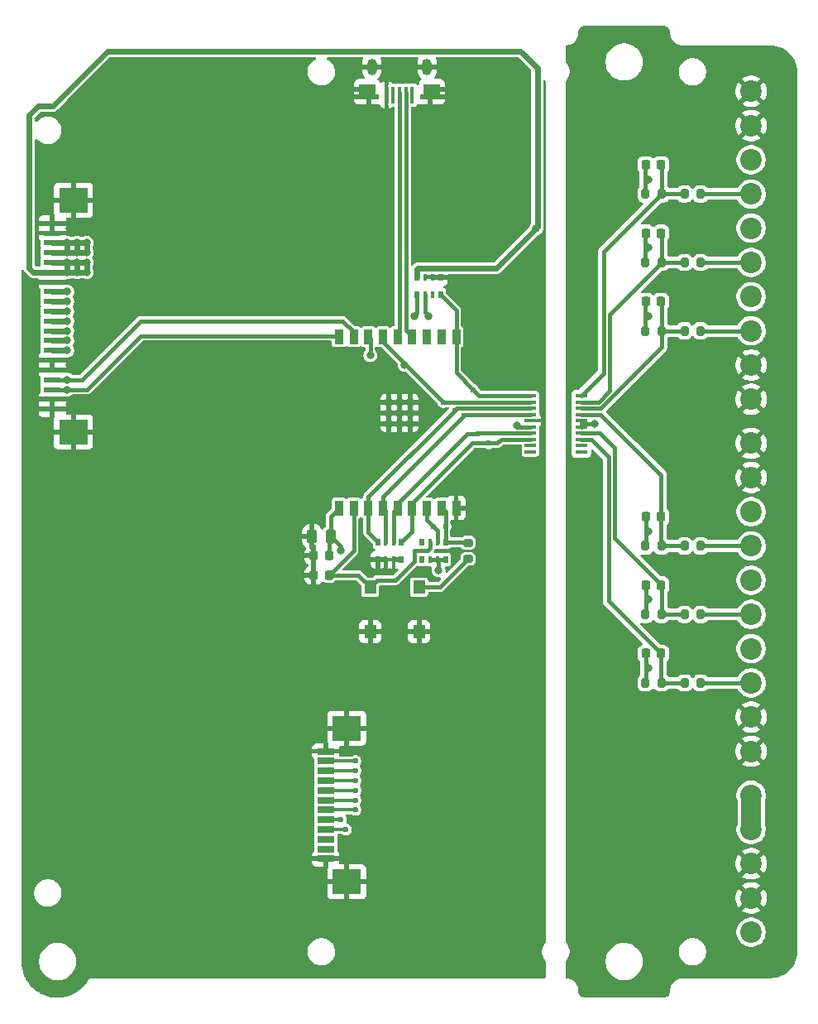
<source format=gbr>
%TF.GenerationSoftware,KiCad,Pcbnew,9.0.3*%
%TF.CreationDate,2025-08-16T08:56:31+03:00*%
%TF.ProjectId,PMCNV-Count6,504d434e-562d-4436-9f75-6e74362e6b69,rev?*%
%TF.SameCoordinates,PX3dfd240PY5f5e100*%
%TF.FileFunction,Copper,L1,Top*%
%TF.FilePolarity,Positive*%
%FSLAX46Y46*%
G04 Gerber Fmt 4.6, Leading zero omitted, Abs format (unit mm)*
G04 Created by KiCad (PCBNEW 9.0.3) date 2025-08-16 08:56:31*
%MOMM*%
%LPD*%
G01*
G04 APERTURE LIST*
G04 Aperture macros list*
%AMRoundRect*
0 Rectangle with rounded corners*
0 $1 Rounding radius*
0 $2 $3 $4 $5 $6 $7 $8 $9 X,Y pos of 4 corners*
0 Add a 4 corners polygon primitive as box body*
4,1,4,$2,$3,$4,$5,$6,$7,$8,$9,$2,$3,0*
0 Add four circle primitives for the rounded corners*
1,1,$1+$1,$2,$3*
1,1,$1+$1,$4,$5*
1,1,$1+$1,$6,$7*
1,1,$1+$1,$8,$9*
0 Add four rect primitives between the rounded corners*
20,1,$1+$1,$2,$3,$4,$5,0*
20,1,$1+$1,$4,$5,$6,$7,0*
20,1,$1+$1,$6,$7,$8,$9,0*
20,1,$1+$1,$8,$9,$2,$3,0*%
G04 Aperture macros list end*
%TA.AperFunction,ComponentPad*%
%ADD10C,2.200000*%
%TD*%
%TA.AperFunction,SMDPad,CuDef*%
%ADD11R,0.500000X0.800000*%
%TD*%
%TA.AperFunction,SMDPad,CuDef*%
%ADD12R,0.400000X0.800000*%
%TD*%
%TA.AperFunction,SMDPad,CuDef*%
%ADD13RoundRect,0.200000X-0.200000X-0.275000X0.200000X-0.275000X0.200000X0.275000X-0.200000X0.275000X0*%
%TD*%
%TA.AperFunction,SMDPad,CuDef*%
%ADD14RoundRect,0.200000X0.275000X-0.200000X0.275000X0.200000X-0.275000X0.200000X-0.275000X-0.200000X0*%
%TD*%
%TA.AperFunction,SMDPad,CuDef*%
%ADD15RoundRect,0.250000X0.250000X0.475000X-0.250000X0.475000X-0.250000X-0.475000X0.250000X-0.475000X0*%
%TD*%
%TA.AperFunction,SMDPad,CuDef*%
%ADD16RoundRect,0.225000X0.225000X0.250000X-0.225000X0.250000X-0.225000X-0.250000X0.225000X-0.250000X0*%
%TD*%
%TA.AperFunction,SMDPad,CuDef*%
%ADD17R,1.803400X0.635000*%
%TD*%
%TA.AperFunction,SMDPad,CuDef*%
%ADD18R,2.997200X2.590800*%
%TD*%
%TA.AperFunction,SMDPad,CuDef*%
%ADD19R,1.244600X1.346200*%
%TD*%
%TA.AperFunction,SMDPad,CuDef*%
%ADD20RoundRect,0.225000X-0.225000X-0.250000X0.225000X-0.250000X0.225000X0.250000X-0.225000X0.250000X0*%
%TD*%
%TA.AperFunction,SMDPad,CuDef*%
%ADD21R,1.200000X0.400000*%
%TD*%
%TA.AperFunction,SMDPad,CuDef*%
%ADD22R,0.406400X1.750000*%
%TD*%
%TA.AperFunction,SMDPad,CuDef*%
%ADD23R,1.654126X1.104108*%
%TD*%
%TA.AperFunction,SMDPad,CuDef*%
%ADD24R,2.108196X0.496100*%
%TD*%
%TA.AperFunction,ComponentPad*%
%ADD25O,1.000000X1.700000*%
%TD*%
%TA.AperFunction,SMDPad,CuDef*%
%ADD26R,2.108196X0.496108*%
%TD*%
%TA.AperFunction,SMDPad,CuDef*%
%ADD27R,1.654066X1.104100*%
%TD*%
%TA.AperFunction,SMDPad,CuDef*%
%ADD28R,0.889000X1.498600*%
%TD*%
%TA.AperFunction,SMDPad,CuDef*%
%ADD29R,0.711200X0.711200*%
%TD*%
%TA.AperFunction,SMDPad,CuDef*%
%ADD30R,1.800000X0.600000*%
%TD*%
%TA.AperFunction,SMDPad,CuDef*%
%ADD31R,3.000000X2.600000*%
%TD*%
%TA.AperFunction,ViaPad*%
%ADD32C,0.800000*%
%TD*%
%TA.AperFunction,ViaPad*%
%ADD33C,0.600000*%
%TD*%
%TA.AperFunction,Conductor*%
%ADD34C,0.600000*%
%TD*%
%TA.AperFunction,Conductor*%
%ADD35C,0.400000*%
%TD*%
%TA.AperFunction,Conductor*%
%ADD36C,0.300000*%
%TD*%
%TA.AperFunction,Conductor*%
%ADD37C,2.000000*%
%TD*%
G04 APERTURE END LIST*
D10*
%TO.P,J6,1,Pin_1*%
%TO.N,/PE*%
X35000000Y-43000000D03*
%TO.P,J6,2,Pin_2*%
%TO.N,GND_CNV*%
X35000000Y-39500000D03*
%TO.P,J6,3,Pin_3*%
X35000000Y-36000000D03*
%TO.P,J6,4,Pin_4*%
%TO.N,L+_CNV*%
X35000000Y-32500000D03*
%TO.P,J6,5,Pin_5*%
X35000000Y-29000000D03*
%TD*%
D11*
%TO.P,RN1,1,R1.1*%
%TO.N,GND_MCU*%
X3200000Y24000000D03*
D12*
%TO.P,RN1,2,R2.1*%
X2400000Y24000000D03*
%TO.P,RN1,3,R3.1*%
X1600000Y24000000D03*
D11*
%TO.P,RN1,4,R4.1*%
%TO.N,+3.3V_MCU*%
X800000Y24000000D03*
%TO.P,RN1,5,R4.2*%
%TO.N,Net-(RN1D-R4.2)*%
X800000Y22200000D03*
D12*
%TO.P,RN1,6,R3.2*%
%TO.N,/a.1*%
X1600000Y22200000D03*
%TO.P,RN1,7,R2.2*%
%TO.N,unconnected-(RN1B-R2.2-Pad7)*%
X2400000Y22200000D03*
D11*
%TO.P,RN1,8,R1.2*%
%TO.N,/a.0*%
X3200000Y22200000D03*
%TD*%
D13*
%TO.P,R11,1*%
%TO.N,/COM_CNV*%
X24175000Y-17500000D03*
%TO.P,R11,2*%
%TO.N,/a.5_div*%
X25825000Y-17500000D03*
%TD*%
D14*
%TO.P,R13,1*%
%TO.N,Net-(R13-Pad1)*%
X6000000Y-4825000D03*
%TO.P,R13,2*%
%TO.N,/LED1*%
X6000000Y-3175000D03*
%TD*%
D15*
%TO.P,C2,1*%
%TO.N,+3.3V_MCU*%
X-8050000Y-2500000D03*
%TO.P,C2,2*%
%TO.N,GND_MCU*%
X-9950000Y-2500000D03*
%TD*%
D16*
%TO.P,C5,1*%
%TO.N,+3.3V_MCU*%
X-8225000Y-4500000D03*
%TO.P,C5,2*%
%TO.N,GND_MCU*%
X-9775000Y-4500000D03*
%TD*%
D17*
%TO.P,J2,1,Pin_1*%
%TO.N,GND_MCU*%
X-8556000Y-35499992D03*
%TO.P,J2,2,Pin_2*%
%TO.N,unconnected-(J2-Pin_2-Pad2)*%
X-8556000Y-34499994D03*
%TO.P,J2,3,Pin_3*%
%TO.N,unconnected-(J2-Pin_3-Pad3)*%
X-8556000Y-33499996D03*
%TO.P,J2,4,Pin_4*%
%TO.N,/LED1*%
X-8556000Y-32499998D03*
%TO.P,J2,5,Pin_5*%
%TO.N,/LED0*%
X-8556000Y-31500000D03*
%TO.P,J2,6,Pin_6*%
%TO.N,/a.5*%
X-8556000Y-30500000D03*
%TO.P,J2,7,Pin_7*%
%TO.N,/a.4*%
X-8556000Y-29500000D03*
%TO.P,J2,8,Pin_8*%
%TO.N,/a.3*%
X-8556000Y-28500000D03*
%TO.P,J2,9,Pin_9*%
%TO.N,/a.2*%
X-8556000Y-27500002D03*
%TO.P,J2,10,Pin_10*%
%TO.N,/a.1*%
X-8556000Y-26500004D03*
%TO.P,J2,11,Pin_11*%
%TO.N,/a.0*%
X-8556000Y-25500006D03*
%TO.P,J2,12,Pin_11*%
%TO.N,GND_MCU*%
X-8556000Y-24500008D03*
D18*
%TO.P,J2,13,Pin_11*%
X-6385999Y-37850003D03*
X-6385999Y-22149997D03*
%TD*%
D13*
%TO.P,R9,1*%
%TO.N,/COM_CNV*%
X24175000Y-10500000D03*
%TO.P,R9,2*%
%TO.N,/a.4_div*%
X25825000Y-10500000D03*
%TD*%
D19*
%TO.P,SW1,1,1*%
%TO.N,GND_MCU*%
X1000000Y-12286000D03*
%TO.P,SW1,2,2*%
%TO.N,Net-(R13-Pad1)*%
X1000000Y-7714000D03*
%TD*%
D11*
%TO.P,RN3,1,R1.1*%
%TO.N,/LED1*%
X3700000Y-3100000D03*
D12*
%TO.P,RN3,2,R2.1*%
%TO.N,/LED0*%
X2900000Y-3100000D03*
%TO.P,RN3,3,R3.1*%
%TO.N,/EN*%
X2100000Y-3100000D03*
D11*
%TO.P,RN3,4,R4.1*%
%TO.N,unconnected-(RN3D-R4.1-Pad4)*%
X1300000Y-3100000D03*
%TO.P,RN3,5,R4.2*%
%TO.N,unconnected-(RN3D-R4.2-Pad5)*%
X1300000Y-4900000D03*
D12*
%TO.P,RN3,6,R3.2*%
%TO.N,+3.3V_MCU*%
X2100000Y-4900000D03*
%TO.P,RN3,7,R2.2*%
X2900000Y-4900000D03*
D11*
%TO.P,RN3,8,R1.2*%
X3700000Y-4900000D03*
%TD*%
D13*
%TO.P,R2,1*%
%TO.N,/a.0_div*%
X28175000Y32500000D03*
%TO.P,R2,2*%
%TO.N,/a.0_in*%
X29825000Y32500000D03*
%TD*%
%TO.P,R1,1*%
%TO.N,/COM_CNV*%
X24175000Y32500000D03*
%TO.P,R1,2*%
%TO.N,/a.0_div*%
X25825000Y32500000D03*
%TD*%
D19*
%TO.P,SW2,1,1*%
%TO.N,GND_MCU*%
X-4000000Y-12286000D03*
%TO.P,SW2,2,2*%
%TO.N,/EN*%
X-4000000Y-7714000D03*
%TD*%
D13*
%TO.P,R5,1*%
%TO.N,/COM_CNV*%
X24175000Y18500000D03*
%TO.P,R5,2*%
%TO.N,/a.2_div*%
X25825000Y18500000D03*
%TD*%
D16*
%TO.P,C9,1*%
%TO.N,/EN*%
X-8225000Y-6500000D03*
%TO.P,C9,2*%
%TO.N,GND_MCU*%
X-9775000Y-6500000D03*
%TD*%
D20*
%TO.P,C3,1*%
%TO.N,/COM_CNV*%
X24225000Y28500000D03*
%TO.P,C3,2*%
%TO.N,/a.1_div*%
X25775000Y28500000D03*
%TD*%
D21*
%TO.P,U3,1,AH1*%
%TO.N,unconnected-(U3-AH1-Pad1)*%
X17600000Y6142500D03*
%TO.P,U3,2,AH2*%
%TO.N,unconnected-(U3-AH2-Pad2)*%
X17600000Y6777500D03*
%TO.P,U3,3,AH3*%
%TO.N,/a.5_div*%
X17600000Y7412500D03*
%TO.P,U3,4,AH4*%
%TO.N,/a.4_div*%
X17600000Y8047500D03*
%TO.P,U3,5,COM*%
%TO.N,/COM_CNV*%
X17600000Y8682500D03*
%TO.P,U3,6,COM*%
X17600000Y9317500D03*
%TO.P,U3,7,AH5*%
%TO.N,/a.3_div*%
X17600000Y9952500D03*
%TO.P,U3,8,AH6*%
%TO.N,/a.2_div*%
X17600000Y10587500D03*
%TO.P,U3,9,AH7*%
%TO.N,/a.1_div*%
X17600000Y11222500D03*
%TO.P,U3,10,AH8*%
%TO.N,/a.0_div*%
X17600000Y11857500D03*
%TO.P,U3,11,BH8*%
%TO.N,/a.0*%
X12400000Y11857500D03*
%TO.P,U3,12,BH7*%
%TO.N,/a.1*%
X12400000Y11222500D03*
%TO.P,U3,13,BH6*%
%TO.N,/a.2*%
X12400000Y10587500D03*
%TO.P,U3,14,BH5*%
%TO.N,/a.3*%
X12400000Y9952500D03*
%TO.P,U3,15,GND*%
%TO.N,GND_MCU*%
X12400000Y9317500D03*
%TO.P,U3,16,VDD*%
%TO.N,+3.3V_MCU*%
X12400000Y8682500D03*
%TO.P,U3,17,BH4*%
%TO.N,/a.4*%
X12400000Y8047500D03*
%TO.P,U3,18,BH3*%
%TO.N,/a.5*%
X12400000Y7412500D03*
%TO.P,U3,19,BH2*%
%TO.N,unconnected-(U3-BH2-Pad19)*%
X12400000Y6777500D03*
%TO.P,U3,20,BH1*%
%TO.N,unconnected-(U3-BH1-Pad20)*%
X12400000Y6142500D03*
%TD*%
D13*
%TO.P,R3,1*%
%TO.N,/COM_CNV*%
X24175000Y25500000D03*
%TO.P,R3,2*%
%TO.N,/a.1_div*%
X25825000Y25500000D03*
%TD*%
D22*
%TO.P,J1,1,VBUS*%
%TO.N,unconnected-(J1-VBUS-Pad1)*%
X299972Y42627042D03*
%TO.P,J1,2,D-*%
%TO.N,/USB_D-*%
X-350014Y42627042D03*
%TO.P,J1,3,D+*%
%TO.N,/USB_D+*%
X-1000000Y42627042D03*
%TO.P,J1,4,ID*%
%TO.N,unconnected-(J1-ID-Pad4)*%
X-1649986Y42627042D03*
D23*
%TO.P,J1,5,GND*%
%TO.N,GND_MCU*%
X2327035Y43200204D03*
D24*
X2100001Y42400100D03*
D25*
X1825001Y45502158D03*
D22*
X-2299972Y42627042D03*
D25*
X-3825001Y45502158D03*
D26*
X-4099997Y42400096D03*
D27*
X-4327061Y43200200D03*
%TD*%
D11*
%TO.P,RN2,1,R1.1*%
%TO.N,GND_MCU*%
X-3200000Y-4900000D03*
D12*
%TO.P,RN2,2,R2.1*%
X-2400000Y-4900000D03*
%TO.P,RN2,3,R3.1*%
X-1600000Y-4900000D03*
D11*
%TO.P,RN2,4,R4.1*%
X-800000Y-4900000D03*
%TO.P,RN2,5,R4.2*%
%TO.N,/a.5*%
X-800000Y-3100000D03*
D12*
%TO.P,RN2,6,R3.2*%
%TO.N,/a.4*%
X-1600000Y-3100000D03*
%TO.P,RN2,7,R2.2*%
%TO.N,/a.3*%
X-2400000Y-3100000D03*
D11*
%TO.P,RN2,8,R1.2*%
%TO.N,/a.2*%
X-3200000Y-3100000D03*
%TD*%
D20*
%TO.P,C1,1*%
%TO.N,/COM_CNV*%
X24225000Y35500000D03*
%TO.P,C1,2*%
%TO.N,/a.0_div*%
X25775000Y35500000D03*
%TD*%
D13*
%TO.P,R4,1*%
%TO.N,/a.1_div*%
X28175000Y25500000D03*
%TO.P,R4,2*%
%TO.N,/a.1_in*%
X29825000Y25500000D03*
%TD*%
D20*
%TO.P,C8,1*%
%TO.N,/COM_CNV*%
X24225000Y-14500000D03*
%TO.P,C8,2*%
%TO.N,/a.5_div*%
X25775000Y-14500000D03*
%TD*%
D10*
%TO.P,J4,1,Pin_1*%
%TO.N,GND_CNV*%
X35000000Y-24500000D03*
%TO.P,J4,2,Pin_2*%
X35000000Y-21000000D03*
%TO.P,J4,3,Pin_3*%
%TO.N,/a.5_in*%
X35000000Y-17500000D03*
%TO.P,J4,4,Pin_4*%
%TO.N,L+_CNV*%
X35000000Y-14000000D03*
%TO.P,J4,5,Pin_5*%
%TO.N,/a.4_in*%
X35000000Y-10500000D03*
%TO.P,J4,6,Pin_6*%
%TO.N,L+_CNV*%
X35000000Y-7000000D03*
%TO.P,J4,7,Pin_7*%
%TO.N,/a.3_in*%
X35000000Y-3500000D03*
%TO.P,J4,8,Pin_8*%
%TO.N,L+_CNV*%
X35000000Y0D03*
%TO.P,J4,9,Pin_9*%
%TO.N,GND_CNV*%
X35000000Y3500000D03*
%TO.P,J4,10,Pin_10*%
X35000000Y7000000D03*
%TD*%
D13*
%TO.P,R6,1*%
%TO.N,/a.2_div*%
X28175000Y18500000D03*
%TO.P,R6,2*%
%TO.N,/a.2_in*%
X29825000Y18500000D03*
%TD*%
%TO.P,R10,1*%
%TO.N,/a.4_div*%
X28175000Y-10500000D03*
%TO.P,R10,2*%
%TO.N,/a.4_in*%
X29825000Y-10500000D03*
%TD*%
D28*
%TO.P,U2,1,3V3*%
%TO.N,+3.3V_MCU*%
X-7199998Y390000D03*
%TO.P,U2,2,EN*%
%TO.N,/EN*%
X-5699999Y390000D03*
%TO.P,U2,3,IO4*%
%TO.N,/a.2*%
X-4199999Y390000D03*
%TO.P,U2,4,IO5*%
%TO.N,/a.3*%
X-2700000Y390000D03*
%TO.P,U2,5,IO6*%
%TO.N,/a.4*%
X-1200000Y390000D03*
%TO.P,U2,6,IO7*%
%TO.N,/a.5*%
X300000Y390000D03*
%TO.P,U2,7,IO8*%
%TO.N,/LED0*%
X1800002Y390000D03*
%TO.P,U2,8,IO9*%
%TO.N,/LED1*%
X3300001Y390000D03*
%TO.P,U2,9,GND*%
%TO.N,GND_MCU*%
X4800001Y390000D03*
%TO.P,U2,10,IO10*%
%TO.N,/a.0*%
X4799998Y17890000D03*
%TO.P,U2,11,RXD_(IO20)*%
%TO.N,unconnected-(U2-RXD_(IO20)-Pad11)*%
X3299999Y17890000D03*
%TO.P,U2,12,TXD_(IO21)*%
%TO.N,unconnected-(U2-TXD_(IO21)-Pad12)*%
X1799999Y17890000D03*
%TO.P,U2,13,IO18_(USB_D-)*%
%TO.N,/USB_D-*%
X300000Y17890000D03*
%TO.P,U2,14,IO19_(USB_D+)*%
%TO.N,/USB_D+*%
X-1200000Y17890000D03*
%TO.P,U2,15,IO3*%
%TO.N,/a.1*%
X-2700000Y17890000D03*
%TO.P,U2,16,IO2*%
%TO.N,Net-(RN1D-R4.2)*%
X-4200002Y17890000D03*
%TO.P,U2,17,IO1*%
%TO.N,/SDA_MCU*%
X-5700001Y17890000D03*
%TO.P,U2,18,IO0*%
%TO.N,/SCL_MCU*%
X-7200001Y17890000D03*
D29*
%TO.P,U2,EPAD,EPAD*%
%TO.N,GND_MCU*%
X-2100000Y9000000D03*
X-1000000Y9000000D03*
X100000Y9000000D03*
X-2100000Y10100000D03*
X-1000000Y10100000D03*
X100000Y10100000D03*
X-2100000Y11200000D03*
X-1000000Y11200000D03*
X100000Y11200000D03*
%TD*%
D30*
%TO.P,JM1,1,Pin_1*%
%TO.N,GND_MCU*%
X-36546000Y10500000D03*
%TO.P,JM1,2,Pin_2*%
X-36546000Y11500000D03*
%TO.P,JM1,3,Pin_3*%
%TO.N,/SCL_MCU*%
X-36546000Y12500000D03*
%TO.P,JM1,4,Pin_4*%
%TO.N,/SDA_MCU*%
X-36546000Y13500000D03*
%TO.P,JM1,5,Pin_5*%
%TO.N,GND_MCU*%
X-36546000Y14500000D03*
%TO.P,JM1,6,Pin_6*%
X-36546000Y15500000D03*
%TO.P,JM1,7,Pin_7*%
%TO.N,/CS3_MCU*%
X-36546000Y16500000D03*
%TO.P,JM1,8,Pin_8*%
%TO.N,/CS2_MCU*%
X-36546000Y17500000D03*
%TO.P,JM1,9,Pin_9*%
%TO.N,/CS1_MCU*%
X-36546000Y18500000D03*
%TO.P,JM1,10,Pin_10*%
%TO.N,/CS0_MCU*%
X-36546000Y19500000D03*
%TO.P,JM1,11,Pin_11*%
%TO.N,/SCK_MCU*%
X-36546000Y20500000D03*
%TO.P,JM1,12,Pin_11*%
%TO.N,/MISO_MCU*%
X-36546000Y21500000D03*
%TO.P,JM1,13,Pin_11*%
%TO.N,/MOSI_MCU*%
X-36546000Y22500000D03*
%TO.P,JM1,14,Pin_11*%
%TO.N,GND_MCU*%
X-36546000Y23500000D03*
%TO.P,JM1,15,Pin_11*%
%TO.N,+3.3V_MCU*%
X-36546000Y24500000D03*
%TO.P,JM1,16,Pin_11*%
X-36546000Y25500000D03*
%TO.P,JM1,17,Pin_11*%
%TO.N,+5V_MCU*%
X-36546000Y26500000D03*
%TO.P,JM1,18,Pin_11*%
X-36546000Y27500000D03*
%TO.P,JM1,19,Pin_11*%
%TO.N,GND_MCU*%
X-36546000Y28500000D03*
%TO.P,JM1,20,Pin_11*%
X-36546000Y29500000D03*
D31*
%TO.P,JM1,MP1,Pin_11*%
X-34375000Y8150000D03*
%TO.P,JM1,MP2,Pin_11*%
X-34375000Y31850000D03*
%TD*%
D13*
%TO.P,R8,1*%
%TO.N,/a.3_div*%
X28175000Y-3500000D03*
%TO.P,R8,2*%
%TO.N,/a.3_in*%
X29825000Y-3500000D03*
%TD*%
D20*
%TO.P,C4,1*%
%TO.N,/COM_CNV*%
X24225000Y21500000D03*
%TO.P,C4,2*%
%TO.N,/a.2_div*%
X25775000Y21500000D03*
%TD*%
D13*
%TO.P,R7,1*%
%TO.N,/COM_CNV*%
X24175000Y-3500000D03*
%TO.P,R7,2*%
%TO.N,/a.3_div*%
X25825000Y-3500000D03*
%TD*%
D20*
%TO.P,C7,1*%
%TO.N,/COM_CNV*%
X24225000Y-7500000D03*
%TO.P,C7,2*%
%TO.N,/a.4_div*%
X25775000Y-7500000D03*
%TD*%
D13*
%TO.P,R12,1*%
%TO.N,/a.5_div*%
X28175000Y-17500000D03*
%TO.P,R12,2*%
%TO.N,/a.5_in*%
X29825000Y-17500000D03*
%TD*%
D20*
%TO.P,C6,1*%
%TO.N,/COM_CNV*%
X24225000Y-500000D03*
%TO.P,C6,2*%
%TO.N,/a.3_div*%
X25775000Y-500000D03*
%TD*%
D10*
%TO.P,J3,1,Pin_1*%
%TO.N,GND_CNV*%
X35000000Y11500000D03*
%TO.P,J3,2,Pin_2*%
X35000000Y15000000D03*
%TO.P,J3,3,Pin_3*%
%TO.N,/a.2_in*%
X35000000Y18500000D03*
%TO.P,J3,4,Pin_4*%
%TO.N,L+_CNV*%
X35000000Y22000000D03*
%TO.P,J3,5,Pin_5*%
%TO.N,/a.1_in*%
X35000000Y25500000D03*
%TO.P,J3,6,Pin_6*%
%TO.N,L+_CNV*%
X35000000Y29000000D03*
%TO.P,J3,7,Pin_7*%
%TO.N,/a.0_in*%
X35000000Y32500000D03*
%TO.P,J3,8,Pin_8*%
%TO.N,L+_CNV*%
X35000000Y36000000D03*
%TO.P,J3,9,Pin_9*%
%TO.N,GND_CNV*%
X35000000Y39500000D03*
%TO.P,J3,10,Pin_10*%
X35000000Y43000000D03*
%TD*%
D32*
%TO.N,/CS1_MCU*%
X-35000000Y18500000D03*
%TO.N,/MOSI_MCU*%
X-35000000Y22500000D03*
%TO.N,/CS3_MCU*%
X-35000000Y16500000D03*
%TO.N,/SCK_MCU*%
X-35000000Y20500000D03*
%TO.N,GND_MCU*%
X-4500000Y-4000000D03*
X-4500000Y-5000000D03*
%TO.N,/CS2_MCU*%
X-35000000Y17500000D03*
%TO.N,+5V_MCU*%
X-33000000Y27500000D03*
X-33000000Y26500000D03*
X-35000000Y27500000D03*
X-34000000Y26500000D03*
X-34000000Y27500000D03*
X-35000000Y26500000D03*
%TO.N,+3.3V_MCU*%
X-35000000Y25500000D03*
X11000000Y8847500D03*
X-33000000Y25500000D03*
X3000000Y-6000000D03*
X-34000000Y25500000D03*
X13000000Y29000000D03*
X-35000000Y24500000D03*
X-7000000Y-4000000D03*
X-33000000Y24500000D03*
X-34000000Y24500000D03*
%TO.N,/CS0_MCU*%
X-35000000Y19500000D03*
%TO.N,/MISO_MCU*%
X-35000000Y21500000D03*
%TO.N,/SDA_MCU*%
X-35000000Y13500000D03*
%TO.N,/SCL_MCU*%
X-35000000Y12500000D03*
%TO.N,/COM_CNV*%
X24500000Y27000000D03*
X24500000Y-16000000D03*
X19000000Y9000000D03*
X24500000Y34000000D03*
X24500000Y-2000000D03*
X24500000Y20000000D03*
X24500000Y-9000000D03*
D33*
%TO.N,/a.3*%
X-5500000Y-28500000D03*
X5630350Y9869650D03*
%TO.N,/a.2*%
X4630351Y10369649D03*
X-5500000Y-27500000D03*
D32*
%TO.N,/a.1*%
X-500000Y15000000D03*
D33*
X-5500000Y-26500000D03*
X3471700Y11222500D03*
D32*
X2000000Y20000000D03*
D33*
%TO.N,/a.4*%
X7000000Y8000000D03*
X-5500000Y-29500000D03*
%TO.N,/a.5*%
X8151995Y7000610D03*
X-5500000Y-30500000D03*
%TO.N,/a.0*%
X-5500000Y-25500000D03*
X6500000Y12500000D03*
%TO.N,/LED1*%
X-6500000Y-32500000D03*
X3700000Y-1500000D03*
D32*
%TO.N,Net-(RN1D-R4.2)*%
X500000Y20000000D03*
X-4000000Y16000000D03*
D33*
%TO.N,/LED0*%
X2500000Y-1500000D03*
X-7000000Y-31500000D03*
%TD*%
D34*
%TO.N,/CS1_MCU*%
X-36546000Y18500000D02*
X-35000000Y18500000D01*
%TO.N,/MOSI_MCU*%
X-36546000Y22500000D02*
X-35000000Y22500000D01*
%TO.N,/CS3_MCU*%
X-36546000Y16500000D02*
X-35000000Y16500000D01*
%TO.N,/SCK_MCU*%
X-36546000Y20500000D02*
X-35000000Y20500000D01*
%TO.N,/CS2_MCU*%
X-36546000Y17500000D02*
X-35000000Y17500000D01*
%TO.N,+5V_MCU*%
X-35000000Y27500000D02*
X-35000000Y26500000D01*
X-36546000Y27500000D02*
X-35000000Y27500000D01*
X-35000000Y27500000D02*
X-34000000Y27500000D01*
X-33000000Y27500000D02*
X-33000000Y26500000D01*
X-34000000Y27500000D02*
X-34000000Y26500000D01*
X-34000000Y27500000D02*
X-33000000Y27500000D01*
X-34000000Y26500000D02*
X-33000000Y26500000D01*
X-35000000Y26500000D02*
X-34000000Y26500000D01*
X-36546000Y26500000D02*
X-35000000Y26500000D01*
D35*
%TO.N,+3.3V_MCU*%
X-7000000Y-3550000D02*
X-8050000Y-2500000D01*
X3000000Y-6000000D02*
X3000000Y-5000000D01*
X11000000Y8847500D02*
X11165000Y8682500D01*
D34*
X-38500000Y24500000D02*
X-38901000Y24901000D01*
D35*
X2100000Y-4900000D02*
X3700000Y-4900000D01*
D34*
X-36546000Y24500000D02*
X-38500000Y24500000D01*
D35*
X3000000Y-5000000D02*
X2900000Y-4900000D01*
D34*
X899000Y24901000D02*
X800000Y24802000D01*
X11396842Y47103158D02*
X13099000Y45401000D01*
D35*
X-7000000Y-4000000D02*
X-7000000Y-3550000D01*
D34*
X13099000Y45401000D02*
X13099000Y29099000D01*
D35*
X-8225000Y-2675000D02*
X-8050000Y-2500000D01*
D34*
X8901000Y24901000D02*
X899000Y24901000D01*
D35*
X-8050000Y-460002D02*
X-7199998Y390000D01*
D34*
X-34000000Y25500000D02*
X-34000000Y24500000D01*
X-34000000Y24500000D02*
X-33000000Y24500000D01*
X-36500000Y41500000D02*
X-30896842Y47103158D01*
X-36546000Y25500000D02*
X-35000000Y25500000D01*
X13000000Y29000000D02*
X8901000Y24901000D01*
D35*
X11165000Y8682500D02*
X12400000Y8682500D01*
D34*
X-38901000Y24901000D02*
X-38901000Y40599000D01*
X-35000000Y25500000D02*
X-34000000Y25500000D01*
X-30896842Y47103158D02*
X11396842Y47103158D01*
X-38000000Y41500000D02*
X-36500000Y41500000D01*
D35*
X-8225000Y-4500000D02*
X-8225000Y-2675000D01*
X-8050000Y-2500000D02*
X-8050000Y-460002D01*
D34*
X-33000000Y25500000D02*
X-33000000Y24500000D01*
X800000Y24802000D02*
X800000Y24000000D01*
X-34000000Y25500000D02*
X-33000000Y25500000D01*
X13099000Y29099000D02*
X13000000Y29000000D01*
X-36546000Y24500000D02*
X-35000000Y24500000D01*
X-35000000Y24500000D02*
X-34000000Y24500000D01*
X-38901000Y40599000D02*
X-38000000Y41500000D01*
X-35000000Y25500000D02*
X-35000000Y24500000D01*
%TO.N,/CS0_MCU*%
X-36546000Y19500000D02*
X-35000000Y19500000D01*
%TO.N,/MISO_MCU*%
X-36546000Y21500000D02*
X-35000000Y21500000D01*
D35*
%TO.N,/SDA_MCU*%
X-5700001Y18385800D02*
X-6814201Y19500000D01*
X-35000000Y13500000D02*
X-36546000Y13500000D01*
X-27500000Y19500000D02*
X-33500000Y13500000D01*
X-33500000Y13500000D02*
X-35000000Y13500000D01*
X-5700001Y17890000D02*
X-5700001Y18385800D01*
X-6814201Y19500000D02*
X-27500000Y19500000D01*
%TO.N,/SCL_MCU*%
X-35000000Y12500000D02*
X-33000000Y12500000D01*
X-7310001Y18000000D02*
X-7200001Y17890000D01*
X-33000000Y12500000D02*
X-27500000Y18000000D01*
X-27500000Y18000000D02*
X-7310001Y18000000D01*
X-36546000Y12500000D02*
X-35000000Y12500000D01*
%TO.N,/USB_D-*%
X-350014Y18540014D02*
X300000Y17890000D01*
X-350014Y42877042D02*
X-350014Y18540014D01*
%TO.N,/USB_D+*%
X-1000000Y18090000D02*
X-1000000Y42877042D01*
X-1200000Y17890000D02*
X-1000000Y18090000D01*
%TO.N,/COM_CNV*%
X24225000Y-7500000D02*
X24225000Y-9000000D01*
X24175000Y21450000D02*
X24225000Y21500000D01*
X24175000Y34000000D02*
X24175000Y35450000D01*
X24175000Y35450000D02*
X24225000Y35500000D01*
X24225000Y-9000000D02*
X24225000Y-10450000D01*
X24175000Y27000000D02*
X24175000Y28450000D01*
X24225000Y-14500000D02*
X24225000Y-17450000D01*
X24225000Y-3450000D02*
X24175000Y-3500000D01*
X24500000Y-2000000D02*
X24225000Y-2000000D01*
X24175000Y18500000D02*
X24175000Y20000000D01*
X17600000Y9317500D02*
X17600000Y8682500D01*
X24175000Y25500000D02*
X24175000Y27000000D01*
X24500000Y27000000D02*
X24175000Y27000000D01*
X24175000Y32500000D02*
X24175000Y34000000D01*
X24225000Y-10450000D02*
X24175000Y-10500000D01*
X24500000Y34000000D02*
X24175000Y34000000D01*
X17917500Y9000000D02*
X17600000Y8682500D01*
X24500000Y-16000000D02*
X24225000Y-16000000D01*
X24500000Y20000000D02*
X24175000Y20000000D01*
X19000000Y9000000D02*
X17917500Y9000000D01*
X24225000Y-500000D02*
X24225000Y-2000000D01*
X24175000Y20000000D02*
X24175000Y21450000D01*
X24225000Y-17450000D02*
X24175000Y-17500000D01*
X24500000Y-9000000D02*
X24225000Y-9000000D01*
X24225000Y-2000000D02*
X24225000Y-3450000D01*
X24175000Y28450000D02*
X24225000Y28500000D01*
%TO.N,/a.0_div*%
X28175000Y32500000D02*
X25825000Y32500000D01*
X25825000Y32500000D02*
X25825000Y35450000D01*
X19899000Y26574000D02*
X19899000Y14156500D01*
X19899000Y14156500D02*
X17600000Y11857500D01*
X25825000Y35450000D02*
X25775000Y35500000D01*
X25825000Y32500000D02*
X19899000Y26574000D01*
%TO.N,/a.1_div*%
X25825000Y25500000D02*
X28175000Y25500000D01*
X25825000Y25500000D02*
X20500000Y20175000D01*
X19372558Y11222500D02*
X17600000Y11222500D01*
X25825000Y25500000D02*
X25825000Y28450000D01*
X20500000Y12349942D02*
X19372558Y11222500D01*
X25825000Y28450000D02*
X25775000Y28500000D01*
X20500000Y20175000D02*
X20500000Y12349942D01*
%TO.N,/a.2_div*%
X25825000Y18500000D02*
X25825000Y21450000D01*
X17600000Y10587500D02*
X19587500Y10587500D01*
X25825000Y16825000D02*
X25825000Y18500000D01*
X25825000Y18500000D02*
X28175000Y18500000D01*
X19587500Y10587500D02*
X25825000Y16825000D01*
X25825000Y21450000D02*
X25775000Y21500000D01*
%TO.N,/a.0_in*%
X29825000Y32500000D02*
X35000000Y32500000D01*
%TO.N,/a.1_in*%
X29825000Y25500000D02*
X35000000Y25500000D01*
%TO.N,/a.2_in*%
X29825000Y18500000D02*
X35000000Y18500000D01*
%TO.N,/a.3*%
X-2700000Y390000D02*
X-2400000Y90000D01*
X-2700000Y390000D02*
X-2700000Y1539300D01*
X-2700000Y1539300D02*
X5630350Y9869650D01*
D36*
X-5500000Y-28500000D02*
X-8556000Y-28500000D01*
D35*
X-2400000Y90000D02*
X-2400000Y-3100000D01*
X5713200Y9952500D02*
X12400000Y9952500D01*
X5630350Y9869650D02*
X5713200Y9952500D01*
D36*
%TO.N,/a.2*%
X-5500002Y-27500002D02*
X-5500000Y-27500000D01*
D35*
X4848201Y10587500D02*
X12400000Y10587500D01*
X-4199999Y390000D02*
X-4199999Y-2100001D01*
X4630351Y10369649D02*
X4848201Y10587500D01*
D36*
X-8556000Y-27500002D02*
X-5500002Y-27500002D01*
D35*
X-4199999Y-2100001D02*
X-3200000Y-3100000D01*
X-4199999Y390000D02*
X-4199999Y1539300D01*
X-4199999Y1539300D02*
X4630351Y10369649D01*
%TO.N,/a.5_div*%
X25775000Y-14500000D02*
X25775000Y-17450000D01*
X18600000Y7412500D02*
X20399000Y5613500D01*
X25775000Y-17450000D02*
X25825000Y-17500000D01*
X20399000Y-9124000D02*
X25775000Y-14500000D01*
X20399000Y5613500D02*
X20399000Y-9124000D01*
X17600000Y7412500D02*
X18600000Y7412500D01*
X25825000Y-17500000D02*
X28175000Y-17500000D01*
%TO.N,/a.1*%
X12400000Y11222500D02*
X3471700Y11222500D01*
X1600000Y20400000D02*
X2000000Y20000000D01*
X-2700000Y17394200D02*
X-2700000Y17890000D01*
X1600000Y22200000D02*
X1600000Y20400000D01*
X3471700Y11222500D02*
X97100Y14597100D01*
D36*
X-5500004Y-26500004D02*
X-5500000Y-26500000D01*
D35*
X97100Y14597100D02*
X-2700000Y17394200D01*
D36*
X-8556000Y-26500004D02*
X-5500004Y-26500004D01*
D35*
%TO.N,/a.4_div*%
X25825000Y-7550000D02*
X25825000Y-10500000D01*
X25825000Y-10500000D02*
X28175000Y-10500000D01*
X17600000Y8047500D02*
X19452500Y8047500D01*
X21000000Y-2725000D02*
X25825000Y-7550000D01*
X21000000Y6500000D02*
X21000000Y-2725000D01*
X19452500Y8047500D02*
X21000000Y6500000D01*
%TO.N,/a.4*%
X-1200000Y885800D02*
X-1200000Y390000D01*
X-1600000Y-3100000D02*
X-1600000Y-10000D01*
X-1600000Y-10000D02*
X-1200000Y390000D01*
X5914200Y8000000D02*
X-1200000Y885800D01*
D36*
X-5500000Y-29500000D02*
X-8556000Y-29500000D01*
D35*
X7000000Y8000000D02*
X5914200Y8000000D01*
X7000000Y8000000D02*
X7047500Y8047500D01*
X7047500Y8047500D02*
X12400000Y8047500D01*
%TO.N,/a.5*%
X8151995Y7000610D02*
X9000610Y7000610D01*
X300000Y-2000000D02*
X300000Y390000D01*
D36*
X-8556000Y-30500000D02*
X-5500000Y-30500000D01*
D35*
X8151385Y7000000D02*
X6414202Y7000000D01*
X-800000Y-3100000D02*
X300000Y-2000000D01*
X300000Y885798D02*
X300000Y390000D01*
X9412500Y7412500D02*
X12400000Y7412500D01*
X8151995Y7000610D02*
X8151385Y7000000D01*
X6414202Y7000000D02*
X300000Y885798D01*
X9000610Y7000610D02*
X9412500Y7412500D01*
D36*
%TO.N,/a.0*%
X-6500000Y-25500000D02*
X-6500006Y-25500006D01*
D35*
X4799998Y17890000D02*
X4799998Y20600002D01*
X7142500Y11857500D02*
X6500000Y12500000D01*
D36*
X-6500006Y-25500006D02*
X-8556000Y-25500006D01*
X-5500000Y-25500000D02*
X-6500000Y-25500000D01*
D35*
X4799998Y20600002D02*
X3200000Y22200000D01*
X4799998Y14200002D02*
X4799998Y17890000D01*
X6500000Y12500000D02*
X4799998Y14200002D01*
X12400000Y11857500D02*
X7142500Y11857500D01*
%TO.N,/a.3_div*%
X19547500Y9952500D02*
X25775000Y3725000D01*
X25775000Y-500000D02*
X25775000Y-3450000D01*
X25775000Y3725000D02*
X25775000Y-500000D01*
X17600000Y9952500D02*
X19547500Y9952500D01*
X25825000Y-3500000D02*
X28175000Y-3500000D01*
X25775000Y-3450000D02*
X25825000Y-3500000D01*
%TO.N,/a.5_in*%
X29825000Y-17500000D02*
X35000000Y-17500000D01*
%TO.N,/a.4_in*%
X29825000Y-10500000D02*
X35000000Y-10500000D01*
%TO.N,/a.3_in*%
X29825000Y-3500000D02*
X35000000Y-3500000D01*
D37*
%TO.N,L+_CNV*%
X35000000Y-32500000D02*
X35000000Y-29000000D01*
D35*
%TO.N,/EN*%
X-5699999Y390000D02*
X-5699999Y-3974999D01*
X-2000000Y-7000000D02*
X-3286000Y-7000000D01*
X-2000000Y-7000000D02*
X-1448000Y-7000000D01*
X2100000Y-3752000D02*
X2100000Y-3100000D01*
X1852000Y-4000000D02*
X2100000Y-3752000D01*
X-5699999Y-3974999D02*
X-8225000Y-6500000D01*
X-1448000Y-7000000D02*
X500000Y-5052000D01*
X500000Y-4000000D02*
X1852000Y-4000000D01*
X-4000000Y-7714000D02*
X-5214000Y-6500000D01*
X-5214000Y-6500000D02*
X-8225000Y-6500000D01*
X-3286000Y-7000000D02*
X-4000000Y-7714000D01*
X500000Y-5052000D02*
X500000Y-4000000D01*
%TO.N,Net-(R13-Pad1)*%
X6000000Y-4825000D02*
X3111000Y-7714000D01*
X3111000Y-7714000D02*
X1000000Y-7714000D01*
%TO.N,/LED1*%
X3700000Y-3100000D02*
X5925000Y-3100000D01*
D36*
X-8555998Y-32500000D02*
X-8556000Y-32499998D01*
D35*
X5925000Y-3100000D02*
X6000000Y-3175000D01*
X3700000Y-1500000D02*
X3700000Y-9999D01*
X3700000Y-3100000D02*
X3700000Y-1500000D01*
X3700000Y-9999D02*
X3300001Y390000D01*
D36*
X-6500000Y-32500000D02*
X-8555998Y-32500000D01*
D35*
%TO.N,Net-(RN1D-R4.2)*%
X800000Y20300000D02*
X500000Y20000000D01*
X-4000000Y16000000D02*
X-4000000Y17689998D01*
X-4000000Y17689998D02*
X-4200002Y17890000D01*
X800000Y22200000D02*
X800000Y20300000D01*
D36*
%TO.N,/LED0*%
X-7000000Y-31500000D02*
X-8556000Y-31500000D01*
D35*
X2500000Y-1500000D02*
X1800002Y-800002D01*
X2900000Y-1900000D02*
X2500000Y-1500000D01*
X2900000Y-3100000D02*
X2900000Y-1900000D01*
X1800002Y-800002D02*
X1800002Y390000D01*
%TD*%
%TA.AperFunction,Conductor*%
%TO.N,GND_MCU*%
G36*
X-9585194Y46482973D02*
G01*
X-9539439Y46430169D01*
X-9529495Y46361011D01*
X-9558520Y46297455D01*
X-9595938Y46268173D01*
X-9734026Y46197813D01*
X-9912359Y46068248D01*
X-9912364Y46068244D01*
X-10068244Y45912364D01*
X-10068248Y45912359D01*
X-10197813Y45734026D01*
X-10297896Y45537607D01*
X-10297897Y45537604D01*
X-10366015Y45327953D01*
X-10400500Y45110222D01*
X-10400500Y44889779D01*
X-10366015Y44672048D01*
X-10297897Y44462397D01*
X-10297896Y44462394D01*
X-10247306Y44363108D01*
X-10212554Y44294904D01*
X-10197813Y44265975D01*
X-10068248Y44087642D01*
X-10068244Y44087637D01*
X-9912364Y43931757D01*
X-9912359Y43931753D01*
X-9812537Y43859229D01*
X-9734022Y43802185D01*
X-9639941Y43754248D01*
X-9537607Y43702105D01*
X-9537604Y43702104D01*
X-9440030Y43670401D01*
X-9327951Y43633985D01*
X-9110222Y43599500D01*
X-9110221Y43599500D01*
X-8889779Y43599500D01*
X-8889778Y43599500D01*
X-8672049Y43633985D01*
X-8462394Y43702105D01*
X-8265978Y43802185D01*
X-8087635Y43931758D01*
X-7931758Y44087635D01*
X-7802185Y44265978D01*
X-7702105Y44462394D01*
X-7633985Y44672049D01*
X-7599500Y44889778D01*
X-7599500Y45110222D01*
X-7633985Y45327951D01*
X-7668045Y45432779D01*
X-7702104Y45537604D01*
X-7702105Y45537607D01*
X-7736763Y45605625D01*
X-7802185Y45734022D01*
X-7846960Y45795650D01*
X-7931753Y45912359D01*
X-7931757Y45912364D01*
X-8087637Y46068244D01*
X-8087642Y46068248D01*
X-8265975Y46197813D01*
X-8265976Y46197814D01*
X-8265978Y46197815D01*
X-8404063Y46268174D01*
X-8454858Y46316148D01*
X-8471653Y46383969D01*
X-8449115Y46450104D01*
X-8394400Y46493555D01*
X-8347767Y46502658D01*
X-4823527Y46502658D01*
X-4756488Y46482973D01*
X-4710733Y46430169D01*
X-4700789Y46361011D01*
X-4708966Y46331205D01*
X-4786572Y46143848D01*
X-4786574Y46143840D01*
X-4825001Y45950654D01*
X-4825001Y45752158D01*
X-4075001Y45752158D01*
X-4075001Y45252158D01*
X-4825001Y45252158D01*
X-4825001Y45053663D01*
X-4786574Y44860477D01*
X-4786571Y44860465D01*
X-4711194Y44678487D01*
X-4711187Y44678474D01*
X-4601753Y44514696D01*
X-4601750Y44514692D01*
X-4550989Y44463931D01*
X-4517504Y44402608D01*
X-4522488Y44332916D01*
X-4564360Y44276983D01*
X-4629824Y44252566D01*
X-4638670Y44252250D01*
X-5201939Y44252250D01*
X-5261467Y44245849D01*
X-5261474Y44245847D01*
X-5396181Y44195605D01*
X-5396188Y44195601D01*
X-5511282Y44109441D01*
X-5511285Y44109438D01*
X-5597445Y43994344D01*
X-5597449Y43994337D01*
X-5647691Y43859630D01*
X-5647693Y43859623D01*
X-5654094Y43800095D01*
X-5654094Y43450200D01*
X-4451061Y43450200D01*
X-4384022Y43430515D01*
X-4338267Y43377711D01*
X-4327061Y43326200D01*
X-4327061Y43074200D01*
X-4346746Y43007161D01*
X-4399550Y42961406D01*
X-4451061Y42950200D01*
X-5654094Y42950200D01*
X-5654094Y42699089D01*
X-5654095Y42699047D01*
X-5654095Y42648150D01*
X-4223997Y42648150D01*
X-4156958Y42628465D01*
X-4111203Y42575661D01*
X-4099997Y42524150D01*
X-4099997Y42400096D01*
X-3975943Y42400096D01*
X-3908904Y42380411D01*
X-3863149Y42327607D01*
X-3851943Y42276096D01*
X-3851943Y41652042D01*
X-3085616Y41652042D01*
X-3018577Y41632357D01*
X-2972822Y41579553D01*
X-2969434Y41571375D01*
X-2946527Y41509956D01*
X-2946523Y41509949D01*
X-2860363Y41394855D01*
X-2860360Y41394852D01*
X-2745266Y41308692D01*
X-2745259Y41308688D01*
X-2610552Y41258446D01*
X-2610545Y41258444D01*
X-2551017Y41252043D01*
X-2551000Y41252042D01*
X-2503172Y41252042D01*
X-2503172Y44002042D01*
X-2551017Y44002042D01*
X-2610545Y43995641D01*
X-2610552Y43995639D01*
X-2745259Y43945397D01*
X-2745262Y43945395D01*
X-2841827Y43873106D01*
X-2907291Y43848689D01*
X-2975564Y43863541D01*
X-3024970Y43912946D01*
X-3032320Y43929040D01*
X-3056674Y43994337D01*
X-3056678Y43994344D01*
X-3142838Y44109438D01*
X-3142841Y44109441D01*
X-3211366Y44160739D01*
X-3253237Y44216673D01*
X-3258221Y44286364D01*
X-3224735Y44347687D01*
X-3205945Y44363108D01*
X-3187536Y44375409D01*
X-3048253Y44514692D01*
X-3048250Y44514696D01*
X-2938816Y44678474D01*
X-2938809Y44678487D01*
X-2863432Y44860465D01*
X-2863429Y44860477D01*
X-2825002Y45053663D01*
X-2825001Y45053666D01*
X-2825001Y45252158D01*
X-3575001Y45252158D01*
X-3575001Y45752158D01*
X-2825001Y45752158D01*
X-2825001Y45950650D01*
X-2825002Y45950654D01*
X-2863429Y46143840D01*
X-2863431Y46143848D01*
X-2941036Y46331205D01*
X-2948505Y46400675D01*
X-2917230Y46463154D01*
X-2857141Y46498806D01*
X-2826475Y46502658D01*
X826475Y46502658D01*
X893514Y46482973D01*
X939269Y46430169D01*
X949213Y46361011D01*
X941036Y46331205D01*
X863430Y46143848D01*
X863428Y46143840D01*
X825001Y45950654D01*
X825001Y45752158D01*
X1575001Y45752158D01*
X1575001Y45252158D01*
X825001Y45252158D01*
X825001Y45053663D01*
X863428Y44860477D01*
X863431Y44860465D01*
X938808Y44678487D01*
X938815Y44678474D01*
X1048249Y44514696D01*
X1048252Y44514692D01*
X1187534Y44375410D01*
X1187542Y44375404D01*
X1205909Y44363131D01*
X1250715Y44309519D01*
X1259422Y44240194D01*
X1229268Y44177167D01*
X1211331Y44160763D01*
X1142781Y44109446D01*
X1056621Y43994352D01*
X1056617Y43994345D01*
X1006375Y43859638D01*
X1006373Y43859631D01*
X999972Y43800103D01*
X999972Y43734397D01*
X992125Y43707677D01*
X987508Y43680216D01*
X982418Y43674618D01*
X980287Y43667358D01*
X959243Y43649124D01*
X940510Y43628516D01*
X930527Y43624242D01*
X927483Y43621603D01*
X908065Y43614622D01*
X897910Y43611901D01*
X828060Y43613564D01*
X770198Y43652727D01*
X762257Y43665593D01*
X761871Y43665328D01*
X755377Y43674808D01*
X675937Y43754248D01*
X573164Y43799627D01*
X548037Y43802542D01*
X51915Y43802542D01*
X51891Y43802540D01*
X26782Y43799628D01*
X26778Y43799627D01*
X25053Y43798865D01*
X22983Y43798595D01*
X17777Y43797178D01*
X17583Y43797888D01*
X-44227Y43789801D01*
X-75100Y43798867D01*
X-76818Y43799626D01*
X-76823Y43799627D01*
X-101949Y43802542D01*
X-598071Y43802542D01*
X-598095Y43802540D01*
X-623204Y43799628D01*
X-623208Y43799627D01*
X-624933Y43798865D01*
X-627003Y43798595D01*
X-632209Y43797178D01*
X-632403Y43797888D01*
X-694213Y43789801D01*
X-725086Y43798867D01*
X-726804Y43799626D01*
X-726809Y43799627D01*
X-751935Y43802542D01*
X-1248057Y43802542D01*
X-1248081Y43802540D01*
X-1273190Y43799628D01*
X-1273194Y43799627D01*
X-1274919Y43798865D01*
X-1276989Y43798595D01*
X-1282195Y43797178D01*
X-1282389Y43797888D01*
X-1344199Y43789801D01*
X-1375072Y43798867D01*
X-1376790Y43799626D01*
X-1376795Y43799627D01*
X-1383077Y43800356D01*
X-1401918Y43802542D01*
X-1635076Y43802542D01*
X-1702115Y43822227D01*
X-1734341Y43852229D01*
X-1739582Y43859229D01*
X-1739586Y43859233D01*
X-1854684Y43945395D01*
X-1854686Y43945397D01*
X-1989393Y43995639D01*
X-1989400Y43995641D01*
X-2048928Y44002042D01*
X-2096772Y44002042D01*
X-2096772Y43720487D01*
X-2107338Y43670401D01*
X-2150770Y43572038D01*
X-2150771Y43572034D01*
X-2150771Y43572033D01*
X-2153686Y43546907D01*
X-2153686Y42628465D01*
X-2153685Y42627042D01*
X-2153685Y41707186D01*
X-2153684Y41707160D01*
X-2150773Y41682055D01*
X-2150772Y41682054D01*
X-2150772Y41682052D01*
X-2150771Y41682051D01*
X-2107338Y41583683D01*
X-2096772Y41533599D01*
X-2096772Y41252042D01*
X-2048944Y41252042D01*
X-2048928Y41252043D01*
X-1989400Y41258444D01*
X-1989393Y41258446D01*
X-1854686Y41308688D01*
X-1854684Y41308690D01*
X-1739584Y41394853D01*
X-1734343Y41401853D01*
X-1730686Y41404591D01*
X-1728788Y41408746D01*
X-1702977Y41425335D01*
X-1678409Y41443725D01*
X-1672779Y41444741D01*
X-1670010Y41446520D01*
X-1635078Y41451543D01*
X-1624499Y41451543D01*
X-1557461Y41431858D01*
X-1511706Y41379054D01*
X-1500500Y41327543D01*
X-1500500Y19063800D01*
X-1520185Y18996761D01*
X-1572989Y18951006D01*
X-1624498Y18939800D01*
X-1689357Y18939800D01*
X-1689382Y18939798D01*
X-1714489Y18936886D01*
X-1714492Y18936885D01*
X-1817265Y18891507D01*
X-1817266Y18891506D01*
X-1862319Y18846452D01*
X-1923642Y18812967D01*
X-1993334Y18817951D01*
X-2037681Y18846452D01*
X-2082735Y18891506D01*
X-2185508Y18936885D01*
X-2210635Y18939800D01*
X-3189357Y18939800D01*
X-3189383Y18939798D01*
X-3214488Y18936887D01*
X-3214492Y18936885D01*
X-3317265Y18891507D01*
X-3317266Y18891506D01*
X-3362320Y18846451D01*
X-3423643Y18812966D01*
X-3493335Y18817950D01*
X-3537682Y18846451D01*
X-3582737Y18891506D01*
X-3685510Y18936885D01*
X-3710637Y18939800D01*
X-4689359Y18939800D01*
X-4689385Y18939798D01*
X-4714490Y18936887D01*
X-4714494Y18936885D01*
X-4817267Y18891507D01*
X-4862322Y18846452D01*
X-4923645Y18812968D01*
X-4993337Y18817953D01*
X-5037683Y18846453D01*
X-5082736Y18891506D01*
X-5185509Y18936885D01*
X-5210633Y18939800D01*
X-5210636Y18939800D01*
X-5494825Y18939800D01*
X-5561864Y18959485D01*
X-5582506Y18976119D01*
X-6506885Y19900498D01*
X-6506887Y19900500D01*
X-6563951Y19933446D01*
X-6621014Y19966392D01*
X-6684662Y19983446D01*
X-6748309Y20000500D01*
X-27434108Y20000500D01*
X-27565893Y20000500D01*
X-27693188Y19966392D01*
X-27807314Y19900500D01*
X-27807317Y19900498D01*
X-33670995Y14036819D01*
X-33732318Y14003334D01*
X-33758676Y14000500D01*
X-34458481Y14000500D01*
X-34525520Y14020185D01*
X-34546162Y14036819D01*
X-34553455Y14044112D01*
X-34553459Y14044115D01*
X-34668183Y14120772D01*
X-34668196Y14120779D01*
X-34795668Y14173579D01*
X-34795678Y14173582D01*
X-34931005Y14200500D01*
X-34931007Y14200500D01*
X-35045138Y14200500D01*
X-35112177Y14220185D01*
X-35132819Y14236819D01*
X-35146000Y14250000D01*
X-37946000Y14250000D01*
X-37946000Y14152156D01*
X-37939599Y14092628D01*
X-37939597Y14092621D01*
X-37889355Y13957914D01*
X-37889353Y13957912D01*
X-37803191Y13842814D01*
X-37803189Y13842812D01*
X-37796191Y13837573D01*
X-37754319Y13781641D01*
X-37746500Y13738305D01*
X-37746500Y13155144D01*
X-37746498Y13155118D01*
X-37743587Y13130013D01*
X-37743586Y13130012D01*
X-37743586Y13130010D01*
X-37743585Y13130009D01*
X-37708296Y13050087D01*
X-37699224Y12980809D01*
X-37708295Y12949915D01*
X-37743585Y12869991D01*
X-37746500Y12844869D01*
X-37746500Y12261697D01*
X-37766185Y12194658D01*
X-37796185Y12162434D01*
X-37803182Y12157196D01*
X-37803192Y12157186D01*
X-37889351Y12042094D01*
X-37889355Y12042087D01*
X-37939597Y11907380D01*
X-37939599Y11907373D01*
X-37946000Y11847845D01*
X-37946000Y11750000D01*
X-35146000Y11750000D01*
X-35132819Y11763181D01*
X-35071496Y11796666D01*
X-35045138Y11799500D01*
X-34931005Y11799500D01*
X-34839959Y11817611D01*
X-34795672Y11826420D01*
X-34668189Y11879225D01*
X-34553458Y11955886D01*
X-34553455Y11955889D01*
X-34546162Y11963181D01*
X-34484839Y11996666D01*
X-34458481Y11999500D01*
X-32934110Y11999500D01*
X-32934108Y11999500D01*
X-32806814Y12033608D01*
X-32692686Y12099500D01*
X-27329005Y17463181D01*
X-27267682Y17496666D01*
X-27241324Y17499500D01*
X-8069000Y17499500D01*
X-8001961Y17479815D01*
X-7956206Y17427011D01*
X-7945000Y17375500D01*
X-7945000Y17095844D01*
X-7944999Y17095818D01*
X-7942088Y17070713D01*
X-7942086Y17070709D01*
X-7896708Y16967936D01*
X-7896707Y16967935D01*
X-7817266Y16888494D01*
X-7714492Y16843115D01*
X-7689366Y16840200D01*
X-6710637Y16840201D01*
X-6710622Y16840203D01*
X-6710619Y16840203D01*
X-6685514Y16843114D01*
X-6685513Y16843115D01*
X-6685510Y16843115D01*
X-6582736Y16888494D01*
X-6537682Y16933548D01*
X-6476359Y16967033D01*
X-6406667Y16962049D01*
X-6362320Y16933548D01*
X-6317266Y16888494D01*
X-6214492Y16843115D01*
X-6189366Y16840200D01*
X-5210637Y16840201D01*
X-5210622Y16840203D01*
X-5210619Y16840203D01*
X-5185514Y16843114D01*
X-5185513Y16843115D01*
X-5185510Y16843115D01*
X-5082736Y16888494D01*
X-5037682Y16933549D01*
X-4976361Y16967033D01*
X-4906670Y16962049D01*
X-4862321Y16933548D01*
X-4817267Y16888494D01*
X-4714493Y16843115D01*
X-4689367Y16840200D01*
X-4624500Y16840201D01*
X-4615816Y16837651D01*
X-4606853Y16838939D01*
X-4582814Y16827961D01*
X-4557462Y16820517D01*
X-4551534Y16813676D01*
X-4543297Y16809914D01*
X-4529011Y16787684D01*
X-4511706Y16767714D01*
X-4509419Y16757198D01*
X-4505523Y16751136D01*
X-4500500Y16716201D01*
X-4500500Y16541519D01*
X-4520185Y16474480D01*
X-4536819Y16453838D01*
X-4544112Y16446546D01*
X-4544115Y16446542D01*
X-4620772Y16331818D01*
X-4620779Y16331805D01*
X-4673579Y16204333D01*
X-4673582Y16204323D01*
X-4700500Y16068996D01*
X-4700500Y16068993D01*
X-4700500Y15931007D01*
X-4700500Y15931005D01*
X-4700501Y15931005D01*
X-4673582Y15795678D01*
X-4673579Y15795668D01*
X-4620779Y15668196D01*
X-4620772Y15668183D01*
X-4544115Y15553459D01*
X-4544112Y15553455D01*
X-4446546Y15455889D01*
X-4446542Y15455886D01*
X-4331818Y15379229D01*
X-4331805Y15379222D01*
X-4217343Y15331811D01*
X-4204328Y15326420D01*
X-4204324Y15326420D01*
X-4204323Y15326419D01*
X-4068996Y15299500D01*
X-4068993Y15299500D01*
X-3931005Y15299500D01*
X-3839959Y15317611D01*
X-3795672Y15326420D01*
X-3668189Y15379225D01*
X-3553458Y15455886D01*
X-3455886Y15553458D01*
X-3379225Y15668189D01*
X-3376827Y15673977D01*
X-3326422Y15795668D01*
X-3326420Y15795672D01*
X-3304201Y15907373D01*
X-3299500Y15931005D01*
X-3299500Y16068996D01*
X-3326419Y16204323D01*
X-3326420Y16204324D01*
X-3326420Y16204328D01*
X-3364254Y16295668D01*
X-3379222Y16331805D01*
X-3379229Y16331818D01*
X-3455886Y16446542D01*
X-3455889Y16446546D01*
X-3463181Y16453838D01*
X-3477885Y16480766D01*
X-3494477Y16506584D01*
X-3495369Y16512785D01*
X-3496666Y16515161D01*
X-3499500Y16541519D01*
X-3499500Y16778659D01*
X-3479815Y16845698D01*
X-3427011Y16891453D01*
X-3357853Y16901397D01*
X-3325413Y16892093D01*
X-3317268Y16888497D01*
X-3317265Y16888494D01*
X-3214491Y16843115D01*
X-3189365Y16840200D01*
X-2905177Y16840201D01*
X-2838138Y16820517D01*
X-2817496Y16803882D01*
X-1227808Y15214194D01*
X-1194323Y15152871D01*
X-1193871Y15102325D01*
X-1195801Y15092620D01*
X-1200500Y15068993D01*
X-1200500Y14931007D01*
X-1200500Y14931005D01*
X-1200501Y14931005D01*
X-1173582Y14795678D01*
X-1173579Y14795668D01*
X-1120779Y14668196D01*
X-1120772Y14668183D01*
X-1044115Y14553459D01*
X-1044112Y14553455D01*
X-946546Y14455889D01*
X-946542Y14455886D01*
X-831818Y14379229D01*
X-831805Y14379222D01*
X-704333Y14326422D01*
X-704328Y14326420D01*
X-704324Y14326420D01*
X-704323Y14326419D01*
X-568996Y14299500D01*
X-568993Y14299500D01*
X-431006Y14299500D01*
X-397680Y14306129D01*
X-328089Y14299902D01*
X-285807Y14272193D01*
X2858047Y11128339D01*
X2890140Y11072753D01*
X2912121Y10990721D01*
X2912126Y10990710D01*
X2991175Y10853791D01*
X2991179Y10853786D01*
X2991180Y10853784D01*
X3102984Y10741980D01*
X3102986Y10741979D01*
X3102990Y10741976D01*
X3216647Y10676357D01*
X3239916Y10662923D01*
X3392643Y10622000D01*
X3392645Y10622000D01*
X3550755Y10622000D01*
X3550757Y10622000D01*
X3703484Y10662923D01*
X3777034Y10705388D01*
X3785894Y10707537D01*
X3793067Y10713165D01*
X3839034Y10722000D01*
X3941480Y10722000D01*
X4008519Y10702315D01*
X4054274Y10649511D01*
X4064218Y10580353D01*
X4061255Y10565911D01*
X4056250Y10547233D01*
X4048791Y10519396D01*
X4036312Y10497783D01*
X4029950Y10479462D01*
X4022241Y10473413D01*
X4016698Y10463812D01*
X-4524755Y1922360D01*
X-4524754Y1922359D01*
X-4600499Y1846614D01*
X-4666391Y1732488D01*
X-4700499Y1605192D01*
X-4700499Y1523861D01*
X-4720184Y1456822D01*
X-4752380Y1422990D01*
X-4762749Y1415577D01*
X-4817264Y1391506D01*
X-4869559Y1339212D01*
X-4877880Y1333262D01*
X-4901601Y1325002D01*
X-4923641Y1312967D01*
X-4934029Y1313710D01*
X-4943864Y1310285D01*
X-4968282Y1316160D01*
X-4993333Y1317951D01*
X-5003867Y1324721D01*
X-5011795Y1326628D01*
X-5019724Y1334912D01*
X-5037680Y1346452D01*
X-5082734Y1391506D01*
X-5185507Y1436885D01*
X-5210634Y1439800D01*
X-6189356Y1439800D01*
X-6189382Y1439798D01*
X-6214487Y1436887D01*
X-6214491Y1436885D01*
X-6317264Y1391507D01*
X-6362319Y1346452D01*
X-6423642Y1312968D01*
X-6493334Y1317953D01*
X-6537680Y1346453D01*
X-6582733Y1391506D01*
X-6685506Y1436885D01*
X-6710633Y1439800D01*
X-7689355Y1439800D01*
X-7689381Y1439798D01*
X-7714486Y1436887D01*
X-7714490Y1436885D01*
X-7817263Y1391507D01*
X-7896704Y1312066D01*
X-7942083Y1209294D01*
X-7942083Y1209292D01*
X-7944998Y1184169D01*
X-7944998Y404177D01*
X-7964683Y337138D01*
X-7981317Y316496D01*
X-8357314Y-59502D01*
X-8450498Y-152685D01*
X-8450500Y-152688D01*
X-8516392Y-266814D01*
X-8550500Y-394110D01*
X-8550500Y-1462486D01*
X-8570185Y-1529525D01*
X-8599575Y-1561290D01*
X-8692923Y-1632077D01*
X-8789486Y-1759416D01*
X-8791314Y-1758030D01*
X-8832639Y-1798326D01*
X-8901094Y-1812315D01*
X-8966245Y-1787073D01*
X-9007407Y-1730615D01*
X-9008393Y-1727755D01*
X-9015641Y-1705882D01*
X-9015644Y-1705875D01*
X-9107685Y-1556654D01*
X-9231655Y-1432684D01*
X-9380876Y-1340643D01*
X-9380881Y-1340641D01*
X-9547303Y-1285494D01*
X-9547310Y-1285493D01*
X-9650014Y-1275000D01*
X-9700000Y-1275000D01*
X-9700000Y-3395000D01*
X-9649000Y-3395000D01*
X-9581961Y-3414685D01*
X-9536206Y-3467489D01*
X-9525000Y-3519000D01*
X-9525000Y-7474999D01*
X-9501692Y-7474999D01*
X-9501678Y-7474998D01*
X-9402393Y-7464855D01*
X-9241519Y-7411547D01*
X-9241508Y-7411542D01*
X-9097272Y-7322575D01*
X-9097268Y-7322572D01*
X-8977427Y-7202731D01*
X-8967919Y-7187317D01*
X-8915971Y-7140592D01*
X-8847009Y-7129369D01*
X-8787456Y-7153608D01*
X-8709975Y-7212364D01*
X-8575590Y-7265359D01*
X-8491144Y-7275500D01*
X-8491138Y-7275500D01*
X-7958862Y-7275500D01*
X-7958856Y-7275500D01*
X-7874410Y-7265359D01*
X-7740025Y-7212364D01*
X-7624922Y-7125078D01*
X-7567666Y-7049574D01*
X-7511474Y-7008052D01*
X-7468862Y-7000500D01*
X-5472676Y-7000500D01*
X-5405637Y-7020185D01*
X-5384995Y-7036819D01*
X-4959119Y-7462694D01*
X-4925634Y-7524017D01*
X-4922800Y-7550375D01*
X-4922800Y-8431956D01*
X-4922798Y-8431982D01*
X-4919887Y-8457087D01*
X-4919885Y-8457091D01*
X-4874507Y-8559864D01*
X-4874506Y-8559865D01*
X-4795065Y-8639306D01*
X-4692291Y-8684685D01*
X-4667165Y-8687600D01*
X-3332836Y-8687599D01*
X-3332821Y-8687597D01*
X-3332818Y-8687597D01*
X-3307713Y-8684686D01*
X-3307712Y-8684685D01*
X-3307709Y-8684685D01*
X-3204935Y-8639306D01*
X-3125494Y-8559865D01*
X-3080115Y-8457091D01*
X-3077200Y-8431965D01*
X-3077201Y-7624499D01*
X-3057517Y-7557461D01*
X-3004713Y-7511706D01*
X-2953201Y-7500500D01*
X-1382110Y-7500500D01*
X-1382108Y-7500500D01*
X-1254814Y-7466392D01*
X-1140686Y-7400500D01*
X704740Y-5555072D01*
X766063Y-5521588D01*
X835755Y-5526572D01*
X867076Y-5546701D01*
X867755Y-5545712D01*
X877234Y-5552205D01*
X877235Y-5552206D01*
X980009Y-5597585D01*
X1005135Y-5600500D01*
X1594864Y-5600499D01*
X1594879Y-5600497D01*
X1594882Y-5600497D01*
X1619986Y-5597586D01*
X1619987Y-5597585D01*
X1619991Y-5597585D01*
X1674915Y-5573333D01*
X1744190Y-5564262D01*
X1775084Y-5573333D01*
X1830009Y-5597585D01*
X1855135Y-5600500D01*
X2221684Y-5600499D01*
X2288723Y-5620183D01*
X2334478Y-5672987D01*
X2344422Y-5742146D01*
X2336246Y-5771947D01*
X2326420Y-5795672D01*
X2326419Y-5795675D01*
X2326419Y-5795676D01*
X2326418Y-5795677D01*
X2299500Y-5931004D01*
X2299500Y-5931007D01*
X2299500Y-6068993D01*
X2299500Y-6068995D01*
X2299499Y-6068995D01*
X2326418Y-6204322D01*
X2326421Y-6204332D01*
X2379221Y-6331804D01*
X2379228Y-6331817D01*
X2455885Y-6446541D01*
X2455888Y-6446545D01*
X2553454Y-6544111D01*
X2553458Y-6544114D01*
X2668182Y-6620771D01*
X2668195Y-6620778D01*
X2795667Y-6673578D01*
X2795672Y-6673580D01*
X2795676Y-6673580D01*
X2795677Y-6673581D01*
X2931004Y-6700500D01*
X2931007Y-6700500D01*
X3068995Y-6700500D01*
X3102099Y-6693915D01*
X3171691Y-6700142D01*
X3226868Y-6743004D01*
X3250113Y-6808894D01*
X3234046Y-6876891D01*
X3213972Y-6903213D01*
X2940005Y-7177181D01*
X2878682Y-7210666D01*
X2852324Y-7213500D01*
X2046799Y-7213500D01*
X1979760Y-7193815D01*
X1934005Y-7141011D01*
X1922799Y-7089500D01*
X1922799Y-6996043D01*
X1922799Y-6996036D01*
X1922797Y-6996017D01*
X1919886Y-6970912D01*
X1919885Y-6970910D01*
X1919885Y-6970909D01*
X1874506Y-6868135D01*
X1795065Y-6788694D01*
X1795063Y-6788693D01*
X1692292Y-6743315D01*
X1667165Y-6740400D01*
X332843Y-6740400D01*
X332817Y-6740402D01*
X307712Y-6743313D01*
X307708Y-6743315D01*
X204935Y-6788693D01*
X125494Y-6868134D01*
X80115Y-6970906D01*
X80115Y-6970908D01*
X77200Y-6996031D01*
X77200Y-8431956D01*
X77202Y-8431982D01*
X80113Y-8457087D01*
X80115Y-8457091D01*
X125493Y-8559864D01*
X125494Y-8559865D01*
X204935Y-8639306D01*
X307709Y-8684685D01*
X332835Y-8687600D01*
X1667164Y-8687599D01*
X1667179Y-8687597D01*
X1667182Y-8687597D01*
X1692287Y-8684686D01*
X1692288Y-8684685D01*
X1692291Y-8684685D01*
X1795065Y-8639306D01*
X1874506Y-8559865D01*
X1919885Y-8457091D01*
X1922800Y-8431965D01*
X1922800Y-8338500D01*
X1942485Y-8271461D01*
X1995289Y-8225706D01*
X2046800Y-8214500D01*
X3176890Y-8214500D01*
X3176892Y-8214500D01*
X3304186Y-8180392D01*
X3418314Y-8114500D01*
X5970995Y-5561817D01*
X6032318Y-5528333D01*
X6058676Y-5525499D01*
X6322871Y-5525499D01*
X6322872Y-5525499D01*
X6382483Y-5519091D01*
X6517331Y-5468796D01*
X6632546Y-5382546D01*
X6718796Y-5267331D01*
X6769091Y-5132483D01*
X6775500Y-5072873D01*
X6775499Y-4577128D01*
X6769091Y-4517517D01*
X6768583Y-4516156D01*
X6718797Y-4382671D01*
X6718793Y-4382664D01*
X6632547Y-4267455D01*
X6632544Y-4267452D01*
X6517335Y-4181206D01*
X6517328Y-4181202D01*
X6382486Y-4130910D01*
X6382485Y-4130909D01*
X6382483Y-4130909D01*
X6322873Y-4124500D01*
X6322863Y-4124500D01*
X5677129Y-4124500D01*
X5677123Y-4124501D01*
X5617516Y-4130908D01*
X5482671Y-4181202D01*
X5482664Y-4181206D01*
X5367455Y-4267452D01*
X5367452Y-4267455D01*
X5281206Y-4382664D01*
X5281202Y-4382671D01*
X5230908Y-4517517D01*
X5228049Y-4544114D01*
X5224501Y-4577123D01*
X5224500Y-4577135D01*
X5224500Y-4841323D01*
X5204815Y-4908362D01*
X5188181Y-4929004D01*
X3903213Y-6213972D01*
X3841890Y-6247457D01*
X3772198Y-6242473D01*
X3716265Y-6200601D01*
X3691848Y-6135137D01*
X3693915Y-6102099D01*
X3700500Y-6068995D01*
X3700500Y-5931004D01*
X3673581Y-5795677D01*
X3673580Y-5795676D01*
X3673580Y-5795672D01*
X3663753Y-5771949D01*
X3656286Y-5702481D01*
X3687562Y-5640002D01*
X3747651Y-5604350D01*
X3778316Y-5600499D01*
X3994856Y-5600499D01*
X3994864Y-5600499D01*
X3994879Y-5600497D01*
X3994882Y-5600497D01*
X4019987Y-5597586D01*
X4019988Y-5597585D01*
X4019991Y-5597585D01*
X4122765Y-5552206D01*
X4202206Y-5472765D01*
X4247585Y-5369991D01*
X4250500Y-5344865D01*
X4250499Y-4455136D01*
X4250497Y-4455117D01*
X4247586Y-4430012D01*
X4247585Y-4430010D01*
X4247585Y-4430009D01*
X4202206Y-4327235D01*
X4122765Y-4247794D01*
X4095984Y-4235969D01*
X4019992Y-4202415D01*
X3994865Y-4199500D01*
X3405143Y-4199500D01*
X3405117Y-4199502D01*
X3380012Y-4202413D01*
X3380011Y-4202414D01*
X3325085Y-4226666D01*
X3291170Y-4231106D01*
X3257354Y-4235969D01*
X3256313Y-4235670D01*
X3255807Y-4235737D01*
X3254664Y-4235197D01*
X3224914Y-4226666D01*
X3169991Y-4202415D01*
X3144865Y-4199500D01*
X2655143Y-4199500D01*
X2655127Y-4199501D01*
X2647640Y-4200370D01*
X2641344Y-4199288D01*
X2635243Y-4201181D01*
X2607326Y-4193442D01*
X2578779Y-4188537D01*
X2574067Y-4184223D01*
X2567912Y-4182517D01*
X2548610Y-4160914D01*
X2527248Y-4141354D01*
X2525616Y-4135178D01*
X2521360Y-4130414D01*
X2516802Y-4101806D01*
X2509405Y-4073801D01*
X2511120Y-4066141D01*
X2510367Y-4061415D01*
X2515747Y-4045479D01*
X2519795Y-4027403D01*
X2522544Y-4021131D01*
X2566392Y-3945186D01*
X2582970Y-3883313D01*
X2586744Y-3874707D01*
X2603413Y-3854868D01*
X2616897Y-3832746D01*
X2625521Y-3828556D01*
X2631691Y-3821214D01*
X2656438Y-3813537D01*
X2679743Y-3802216D01*
X2697791Y-3800709D01*
X2698424Y-3800513D01*
X2698821Y-3800623D01*
X2700297Y-3800499D01*
X3144864Y-3800499D01*
X3144879Y-3800497D01*
X3144882Y-3800497D01*
X3169986Y-3797586D01*
X3169987Y-3797585D01*
X3169991Y-3797585D01*
X3224915Y-3773333D01*
X3258814Y-3768894D01*
X3292645Y-3764030D01*
X3293384Y-3764367D01*
X3294190Y-3764262D01*
X3325084Y-3773333D01*
X3380009Y-3797585D01*
X3405135Y-3800500D01*
X3994864Y-3800499D01*
X3994879Y-3800497D01*
X3994882Y-3800497D01*
X4019987Y-3797586D01*
X4019988Y-3797585D01*
X4019991Y-3797585D01*
X4122765Y-3752206D01*
X4202206Y-3672765D01*
X4202207Y-3672760D01*
X4208699Y-3663286D01*
X4210078Y-3664231D01*
X4246564Y-3621037D01*
X4313350Y-3600510D01*
X4314912Y-3600500D01*
X5206535Y-3600500D01*
X5273574Y-3620185D01*
X5305800Y-3650187D01*
X5367454Y-3732546D01*
X5409511Y-3764030D01*
X5482664Y-3818793D01*
X5482671Y-3818797D01*
X5508837Y-3828556D01*
X5617517Y-3869091D01*
X5677127Y-3875500D01*
X6322872Y-3875499D01*
X6382483Y-3869091D01*
X6517331Y-3818796D01*
X6632546Y-3732546D01*
X6718796Y-3617331D01*
X6769091Y-3482483D01*
X6775500Y-3422873D01*
X6775499Y-2927128D01*
X6769091Y-2867517D01*
X6718796Y-2732669D01*
X6718795Y-2732668D01*
X6718793Y-2732664D01*
X6632547Y-2617455D01*
X6632544Y-2617452D01*
X6517335Y-2531206D01*
X6517328Y-2531202D01*
X6382486Y-2480910D01*
X6382485Y-2480909D01*
X6382483Y-2480909D01*
X6322873Y-2474500D01*
X6322863Y-2474500D01*
X5677129Y-2474500D01*
X5677123Y-2474501D01*
X5617516Y-2480908D01*
X5482671Y-2531202D01*
X5482668Y-2531204D01*
X5424476Y-2574767D01*
X5359011Y-2599184D01*
X5350165Y-2599500D01*
X4324500Y-2599500D01*
X4257461Y-2579815D01*
X4211706Y-2527011D01*
X4200500Y-2475500D01*
X4200500Y-1867334D01*
X4217113Y-1805334D01*
X4227656Y-1787073D01*
X4259577Y-1731784D01*
X4300500Y-1579057D01*
X4300500Y-1420943D01*
X4259577Y-1268216D01*
X4217112Y-1194663D01*
X4212961Y-1179174D01*
X4205523Y-1167599D01*
X4200500Y-1132664D01*
X4200500Y-983300D01*
X4220185Y-916261D01*
X4272989Y-870506D01*
X4324500Y-859300D01*
X4550001Y-859300D01*
X5050001Y-859300D01*
X5292329Y-859300D01*
X5292345Y-859299D01*
X5351873Y-852898D01*
X5351880Y-852896D01*
X5486587Y-802654D01*
X5486594Y-802650D01*
X5601688Y-716490D01*
X5601691Y-716487D01*
X5687851Y-601393D01*
X5687855Y-601386D01*
X5738097Y-466679D01*
X5738099Y-466672D01*
X5744500Y-407144D01*
X5744501Y-407127D01*
X5744501Y140000D01*
X5050001Y140000D01*
X5050001Y-859300D01*
X4550001Y-859300D01*
X4550001Y640000D01*
X5050001Y640000D01*
X5744501Y640000D01*
X5744501Y1187128D01*
X5744500Y1187145D01*
X5738099Y1246673D01*
X5738097Y1246680D01*
X5687855Y1381387D01*
X5687851Y1381394D01*
X5601691Y1496488D01*
X5601688Y1496491D01*
X5486594Y1582651D01*
X5486587Y1582655D01*
X5351880Y1632897D01*
X5351873Y1632899D01*
X5292345Y1639300D01*
X5050001Y1639300D01*
X5050001Y640000D01*
X4550001Y640000D01*
X4550001Y1639300D01*
X4307656Y1639300D01*
X4248128Y1632899D01*
X4248121Y1632897D01*
X4113414Y1582655D01*
X4113407Y1582651D01*
X3998315Y1496492D01*
X3998307Y1496484D01*
X3978224Y1469657D01*
X3922290Y1427787D01*
X3852598Y1422804D01*
X3828873Y1430535D01*
X3814492Y1436885D01*
X3789366Y1439800D01*
X2810644Y1439800D01*
X2810618Y1439798D01*
X2785513Y1436887D01*
X2785509Y1436885D01*
X2682736Y1391507D01*
X2637681Y1346452D01*
X2576358Y1312968D01*
X2506666Y1317953D01*
X2462320Y1346453D01*
X2417267Y1391506D01*
X2314494Y1436885D01*
X2289370Y1439800D01*
X2289367Y1439800D01*
X1861177Y1439800D01*
X1794138Y1459485D01*
X1748383Y1512289D01*
X1738439Y1581447D01*
X1767464Y1645003D01*
X1773496Y1651481D01*
X6585197Y6463181D01*
X6646520Y6496666D01*
X6672878Y6499500D01*
X7785718Y6499500D01*
X7847715Y6482888D01*
X7920211Y6441033D01*
X8072938Y6400110D01*
X8072940Y6400110D01*
X8231050Y6400110D01*
X8231052Y6400110D01*
X8383779Y6441033D01*
X8457329Y6483498D01*
X8519329Y6500110D01*
X9066500Y6500110D01*
X9066502Y6500110D01*
X9193796Y6534218D01*
X9307924Y6600110D01*
X9583495Y6875681D01*
X9644818Y6909166D01*
X9671176Y6912000D01*
X11375500Y6912000D01*
X11442539Y6892315D01*
X11488294Y6839511D01*
X11499500Y6788000D01*
X11499500Y6532644D01*
X11499502Y6532618D01*
X11502413Y6507515D01*
X11504863Y6498513D01*
X11502865Y6497970D01*
X11510346Y6440795D01*
X11504691Y6421539D01*
X11504864Y6421492D01*
X11502415Y6412492D01*
X11499500Y6387369D01*
X11499500Y5897644D01*
X11499502Y5897618D01*
X11502413Y5872513D01*
X11502415Y5872509D01*
X11547793Y5769736D01*
X11547794Y5769735D01*
X11627235Y5690294D01*
X11730009Y5644915D01*
X11755135Y5642000D01*
X13044864Y5642001D01*
X13044879Y5642003D01*
X13044882Y5642003D01*
X13069987Y5644914D01*
X13069988Y5644915D01*
X13069991Y5644915D01*
X13172765Y5690294D01*
X13252206Y5769735D01*
X13297585Y5872509D01*
X13300500Y5897635D01*
X13300499Y6387364D01*
X13298263Y6406646D01*
X13297586Y6412486D01*
X13297584Y6412492D01*
X13297584Y6412494D01*
X13295136Y6421492D01*
X13297136Y6422037D01*
X13289651Y6479190D01*
X13295310Y6498465D01*
X13295137Y6498512D01*
X13297584Y6507507D01*
X13297583Y6507507D01*
X13297585Y6507509D01*
X13300500Y6532635D01*
X13300499Y7022364D01*
X13297585Y7047491D01*
X13297584Y7047494D01*
X13295136Y7056492D01*
X13297136Y7057037D01*
X13289651Y7114190D01*
X13295310Y7133465D01*
X13295137Y7133512D01*
X13297584Y7142507D01*
X13297583Y7142507D01*
X13297585Y7142509D01*
X13300500Y7167635D01*
X13300499Y7657364D01*
X13297585Y7682491D01*
X13297584Y7682494D01*
X13295136Y7691492D01*
X13297136Y7692037D01*
X13289651Y7749190D01*
X13295310Y7768465D01*
X13295137Y7768512D01*
X13297584Y7777507D01*
X13297583Y7777507D01*
X13297585Y7777509D01*
X13300500Y7802635D01*
X13300499Y8292364D01*
X13297585Y8317491D01*
X13297584Y8317494D01*
X13295136Y8326492D01*
X13297136Y8327037D01*
X13289651Y8384190D01*
X13295310Y8403465D01*
X13295137Y8403512D01*
X13297584Y8412507D01*
X13297583Y8412507D01*
X13297585Y8412509D01*
X13300500Y8437635D01*
X13300499Y8655805D01*
X13320183Y8722843D01*
X13350194Y8755075D01*
X13357188Y8760311D01*
X13443352Y8875412D01*
X13443354Y8875414D01*
X13493596Y9010121D01*
X13493598Y9010128D01*
X13499999Y9069656D01*
X13500000Y9069673D01*
X13500000Y9117500D01*
X13236280Y9117500D01*
X13227594Y9120051D01*
X13218633Y9118762D01*
X13184209Y9132182D01*
X13183275Y9130065D01*
X13172765Y9134706D01*
X13129612Y9153760D01*
X13069992Y9180085D01*
X13044868Y9183000D01*
X13044865Y9183000D01*
X12524000Y9183000D01*
X12515314Y9185551D01*
X12506353Y9184262D01*
X12482312Y9195241D01*
X12456961Y9202685D01*
X12451033Y9209526D01*
X12442797Y9213287D01*
X12428507Y9235522D01*
X12411206Y9255489D01*
X12408918Y9266004D01*
X12405023Y9272065D01*
X12400000Y9307000D01*
X12400000Y9328001D01*
X12419685Y9395040D01*
X12472489Y9440795D01*
X12524000Y9452001D01*
X13044856Y9452001D01*
X13044864Y9452001D01*
X13044879Y9452003D01*
X13044882Y9452003D01*
X13069987Y9454914D01*
X13069988Y9454915D01*
X13069991Y9454915D01*
X13172765Y9500294D01*
X13172766Y9500296D01*
X13183122Y9504868D01*
X13184769Y9506294D01*
X13209180Y9509804D01*
X13232631Y9517446D01*
X13236280Y9517500D01*
X13500000Y9517500D01*
X13500000Y9565328D01*
X13499999Y9565345D01*
X13493598Y9624873D01*
X13493596Y9624880D01*
X13443354Y9759587D01*
X13443352Y9759589D01*
X13357190Y9874687D01*
X13357185Y9874693D01*
X13350185Y9879933D01*
X13308316Y9935868D01*
X13300499Y9979197D01*
X13300499Y10197357D01*
X13300499Y10197364D01*
X13297585Y10222491D01*
X13297584Y10222494D01*
X13295136Y10231492D01*
X13297136Y10232037D01*
X13289651Y10289190D01*
X13295310Y10308465D01*
X13295137Y10308512D01*
X13297584Y10317507D01*
X13297583Y10317507D01*
X13297585Y10317509D01*
X13300500Y10342635D01*
X13300499Y10832364D01*
X13297585Y10857491D01*
X13297584Y10857494D01*
X13295136Y10866492D01*
X13297136Y10867037D01*
X13289651Y10924190D01*
X13295310Y10943465D01*
X13295137Y10943512D01*
X13297584Y10952507D01*
X13297583Y10952507D01*
X13297585Y10952509D01*
X13300500Y10977635D01*
X13300499Y11467364D01*
X13297585Y11492491D01*
X13297584Y11492494D01*
X13295136Y11501492D01*
X13297136Y11502037D01*
X13289651Y11559190D01*
X13295310Y11578465D01*
X13295137Y11578512D01*
X13297584Y11587507D01*
X13297583Y11587507D01*
X13297585Y11587509D01*
X13300500Y11612635D01*
X13300499Y12102364D01*
X13300497Y12102383D01*
X13297586Y12127488D01*
X13297585Y12127490D01*
X13297585Y12127491D01*
X13252206Y12230265D01*
X13172765Y12309706D01*
X13069992Y12355085D01*
X13044868Y12358000D01*
X13044865Y12358000D01*
X12465893Y12358000D01*
X12465892Y12358000D01*
X7401175Y12358000D01*
X7334136Y12377685D01*
X7313494Y12394319D01*
X7113651Y12594163D01*
X7081557Y12649750D01*
X7059577Y12731784D01*
X7059573Y12731791D01*
X6980524Y12868710D01*
X6980518Y12868718D01*
X6868717Y12980519D01*
X6868709Y12980525D01*
X6731790Y13059574D01*
X6731786Y13059576D01*
X6731784Y13059577D01*
X6731782Y13059578D01*
X6731779Y13059579D01*
X6649747Y13081560D01*
X6594161Y13113653D01*
X5336817Y14370997D01*
X5303332Y14432320D01*
X5300498Y14458678D01*
X5300498Y16756140D01*
X5320183Y16823179D01*
X5372987Y16868934D01*
X5374280Y16869516D01*
X5417263Y16888494D01*
X5496704Y16967935D01*
X5542083Y17070709D01*
X5544998Y17095835D01*
X5544997Y18684164D01*
X5544995Y18684183D01*
X5542084Y18709288D01*
X5542083Y18709290D01*
X5542083Y18709291D01*
X5496704Y18812065D01*
X5417263Y18891506D01*
X5374411Y18910427D01*
X5321035Y18955513D01*
X5300508Y19022299D01*
X5300498Y19023861D01*
X5300498Y20665892D01*
X5300498Y20665894D01*
X5266390Y20793188D01*
X5200498Y20907316D01*
X5107312Y21000502D01*
X3786818Y22320996D01*
X3753333Y22382319D01*
X3750499Y22408677D01*
X3750499Y22644857D01*
X3750499Y22644864D01*
X3750497Y22644883D01*
X3747586Y22669988D01*
X3747585Y22669990D01*
X3747585Y22669991D01*
X3702206Y22772765D01*
X3622765Y22852206D01*
X3622764Y22852207D01*
X3559553Y22880117D01*
X3506176Y22925203D01*
X3485649Y22991989D01*
X3504487Y23059271D01*
X3556711Y23105687D01*
X3566306Y23109733D01*
X3692086Y23156646D01*
X3692093Y23156650D01*
X3807187Y23242810D01*
X3807190Y23242813D01*
X3893350Y23357907D01*
X3893354Y23357914D01*
X3943596Y23492621D01*
X3943598Y23492628D01*
X3949999Y23552156D01*
X3950000Y23552173D01*
X3950000Y23750000D01*
X2421362Y23750000D01*
X2354323Y23769685D01*
X2333681Y23786319D01*
X2320000Y23800000D01*
X1724000Y23800000D01*
X1715314Y23802551D01*
X1706353Y23801262D01*
X1682312Y23812241D01*
X1656961Y23819685D01*
X1651033Y23826526D01*
X1642797Y23830287D01*
X1628507Y23852522D01*
X1611206Y23872489D01*
X1608918Y23883004D01*
X1605023Y23889065D01*
X1600000Y23924000D01*
X1600000Y24076000D01*
X1619685Y24143039D01*
X1672489Y24188794D01*
X1724000Y24200000D01*
X2320000Y24200000D01*
X2333681Y24213681D01*
X2395004Y24247166D01*
X2421362Y24250000D01*
X3950000Y24250000D01*
X3964181Y24264181D01*
X4025504Y24297666D01*
X4051862Y24300500D01*
X8814331Y24300500D01*
X8814347Y24300499D01*
X8821943Y24300499D01*
X8980054Y24300499D01*
X8980057Y24300499D01*
X9132785Y24341423D01*
X9182904Y24370361D01*
X9269716Y24420480D01*
X9381520Y24532284D01*
X9381520Y24532286D01*
X9391728Y24542493D01*
X9391730Y24542496D01*
X13141938Y28292705D01*
X13198782Y28323744D01*
X13198506Y28324654D01*
X13202877Y28325980D01*
X13203259Y28326188D01*
X13204234Y28326392D01*
X13204325Y28326420D01*
X13204328Y28326420D01*
X13331811Y28379225D01*
X13446542Y28455886D01*
X13544114Y28553458D01*
X13620775Y28668189D01*
X13673580Y28795672D01*
X13695800Y28907379D01*
X13700500Y28931005D01*
X13700500Y29068993D01*
X13700097Y29073085D01*
X13699500Y29085238D01*
X13699500Y44025678D01*
X13706529Y44049616D01*
X13709468Y44074387D01*
X13716201Y44082559D01*
X13719185Y44092717D01*
X13738035Y44109052D01*
X13753904Y44128306D01*
X13763988Y44131540D01*
X13771989Y44138472D01*
X13796679Y44142023D01*
X13820437Y44149640D01*
X13830666Y44146910D01*
X13841147Y44148416D01*
X13863839Y44138053D01*
X13887942Y44131618D01*
X13897781Y44122552D01*
X13904703Y44119391D01*
X13915178Y44109171D01*
X13919792Y44104104D01*
X13931758Y44087635D01*
X13965729Y44053664D01*
X13967678Y44051524D01*
X13981754Y44022613D01*
X13997166Y43994389D01*
X13997639Y43989989D01*
X13998264Y43988705D01*
X13998008Y43986553D01*
X14000000Y43968031D01*
X14000000Y-43968031D01*
X13980315Y-44035070D01*
X13963681Y-44055712D01*
X13931756Y-44087636D01*
X13931752Y-44087641D01*
X13802187Y-44265974D01*
X13702104Y-44462393D01*
X13702103Y-44462396D01*
X13633985Y-44672047D01*
X13599500Y-44889778D01*
X13599500Y-45110221D01*
X13633985Y-45327952D01*
X13702103Y-45537603D01*
X13702104Y-45537606D01*
X13770122Y-45671096D01*
X13787446Y-45705096D01*
X13802187Y-45734025D01*
X13931752Y-45912358D01*
X13931756Y-45912363D01*
X13963681Y-45944288D01*
X13997166Y-46005611D01*
X14000000Y-46031969D01*
X14000000Y-47575500D01*
X13980315Y-47642539D01*
X13927511Y-47688294D01*
X13876000Y-47699500D01*
X-32504314Y-47699500D01*
X-32519976Y-47696171D01*
X-32551649Y-47699500D01*
X-32575461Y-47699500D01*
X-32581417Y-47701095D01*
X-32600526Y-47704636D01*
X-32614645Y-47706120D01*
X-32627606Y-47711890D01*
X-32627605Y-47711891D01*
X-32636524Y-47715861D01*
X-32651888Y-47719979D01*
X-32672505Y-47731881D01*
X-32678440Y-47734524D01*
X-32701602Y-47744837D01*
X-32701607Y-47744840D01*
X-32703820Y-47746832D01*
X-32703819Y-47746833D01*
X-32713502Y-47755551D01*
X-32720410Y-47759540D01*
X-32742812Y-47781940D01*
X-32745230Y-47784118D01*
X-32745232Y-47784118D01*
X-32772344Y-47808531D01*
X-32794576Y-47847040D01*
X-32797832Y-47852366D01*
X-32994918Y-48157193D01*
X-33002213Y-48167319D01*
X-33226981Y-48448340D01*
X-33235257Y-48457682D01*
X-33487142Y-48714691D01*
X-33496316Y-48723153D01*
X-33772757Y-48953538D01*
X-33782734Y-48961036D01*
X-34080931Y-49162463D01*
X-34091611Y-49168920D01*
X-34408549Y-49339355D01*
X-34419826Y-49344705D01*
X-34752288Y-49482414D01*
X-34764043Y-49486604D01*
X-35108667Y-49590198D01*
X-35120785Y-49593185D01*
X-35474083Y-49661613D01*
X-35486440Y-49663366D01*
X-35844809Y-49695933D01*
X-35857280Y-49696436D01*
X-36217128Y-49692811D01*
X-36229585Y-49692057D01*
X-36587232Y-49652281D01*
X-36599551Y-49650279D01*
X-36951389Y-49574754D01*
X-36963445Y-49571524D01*
X-37305920Y-49461009D01*
X-37317589Y-49456583D01*
X-37647204Y-49312208D01*
X-37658370Y-49306632D01*
X-37971820Y-49129845D01*
X-37982368Y-49123175D01*
X-38054100Y-49072588D01*
X-38276455Y-48915777D01*
X-38286266Y-48908091D01*
X-38558012Y-48672186D01*
X-38567014Y-48663540D01*
X-38813675Y-48401507D01*
X-38821761Y-48392001D01*
X-39040832Y-48106502D01*
X-39047913Y-48096243D01*
X-39131889Y-47960438D01*
X-39237176Y-47790167D01*
X-39243196Y-47779237D01*
X-39258974Y-47746833D01*
X-39400728Y-47455697D01*
X-39405620Y-47444215D01*
X-39529832Y-47106477D01*
X-39533545Y-47094562D01*
X-39623180Y-46746041D01*
X-39625676Y-46733813D01*
X-39645763Y-46601830D01*
X-39679822Y-46378046D01*
X-39681074Y-46365660D01*
X-39699343Y-46003090D01*
X-39699500Y-45996850D01*
X-39699500Y-45875441D01*
X-37900500Y-45875441D01*
X-37900500Y-46124558D01*
X-37900499Y-46124575D01*
X-37867983Y-46371561D01*
X-37803502Y-46612207D01*
X-37708170Y-46842361D01*
X-37708163Y-46842376D01*
X-37583600Y-47058126D01*
X-37431940Y-47255774D01*
X-37431934Y-47255781D01*
X-37255782Y-47431933D01*
X-37255775Y-47431939D01*
X-37058127Y-47583599D01*
X-36842377Y-47708162D01*
X-36842362Y-47708169D01*
X-36749020Y-47746832D01*
X-36612207Y-47803502D01*
X-36371565Y-47867982D01*
X-36124565Y-47900500D01*
X-36124558Y-47900500D01*
X-35875442Y-47900500D01*
X-35875435Y-47900500D01*
X-35628435Y-47867982D01*
X-35387793Y-47803502D01*
X-35157627Y-47708164D01*
X-34941873Y-47583599D01*
X-34744224Y-47431938D01*
X-34568062Y-47255776D01*
X-34416401Y-47058127D01*
X-34291836Y-46842373D01*
X-34196498Y-46612207D01*
X-34132018Y-46371565D01*
X-34099500Y-46124565D01*
X-34099500Y-45875435D01*
X-34132018Y-45628435D01*
X-34196498Y-45387793D01*
X-34291836Y-45157627D01*
X-34319206Y-45110221D01*
X-34413495Y-44946906D01*
X-34413496Y-44946904D01*
X-34416400Y-44941874D01*
X-34456375Y-44889778D01*
X-10400500Y-44889778D01*
X-10400500Y-45110221D01*
X-10366015Y-45327952D01*
X-10297897Y-45537603D01*
X-10297896Y-45537606D01*
X-10229878Y-45671096D01*
X-10212554Y-45705096D01*
X-10197813Y-45734025D01*
X-10068248Y-45912358D01*
X-10068244Y-45912363D01*
X-9912364Y-46068243D01*
X-9912359Y-46068247D01*
X-9834843Y-46124565D01*
X-9734022Y-46197815D01*
X-9605625Y-46263237D01*
X-9537607Y-46297895D01*
X-9537604Y-46297896D01*
X-9432779Y-46331955D01*
X-9327951Y-46366015D01*
X-9110222Y-46400500D01*
X-9110221Y-46400500D01*
X-8889779Y-46400500D01*
X-8889778Y-46400500D01*
X-8672049Y-46366015D01*
X-8462394Y-46297895D01*
X-8265978Y-46197815D01*
X-8087635Y-46068242D01*
X-7931758Y-45912365D01*
X-7802185Y-45734022D01*
X-7702105Y-45537606D01*
X-7633985Y-45327951D01*
X-7599500Y-45110222D01*
X-7599500Y-44889778D01*
X-7633985Y-44672049D01*
X-7668045Y-44567221D01*
X-7702104Y-44462396D01*
X-7702105Y-44462393D01*
X-7736763Y-44394375D01*
X-7802185Y-44265978D01*
X-7899512Y-44132018D01*
X-7931753Y-44087641D01*
X-7931757Y-44087636D01*
X-8087637Y-43931756D01*
X-8087642Y-43931752D01*
X-8265975Y-43802187D01*
X-8265976Y-43802186D01*
X-8265978Y-43802185D01*
X-8328904Y-43770122D01*
X-8462394Y-43702104D01*
X-8462397Y-43702103D01*
X-8672048Y-43633985D01*
X-8780914Y-43616742D01*
X-8889778Y-43599500D01*
X-9110222Y-43599500D01*
X-9182799Y-43610995D01*
X-9327953Y-43633985D01*
X-9537604Y-43702103D01*
X-9537607Y-43702104D01*
X-9734026Y-43802187D01*
X-9912359Y-43931752D01*
X-9912364Y-43931756D01*
X-10068244Y-44087636D01*
X-10068248Y-44087641D01*
X-10197813Y-44265974D01*
X-10297896Y-44462393D01*
X-10297897Y-44462396D01*
X-10366015Y-44672047D01*
X-10400500Y-44889778D01*
X-34456375Y-44889778D01*
X-34568061Y-44744225D01*
X-34568067Y-44744218D01*
X-34744219Y-44568066D01*
X-34744226Y-44568060D01*
X-34941874Y-44416400D01*
X-35157624Y-44291837D01*
X-35157639Y-44291830D01*
X-35387793Y-44196498D01*
X-35628439Y-44132017D01*
X-35875425Y-44099501D01*
X-35875430Y-44099500D01*
X-35875435Y-44099500D01*
X-36124565Y-44099500D01*
X-36124571Y-44099500D01*
X-36124576Y-44099501D01*
X-36371562Y-44132017D01*
X-36612208Y-44196498D01*
X-36842362Y-44291830D01*
X-36842377Y-44291837D01*
X-37058127Y-44416400D01*
X-37255775Y-44568060D01*
X-37255782Y-44568066D01*
X-37431934Y-44744218D01*
X-37431940Y-44744225D01*
X-37583600Y-44941873D01*
X-37708163Y-45157623D01*
X-37708170Y-45157638D01*
X-37803502Y-45387792D01*
X-37867983Y-45628438D01*
X-37900499Y-45875424D01*
X-37900500Y-45875441D01*
X-39699500Y-45875441D01*
X-39699500Y-38889778D01*
X-38400500Y-38889778D01*
X-38400500Y-39110221D01*
X-38366015Y-39327952D01*
X-38297897Y-39537603D01*
X-38297896Y-39537606D01*
X-38256921Y-39618022D01*
X-38212554Y-39705096D01*
X-38197813Y-39734025D01*
X-38068248Y-39912358D01*
X-38068244Y-39912363D01*
X-37912364Y-40068243D01*
X-37912359Y-40068247D01*
X-37756808Y-40181260D01*
X-37734022Y-40197815D01*
X-37605625Y-40263237D01*
X-37537607Y-40297895D01*
X-37537604Y-40297896D01*
X-37432779Y-40331955D01*
X-37327951Y-40366015D01*
X-37110222Y-40400500D01*
X-37110221Y-40400500D01*
X-36889779Y-40400500D01*
X-36889778Y-40400500D01*
X-36672049Y-40366015D01*
X-36462394Y-40297895D01*
X-36265978Y-40197815D01*
X-36087635Y-40068242D01*
X-35931758Y-39912365D01*
X-35802185Y-39734022D01*
X-35702105Y-39537606D01*
X-35633985Y-39327951D01*
X-35612650Y-39193247D01*
X-8384599Y-39193247D01*
X-8378198Y-39252775D01*
X-8378196Y-39252782D01*
X-8327954Y-39387489D01*
X-8327950Y-39387496D01*
X-8241790Y-39502590D01*
X-8241787Y-39502593D01*
X-8126693Y-39588753D01*
X-8126686Y-39588757D01*
X-7991979Y-39638999D01*
X-7991972Y-39639001D01*
X-7932444Y-39645402D01*
X-7932427Y-39645403D01*
X-6635999Y-39645403D01*
X-6135999Y-39645403D01*
X-4839571Y-39645403D01*
X-4839555Y-39645402D01*
X-4780027Y-39639001D01*
X-4780020Y-39638999D01*
X-4645313Y-39588757D01*
X-4645306Y-39588753D01*
X-4530212Y-39502593D01*
X-4530209Y-39502590D01*
X-4444049Y-39387496D01*
X-4444045Y-39387489D01*
X-4393803Y-39252782D01*
X-4393801Y-39252775D01*
X-4387400Y-39193247D01*
X-4387399Y-39193230D01*
X-4387399Y-38100003D01*
X-6135999Y-38100003D01*
X-6135999Y-39645403D01*
X-6635999Y-39645403D01*
X-6635999Y-38100003D01*
X-8384599Y-38100003D01*
X-8384599Y-39193247D01*
X-35612650Y-39193247D01*
X-35599500Y-39110222D01*
X-35599500Y-38889778D01*
X-35633985Y-38672049D01*
X-35668045Y-38567221D01*
X-35702104Y-38462396D01*
X-35702105Y-38462393D01*
X-35736763Y-38394375D01*
X-35802185Y-38265978D01*
X-35846960Y-38204350D01*
X-35907134Y-38121526D01*
X-35931753Y-38087640D01*
X-36087637Y-37931756D01*
X-36087642Y-37931752D01*
X-36265975Y-37802187D01*
X-36265976Y-37802186D01*
X-36265978Y-37802185D01*
X-36328904Y-37770122D01*
X-36462394Y-37702104D01*
X-36462397Y-37702103D01*
X-36672048Y-37633985D01*
X-36780914Y-37616742D01*
X-36889778Y-37599500D01*
X-37110222Y-37599500D01*
X-37182799Y-37610995D01*
X-37327953Y-37633985D01*
X-37537604Y-37702103D01*
X-37537607Y-37702104D01*
X-37734026Y-37802187D01*
X-37912359Y-37931752D01*
X-37912364Y-37931756D01*
X-38068244Y-38087636D01*
X-38068248Y-38087641D01*
X-38197813Y-38265974D01*
X-38297896Y-38462393D01*
X-38297897Y-38462396D01*
X-38366015Y-38672047D01*
X-38400500Y-38889778D01*
X-39699500Y-38889778D01*
X-39699500Y-36529865D01*
X-8384599Y-36529865D01*
X-8384599Y-37600003D01*
X-6635999Y-37600003D01*
X-6135999Y-37600003D01*
X-4387399Y-37600003D01*
X-4387399Y-36506775D01*
X-4387400Y-36506758D01*
X-4393801Y-36447230D01*
X-4393803Y-36447223D01*
X-4444045Y-36312516D01*
X-4444049Y-36312509D01*
X-4530209Y-36197415D01*
X-4530212Y-36197412D01*
X-4645306Y-36111252D01*
X-4645313Y-36111248D01*
X-4780020Y-36061006D01*
X-4780027Y-36061004D01*
X-4839555Y-36054603D01*
X-6135999Y-36054603D01*
X-6135999Y-37600003D01*
X-6635999Y-37600003D01*
X-6635999Y-36054603D01*
X-7036604Y-36054603D01*
X-7103643Y-36034918D01*
X-7149398Y-35982114D01*
X-7159893Y-35917347D01*
X-7154301Y-35865336D01*
X-7154300Y-35865319D01*
X-7154300Y-35749992D01*
X-8306000Y-35749992D01*
X-8306000Y-36327319D01*
X-8308399Y-36335486D01*
X-8307114Y-36343901D01*
X-8316763Y-36377850D01*
X-8384599Y-36529865D01*
X-39699500Y-36529865D01*
X-39699500Y-35865336D01*
X-9957700Y-35865336D01*
X-9951299Y-35924864D01*
X-9951297Y-35924871D01*
X-9901055Y-36059578D01*
X-9901051Y-36059585D01*
X-9814891Y-36174679D01*
X-9814888Y-36174682D01*
X-9699794Y-36260842D01*
X-9699787Y-36260846D01*
X-9565080Y-36311088D01*
X-9565073Y-36311090D01*
X-9505545Y-36317491D01*
X-9505528Y-36317492D01*
X-8806000Y-36317492D01*
X-8806000Y-35749992D01*
X-9957700Y-35749992D01*
X-9957700Y-35865336D01*
X-39699500Y-35865336D01*
X-39699500Y-24865352D01*
X-9957700Y-24865352D01*
X-9951299Y-24924880D01*
X-9951297Y-24924887D01*
X-9901055Y-25059594D01*
X-9901053Y-25059596D01*
X-9814891Y-25174694D01*
X-9814889Y-25174696D01*
X-9807891Y-25179935D01*
X-9766019Y-25235867D01*
X-9758200Y-25279203D01*
X-9758200Y-25862362D01*
X-9758198Y-25862388D01*
X-9755287Y-25887492D01*
X-9755286Y-25887496D01*
X-9755285Y-25887497D01*
X-9727723Y-25949919D01*
X-9718652Y-26019196D01*
X-9727723Y-26050089D01*
X-9755285Y-26112510D01*
X-9755285Y-26112512D01*
X-9758200Y-26137635D01*
X-9758200Y-26862360D01*
X-9758198Y-26862386D01*
X-9755287Y-26887490D01*
X-9755286Y-26887494D01*
X-9755285Y-26887495D01*
X-9727723Y-26949917D01*
X-9718652Y-27019194D01*
X-9727723Y-27050087D01*
X-9755285Y-27112508D01*
X-9755285Y-27112510D01*
X-9758200Y-27137633D01*
X-9758200Y-27862358D01*
X-9758198Y-27862384D01*
X-9755287Y-27887488D01*
X-9755286Y-27887492D01*
X-9755285Y-27887493D01*
X-9727723Y-27949915D01*
X-9718652Y-28019192D01*
X-9727723Y-28050085D01*
X-9755285Y-28112506D01*
X-9755285Y-28112508D01*
X-9758200Y-28137631D01*
X-9758200Y-28862356D01*
X-9758198Y-28862382D01*
X-9755287Y-28887487D01*
X-9755286Y-28887488D01*
X-9755286Y-28887490D01*
X-9755285Y-28887491D01*
X-9727723Y-28949913D01*
X-9718651Y-29019191D01*
X-9727722Y-29050085D01*
X-9755285Y-29112509D01*
X-9758200Y-29137631D01*
X-9758200Y-29862356D01*
X-9758198Y-29862382D01*
X-9755287Y-29887487D01*
X-9755286Y-29887488D01*
X-9755286Y-29887490D01*
X-9755285Y-29887491D01*
X-9727723Y-29949913D01*
X-9718651Y-30019191D01*
X-9727722Y-30050085D01*
X-9755285Y-30112509D01*
X-9758200Y-30137631D01*
X-9758200Y-30862356D01*
X-9758198Y-30862382D01*
X-9755287Y-30887487D01*
X-9755286Y-30887488D01*
X-9755286Y-30887490D01*
X-9755285Y-30887491D01*
X-9727723Y-30949913D01*
X-9718651Y-31019191D01*
X-9727722Y-31050083D01*
X-9755285Y-31112509D01*
X-9758200Y-31137631D01*
X-9758200Y-31862356D01*
X-9758198Y-31862382D01*
X-9755287Y-31887486D01*
X-9755286Y-31887490D01*
X-9755285Y-31887491D01*
X-9727723Y-31949913D01*
X-9718652Y-32019190D01*
X-9727723Y-32050083D01*
X-9755285Y-32112504D01*
X-9755285Y-32112506D01*
X-9758200Y-32137629D01*
X-9758200Y-32862354D01*
X-9758198Y-32862380D01*
X-9755287Y-32887484D01*
X-9755286Y-32887488D01*
X-9755285Y-32887489D01*
X-9727723Y-32949911D01*
X-9718652Y-33019188D01*
X-9727723Y-33050081D01*
X-9755285Y-33112502D01*
X-9755285Y-33112504D01*
X-9758200Y-33137627D01*
X-9758200Y-33862352D01*
X-9758198Y-33862378D01*
X-9755287Y-33887482D01*
X-9755286Y-33887486D01*
X-9755285Y-33887487D01*
X-9727723Y-33949909D01*
X-9718652Y-34019186D01*
X-9727723Y-34050079D01*
X-9755285Y-34112500D01*
X-9755285Y-34112502D01*
X-9758200Y-34137625D01*
X-9758200Y-34720795D01*
X-9777885Y-34787834D01*
X-9807885Y-34820058D01*
X-9814882Y-34825296D01*
X-9814892Y-34825306D01*
X-9901051Y-34940398D01*
X-9901055Y-34940405D01*
X-9951297Y-35075112D01*
X-9951299Y-35075119D01*
X-9957700Y-35134647D01*
X-9957700Y-35249992D01*
X-7154300Y-35249992D01*
X-7154300Y-35134664D01*
X-7154301Y-35134647D01*
X-7160702Y-35075119D01*
X-7160704Y-35075112D01*
X-7210946Y-34940405D01*
X-7210948Y-34940403D01*
X-7297110Y-34825305D01*
X-7297115Y-34825299D01*
X-7304115Y-34820059D01*
X-7345984Y-34764124D01*
X-7353801Y-34720799D01*
X-7353801Y-34137630D01*
X-7353803Y-34137611D01*
X-7356714Y-34112506D01*
X-7356715Y-34112505D01*
X-7356715Y-34112503D01*
X-7384278Y-34050080D01*
X-7393349Y-33980803D01*
X-7384279Y-33949911D01*
X-7356715Y-33887487D01*
X-7353800Y-33862361D01*
X-7353801Y-33137632D01*
X-7356715Y-33112505D01*
X-7356719Y-33112498D01*
X-7358198Y-33107057D01*
X-7356805Y-33037201D01*
X-7317867Y-32979188D01*
X-7253746Y-32951435D01*
X-7238548Y-32950500D01*
X-6949931Y-32950500D01*
X-6882892Y-32970185D01*
X-6874443Y-32976125D01*
X-6868719Y-32980517D01*
X-6868716Y-32980520D01*
X-6868713Y-32980521D01*
X-6868710Y-32980524D01*
X-6770541Y-33037201D01*
X-6731784Y-33059577D01*
X-6579057Y-33100500D01*
X-6579055Y-33100500D01*
X-6420945Y-33100500D01*
X-6420943Y-33100500D01*
X-6268216Y-33059577D01*
X-6131284Y-32980520D01*
X-6019480Y-32868716D01*
X-5940423Y-32731784D01*
X-5899500Y-32579057D01*
X-5899500Y-32420943D01*
X-5940423Y-32268216D01*
X-6015814Y-32137633D01*
X-6019476Y-32131290D01*
X-6019482Y-32131282D01*
X-6131283Y-32019481D01*
X-6131291Y-32019475D01*
X-6268210Y-31940426D01*
X-6268215Y-31940423D01*
X-6315093Y-31927862D01*
X-6365580Y-31914334D01*
X-6425239Y-31877970D01*
X-6455768Y-31815123D01*
X-6447473Y-31745747D01*
X-6440871Y-31732559D01*
X-6440423Y-31731784D01*
X-6399500Y-31579057D01*
X-6399500Y-31420943D01*
X-6440423Y-31268216D01*
X-6515813Y-31137635D01*
X-6516469Y-31136499D01*
X-6532941Y-31068599D01*
X-6510088Y-31002572D01*
X-6455166Y-30959382D01*
X-6409081Y-30950500D01*
X-5949931Y-30950500D01*
X-5882892Y-30970185D01*
X-5874443Y-30976125D01*
X-5868719Y-30980517D01*
X-5868716Y-30980520D01*
X-5868713Y-30980521D01*
X-5868710Y-30980524D01*
X-5801235Y-31019480D01*
X-5731784Y-31059577D01*
X-5579057Y-31100500D01*
X-5579055Y-31100500D01*
X-5420945Y-31100500D01*
X-5420943Y-31100500D01*
X-5268216Y-31059577D01*
X-5131284Y-30980520D01*
X-5019480Y-30868716D01*
X-4940423Y-30731784D01*
X-4899500Y-30579057D01*
X-4899500Y-30420943D01*
X-4940423Y-30268216D01*
X-5015813Y-30137635D01*
X-5019476Y-30131290D01*
X-5019482Y-30131282D01*
X-5063083Y-30087681D01*
X-5096568Y-30026358D01*
X-5091584Y-29956666D01*
X-5063083Y-29912319D01*
X-5019480Y-29868716D01*
X-4940423Y-29731784D01*
X-4899500Y-29579057D01*
X-4899500Y-29420943D01*
X-4940423Y-29268216D01*
X-5015813Y-29137635D01*
X-5019476Y-29131290D01*
X-5019482Y-29131282D01*
X-5063083Y-29087681D01*
X-5096568Y-29026358D01*
X-5091584Y-28956666D01*
X-5063083Y-28912319D01*
X-5019480Y-28868716D01*
X-4940423Y-28731784D01*
X-4899500Y-28579057D01*
X-4899500Y-28420943D01*
X-4940423Y-28268216D01*
X-5015813Y-28137635D01*
X-5019476Y-28131290D01*
X-5019482Y-28131282D01*
X-5063083Y-28087681D01*
X-5096568Y-28026358D01*
X-5091584Y-27956666D01*
X-5063083Y-27912319D01*
X-5019480Y-27868716D01*
X-4940423Y-27731784D01*
X-4899500Y-27579057D01*
X-4899500Y-27420943D01*
X-4940423Y-27268216D01*
X-5015814Y-27137633D01*
X-5019476Y-27131290D01*
X-5019482Y-27131282D01*
X-5063083Y-27087681D01*
X-5096568Y-27026358D01*
X-5091584Y-26956666D01*
X-5063083Y-26912319D01*
X-5019480Y-26868716D01*
X-4940423Y-26731784D01*
X-4899500Y-26579057D01*
X-4899500Y-26420943D01*
X-4940423Y-26268216D01*
X-4940427Y-26268209D01*
X-5019476Y-26131290D01*
X-5019482Y-26131282D01*
X-5063083Y-26087681D01*
X-5096568Y-26026358D01*
X-5091584Y-25956666D01*
X-5063083Y-25912319D01*
X-5019480Y-25868716D01*
X-4940423Y-25731784D01*
X-4899500Y-25579057D01*
X-4899500Y-25420943D01*
X-4940423Y-25268216D01*
X-4940427Y-25268209D01*
X-5019476Y-25131290D01*
X-5019482Y-25131282D01*
X-5131283Y-25019481D01*
X-5131291Y-25019475D01*
X-5268210Y-24940426D01*
X-5268214Y-24940424D01*
X-5268216Y-24940423D01*
X-5420943Y-24899500D01*
X-5579057Y-24899500D01*
X-5731784Y-24940423D01*
X-5731791Y-24940426D01*
X-5868710Y-25019475D01*
X-5874443Y-25023875D01*
X-5939612Y-25049070D01*
X-5949931Y-25049500D01*
X-6567530Y-25049500D01*
X-6567620Y-25049506D01*
X-7036054Y-25049506D01*
X-7103093Y-25029821D01*
X-7148848Y-24977017D01*
X-7159343Y-24912251D01*
X-7154302Y-24865354D01*
X-7154300Y-24865335D01*
X-7154300Y-24750008D01*
X-9957700Y-24750008D01*
X-9957700Y-24865352D01*
X-39699500Y-24865352D01*
X-39699500Y-24134663D01*
X-9957700Y-24134663D01*
X-9957700Y-24250008D01*
X-8806000Y-24250008D01*
X-8806000Y-23682508D01*
X-9505545Y-23682508D01*
X-9565073Y-23688909D01*
X-9565080Y-23688911D01*
X-9699787Y-23739153D01*
X-9699794Y-23739157D01*
X-9814888Y-23825317D01*
X-9814891Y-23825320D01*
X-9901051Y-23940414D01*
X-9901055Y-23940421D01*
X-9951297Y-24075128D01*
X-9951299Y-24075135D01*
X-9957700Y-24134663D01*
X-39699500Y-24134663D01*
X-39699500Y-23493216D01*
X-8384599Y-23493216D01*
X-8384598Y-23493235D01*
X-8378226Y-23552507D01*
X-8347139Y-23580430D01*
X-8310419Y-23639873D01*
X-8306000Y-23672680D01*
X-8306000Y-24250008D01*
X-7154300Y-24250008D01*
X-7154300Y-24134680D01*
X-7154301Y-24134663D01*
X-7159893Y-24082653D01*
X-7147488Y-24013893D01*
X-7099878Y-23962756D01*
X-7036604Y-23945397D01*
X-6635999Y-23945397D01*
X-6135999Y-23945397D01*
X-4839571Y-23945397D01*
X-4839555Y-23945396D01*
X-4780027Y-23938995D01*
X-4780020Y-23938993D01*
X-4645313Y-23888751D01*
X-4645306Y-23888747D01*
X-4530212Y-23802587D01*
X-4530209Y-23802584D01*
X-4444049Y-23687490D01*
X-4444045Y-23687483D01*
X-4393803Y-23552776D01*
X-4393801Y-23552769D01*
X-4387400Y-23493241D01*
X-4387399Y-23493224D01*
X-4387399Y-22399997D01*
X-6135999Y-22399997D01*
X-6135999Y-23945397D01*
X-6635999Y-23945397D01*
X-6635999Y-22399997D01*
X-8384599Y-22399997D01*
X-8384599Y-23493216D01*
X-39699500Y-23493216D01*
X-39699500Y-20806752D01*
X-8384599Y-20806752D01*
X-8384599Y-21899997D01*
X-6635999Y-21899997D01*
X-6135999Y-21899997D01*
X-4387399Y-21899997D01*
X-4387399Y-20806769D01*
X-4387400Y-20806752D01*
X-4393801Y-20747224D01*
X-4393803Y-20747217D01*
X-4444045Y-20612510D01*
X-4444049Y-20612503D01*
X-4530209Y-20497409D01*
X-4530212Y-20497406D01*
X-4645306Y-20411246D01*
X-4645313Y-20411242D01*
X-4780020Y-20361000D01*
X-4780027Y-20360998D01*
X-4839555Y-20354597D01*
X-6135999Y-20354597D01*
X-6135999Y-21899997D01*
X-6635999Y-21899997D01*
X-6635999Y-20354597D01*
X-7932444Y-20354597D01*
X-7991972Y-20360998D01*
X-7991979Y-20361000D01*
X-8126686Y-20411242D01*
X-8126693Y-20411246D01*
X-8241787Y-20497406D01*
X-8241790Y-20497409D01*
X-8327950Y-20612503D01*
X-8327954Y-20612510D01*
X-8378196Y-20747217D01*
X-8378198Y-20747224D01*
X-8384599Y-20806752D01*
X-39699500Y-20806752D01*
X-39699500Y-13006944D01*
X-5122300Y-13006944D01*
X-5115899Y-13066472D01*
X-5115897Y-13066479D01*
X-5065655Y-13201186D01*
X-5065651Y-13201193D01*
X-4979491Y-13316287D01*
X-4979488Y-13316290D01*
X-4864394Y-13402450D01*
X-4864387Y-13402454D01*
X-4729680Y-13452696D01*
X-4729673Y-13452698D01*
X-4670145Y-13459099D01*
X-4670128Y-13459100D01*
X-4250000Y-13459100D01*
X-3750000Y-13459100D01*
X-3329872Y-13459100D01*
X-3329856Y-13459099D01*
X-3270328Y-13452698D01*
X-3270321Y-13452696D01*
X-3135614Y-13402454D01*
X-3135607Y-13402450D01*
X-3020513Y-13316290D01*
X-3020510Y-13316287D01*
X-2934350Y-13201193D01*
X-2934346Y-13201186D01*
X-2884104Y-13066479D01*
X-2884102Y-13066472D01*
X-2877701Y-13006944D01*
X-122300Y-13006944D01*
X-115899Y-13066472D01*
X-115897Y-13066479D01*
X-65655Y-13201186D01*
X-65651Y-13201193D01*
X20509Y-13316287D01*
X20512Y-13316290D01*
X135606Y-13402450D01*
X135613Y-13402454D01*
X270320Y-13452696D01*
X270327Y-13452698D01*
X329855Y-13459099D01*
X329872Y-13459100D01*
X750000Y-13459100D01*
X1250000Y-13459100D01*
X1670128Y-13459100D01*
X1670144Y-13459099D01*
X1729672Y-13452698D01*
X1729679Y-13452696D01*
X1864386Y-13402454D01*
X1864393Y-13402450D01*
X1979487Y-13316290D01*
X1979490Y-13316287D01*
X2065650Y-13201193D01*
X2065654Y-13201186D01*
X2115896Y-13066479D01*
X2115898Y-13066472D01*
X2122299Y-13006944D01*
X2122300Y-13006927D01*
X2122300Y-12536000D01*
X1250000Y-12536000D01*
X1250000Y-13459100D01*
X750000Y-13459100D01*
X750000Y-12536000D01*
X-122300Y-12536000D01*
X-122300Y-13006944D01*
X-2877701Y-13006944D01*
X-2877700Y-13006927D01*
X-2877700Y-12536000D01*
X-3750000Y-12536000D01*
X-3750000Y-13459100D01*
X-4250000Y-13459100D01*
X-4250000Y-12536000D01*
X-5122300Y-12536000D01*
X-5122300Y-13006944D01*
X-39699500Y-13006944D01*
X-39699500Y-11565055D01*
X-5122300Y-11565055D01*
X-5122300Y-12036000D01*
X-4250000Y-12036000D01*
X-3750000Y-12036000D01*
X-2877700Y-12036000D01*
X-2877700Y-11565072D01*
X-2877701Y-11565055D01*
X-122300Y-11565055D01*
X-122300Y-12036000D01*
X750000Y-12036000D01*
X1250000Y-12036000D01*
X2122300Y-12036000D01*
X2122300Y-11565072D01*
X2122299Y-11565055D01*
X2115898Y-11505527D01*
X2115896Y-11505520D01*
X2065654Y-11370813D01*
X2065650Y-11370806D01*
X1979490Y-11255712D01*
X1979487Y-11255709D01*
X1864393Y-11169549D01*
X1864386Y-11169545D01*
X1729679Y-11119303D01*
X1729672Y-11119301D01*
X1670144Y-11112900D01*
X1250000Y-11112900D01*
X1250000Y-12036000D01*
X750000Y-12036000D01*
X750000Y-11112900D01*
X329855Y-11112900D01*
X270327Y-11119301D01*
X270320Y-11119303D01*
X135613Y-11169545D01*
X135606Y-11169549D01*
X20512Y-11255709D01*
X20509Y-11255712D01*
X-65651Y-11370806D01*
X-65655Y-11370813D01*
X-115897Y-11505520D01*
X-115899Y-11505527D01*
X-122300Y-11565055D01*
X-2877701Y-11565055D01*
X-2884102Y-11505527D01*
X-2884104Y-11505520D01*
X-2934346Y-11370813D01*
X-2934350Y-11370806D01*
X-3020510Y-11255712D01*
X-3020513Y-11255709D01*
X-3135607Y-11169549D01*
X-3135614Y-11169545D01*
X-3270321Y-11119303D01*
X-3270328Y-11119301D01*
X-3329856Y-11112900D01*
X-3750000Y-11112900D01*
X-3750000Y-12036000D01*
X-4250000Y-12036000D01*
X-4250000Y-11112900D01*
X-4670145Y-11112900D01*
X-4729673Y-11119301D01*
X-4729680Y-11119303D01*
X-4864387Y-11169545D01*
X-4864394Y-11169549D01*
X-4979488Y-11255709D01*
X-4979491Y-11255712D01*
X-5065651Y-11370806D01*
X-5065655Y-11370813D01*
X-5115897Y-11505520D01*
X-5115899Y-11505527D01*
X-5122300Y-11565055D01*
X-39699500Y-11565055D01*
X-39699500Y-6798322D01*
X-10724999Y-6798322D01*
X-10714856Y-6897607D01*
X-10661548Y-7058481D01*
X-10661543Y-7058492D01*
X-10572576Y-7202728D01*
X-10572573Y-7202732D01*
X-10452733Y-7322572D01*
X-10452729Y-7322575D01*
X-10308493Y-7411542D01*
X-10308482Y-7411547D01*
X-10147607Y-7464855D01*
X-10048317Y-7474999D01*
X-10025000Y-7474998D01*
X-10025000Y-6750000D01*
X-10724999Y-6750000D01*
X-10724999Y-6798322D01*
X-39699500Y-6798322D01*
X-39699500Y-6201677D01*
X-10725000Y-6201677D01*
X-10725000Y-6250000D01*
X-10025000Y-6250000D01*
X-10025000Y-4750000D01*
X-10724999Y-4750000D01*
X-10724999Y-4798322D01*
X-10714856Y-4897607D01*
X-10661548Y-5058481D01*
X-10661543Y-5058492D01*
X-10572576Y-5202728D01*
X-10572573Y-5202732D01*
X-10452733Y-5322572D01*
X-10452729Y-5322575D01*
X-10336184Y-5394462D01*
X-10289459Y-5446410D01*
X-10278238Y-5515373D01*
X-10306081Y-5579455D01*
X-10336184Y-5605538D01*
X-10452729Y-5677424D01*
X-10452733Y-5677427D01*
X-10572573Y-5797267D01*
X-10572576Y-5797271D01*
X-10661543Y-5941507D01*
X-10661548Y-5941518D01*
X-10714856Y-6102393D01*
X-10725000Y-6201677D01*
X-39699500Y-6201677D01*
X-39699500Y-3024986D01*
X-10949999Y-3024986D01*
X-10939506Y-3127697D01*
X-10884359Y-3294119D01*
X-10884357Y-3294124D01*
X-10792316Y-3443345D01*
X-10668346Y-3567315D01*
X-10600346Y-3609258D01*
X-10553622Y-3661206D01*
X-10542399Y-3730169D01*
X-10568175Y-3791705D01*
X-10572574Y-3797267D01*
X-10661543Y-3941507D01*
X-10661548Y-3941518D01*
X-10714856Y-4102393D01*
X-10725000Y-4201677D01*
X-10725000Y-4250000D01*
X-10025000Y-4250000D01*
X-10025000Y-3855000D01*
X-10076000Y-3855000D01*
X-10143039Y-3835315D01*
X-10188794Y-3782511D01*
X-10200000Y-3731000D01*
X-10200000Y-2750000D01*
X-10949999Y-2750000D01*
X-10949999Y-3024986D01*
X-39699500Y-3024986D01*
X-39699500Y-1975013D01*
X-10950000Y-1975013D01*
X-10950000Y-2250000D01*
X-10200000Y-2250000D01*
X-10200000Y-1275000D01*
X-10200001Y-1274999D01*
X-10249971Y-1275000D01*
X-10249989Y-1275001D01*
X-10352698Y-1285494D01*
X-10519120Y-1340641D01*
X-10519125Y-1340643D01*
X-10668346Y-1432684D01*
X-10792316Y-1556654D01*
X-10884357Y-1705875D01*
X-10884359Y-1705880D01*
X-10939506Y-1872302D01*
X-10939507Y-1872309D01*
X-10950000Y-1975013D01*
X-39699500Y-1975013D01*
X-39699500Y6802156D01*
X-36375000Y6802156D01*
X-36368599Y6742628D01*
X-36368597Y6742621D01*
X-36318355Y6607914D01*
X-36318351Y6607907D01*
X-36232191Y6492813D01*
X-36232188Y6492810D01*
X-36117094Y6406650D01*
X-36117087Y6406646D01*
X-35982380Y6356404D01*
X-35982373Y6356402D01*
X-35922845Y6350001D01*
X-35922828Y6350000D01*
X-34625000Y6350000D01*
X-34125000Y6350000D01*
X-32827172Y6350000D01*
X-32827156Y6350001D01*
X-32767628Y6356402D01*
X-32767621Y6356404D01*
X-32632914Y6406646D01*
X-32632907Y6406650D01*
X-32517813Y6492810D01*
X-32517810Y6492813D01*
X-32431650Y6607907D01*
X-32431646Y6607914D01*
X-32381404Y6742621D01*
X-32381402Y6742628D01*
X-32375001Y6802156D01*
X-32375000Y6802173D01*
X-32375000Y7900000D01*
X-34125000Y7900000D01*
X-34125000Y6350000D01*
X-34625000Y6350000D01*
X-34625000Y7900000D01*
X-36375000Y7900000D01*
X-36375000Y6802156D01*
X-39699500Y6802156D01*
X-39699500Y9475248D01*
X-36375000Y9475248D01*
X-36375000Y8400000D01*
X-34625000Y8400000D01*
X-34125000Y8400000D01*
X-32375000Y8400000D01*
X-32375000Y8596556D01*
X-2955600Y8596556D01*
X-2949199Y8537028D01*
X-2949197Y8537021D01*
X-2898955Y8402314D01*
X-2898951Y8402307D01*
X-2812791Y8287213D01*
X-2812788Y8287210D01*
X-2697694Y8201050D01*
X-2697687Y8201046D01*
X-2562980Y8150804D01*
X-2562973Y8150802D01*
X-2503445Y8144401D01*
X-2503428Y8144400D01*
X-2350000Y8144400D01*
X-1850000Y8144400D01*
X-1696572Y8144400D01*
X-1696556Y8144401D01*
X-1637028Y8150802D01*
X-1637025Y8150803D01*
X-1593335Y8167098D01*
X-1523643Y8172084D01*
X-1506665Y8167098D01*
X-1462976Y8150803D01*
X-1462973Y8150802D01*
X-1403445Y8144401D01*
X-1403428Y8144400D01*
X-1250000Y8144400D01*
X-750000Y8144400D01*
X-596572Y8144400D01*
X-596556Y8144401D01*
X-537028Y8150802D01*
X-537025Y8150803D01*
X-493335Y8167098D01*
X-423643Y8172084D01*
X-406665Y8167098D01*
X-362976Y8150803D01*
X-362973Y8150802D01*
X-303445Y8144401D01*
X-303428Y8144400D01*
X-150000Y8144400D01*
X350000Y8144400D01*
X503428Y8144400D01*
X503444Y8144401D01*
X562972Y8150802D01*
X562979Y8150804D01*
X697686Y8201046D01*
X697693Y8201050D01*
X812787Y8287210D01*
X812790Y8287213D01*
X898950Y8402307D01*
X898954Y8402314D01*
X949196Y8537021D01*
X949198Y8537028D01*
X955599Y8596556D01*
X955600Y8596573D01*
X955600Y8750000D01*
X350000Y8750000D01*
X350000Y8144400D01*
X-150000Y8144400D01*
X-150000Y8750000D01*
X-750000Y8750000D01*
X-750000Y8144400D01*
X-1250000Y8144400D01*
X-1250000Y8750000D01*
X-1850000Y8750000D01*
X-1850000Y8144400D01*
X-2350000Y8144400D01*
X-2350000Y8750000D01*
X-2955600Y8750000D01*
X-2955600Y8596556D01*
X-32375000Y8596556D01*
X-32375000Y9497828D01*
X-32375001Y9497845D01*
X-32381402Y9557373D01*
X-32381404Y9557380D01*
X-32431646Y9692087D01*
X-32431650Y9692094D01*
X-32434990Y9696556D01*
X-2955600Y9696556D01*
X-2949199Y9637028D01*
X-2949197Y9637017D01*
X-2932903Y9593332D01*
X-2927919Y9523640D01*
X-2932903Y9506668D01*
X-2949197Y9462984D01*
X-2949199Y9462973D01*
X-2955600Y9403445D01*
X-2955600Y9250000D01*
X-2350000Y9250000D01*
X-1850000Y9250000D01*
X-1250000Y9250000D01*
X-750000Y9250000D01*
X-150000Y9250000D01*
X350000Y9250000D01*
X955600Y9250000D01*
X955600Y9403428D01*
X955599Y9403445D01*
X949198Y9462973D01*
X949197Y9462976D01*
X932902Y9506665D01*
X927916Y9576357D01*
X932902Y9593335D01*
X949197Y9637025D01*
X949198Y9637028D01*
X955599Y9696556D01*
X955600Y9696573D01*
X955600Y9850000D01*
X350000Y9850000D01*
X350000Y9250000D01*
X-150000Y9250000D01*
X-150000Y9850000D01*
X-750000Y9850000D01*
X-750000Y9250000D01*
X-1250000Y9250000D01*
X-1250000Y9850000D01*
X-1850000Y9850000D01*
X-1850000Y9250000D01*
X-2350000Y9250000D01*
X-2350000Y9850000D01*
X-2955600Y9850000D01*
X-2955600Y9696556D01*
X-32434990Y9696556D01*
X-32517810Y9807188D01*
X-32517814Y9807192D01*
X-32632907Y9893351D01*
X-32632914Y9893355D01*
X-32767621Y9943597D01*
X-32767628Y9943599D01*
X-32827156Y9950000D01*
X-34125000Y9950000D01*
X-34125000Y8400000D01*
X-34625000Y8400000D01*
X-34625000Y9950000D01*
X-35029690Y9950000D01*
X-35096729Y9969685D01*
X-35142484Y10022489D01*
X-35152979Y10087256D01*
X-35146001Y10152156D01*
X-35146000Y10152173D01*
X-35146000Y10250000D01*
X-36296000Y10250000D01*
X-36296000Y9682001D01*
X-36298260Y9674307D01*
X-36296987Y9666389D01*
X-36306368Y9632364D01*
X-36375000Y9475248D01*
X-39699500Y9475248D01*
X-39699500Y10152156D01*
X-37946000Y10152156D01*
X-37939599Y10092628D01*
X-37939597Y10092621D01*
X-37889355Y9957914D01*
X-37889351Y9957907D01*
X-37803191Y9842813D01*
X-37803188Y9842810D01*
X-37688094Y9756650D01*
X-37688087Y9756646D01*
X-37553380Y9706404D01*
X-37553373Y9706402D01*
X-37493845Y9700001D01*
X-37493828Y9700000D01*
X-36796000Y9700000D01*
X-36796000Y10250000D01*
X-37946000Y10250000D01*
X-37946000Y10152156D01*
X-39699500Y10152156D01*
X-39699500Y11152156D01*
X-37946000Y11152156D01*
X-37939599Y11092628D01*
X-37939597Y11092620D01*
X-37921214Y11043333D01*
X-37916230Y10973641D01*
X-37921214Y10956667D01*
X-37939597Y10907381D01*
X-37939599Y10907373D01*
X-37946000Y10847845D01*
X-37946000Y10750000D01*
X-36796000Y10750000D01*
X-36296000Y10750000D01*
X-35146000Y10750000D01*
X-35146000Y10796556D01*
X-2955600Y10796556D01*
X-2949199Y10737030D01*
X-2949197Y10737017D01*
X-2932903Y10693332D01*
X-2927919Y10623640D01*
X-2932903Y10606668D01*
X-2949197Y10562984D01*
X-2949199Y10562973D01*
X-2955600Y10503445D01*
X-2955600Y10350000D01*
X-2350000Y10350000D01*
X-1850000Y10350000D01*
X-1250000Y10350000D01*
X-750000Y10350000D01*
X-150000Y10350000D01*
X350000Y10350000D01*
X955600Y10350000D01*
X955600Y10503428D01*
X955599Y10503445D01*
X949198Y10562973D01*
X949197Y10562976D01*
X932902Y10606665D01*
X927916Y10676357D01*
X932902Y10693335D01*
X949197Y10737025D01*
X949199Y10737030D01*
X955599Y10796556D01*
X955600Y10796573D01*
X955600Y10950000D01*
X350000Y10950000D01*
X350000Y10350000D01*
X-150000Y10350000D01*
X-150000Y10950000D01*
X-750000Y10950000D01*
X-750000Y10350000D01*
X-1250000Y10350000D01*
X-1250000Y10950000D01*
X-1850000Y10950000D01*
X-1850000Y10350000D01*
X-2350000Y10350000D01*
X-2350000Y10950000D01*
X-2955600Y10950000D01*
X-2955600Y10796556D01*
X-35146000Y10796556D01*
X-35146000Y10847828D01*
X-35146001Y10847845D01*
X-35152403Y10907378D01*
X-35152403Y10907379D01*
X-35170786Y10956665D01*
X-35172672Y10983025D01*
X-35178289Y11008846D01*
X-35176534Y11016915D01*
X-35176835Y11019009D01*
X-35175595Y11023871D01*
X-35175772Y11026356D01*
X-35170787Y11043334D01*
X-35170279Y11044696D01*
X-35170278Y11044698D01*
X-35152403Y11092622D01*
X-35152403Y11092623D01*
X-35146001Y11152156D01*
X-35146000Y11152173D01*
X-35146000Y11250000D01*
X-36296000Y11250000D01*
X-36296000Y10750000D01*
X-36796000Y10750000D01*
X-36796000Y11250000D01*
X-37946000Y11250000D01*
X-37946000Y11152156D01*
X-39699500Y11152156D01*
X-39699500Y11603445D01*
X-2955600Y11603445D01*
X-2955600Y11450000D01*
X-2350000Y11450000D01*
X-1850000Y11450000D01*
X-1250000Y11450000D01*
X-750000Y11450000D01*
X-150000Y11450000D01*
X350000Y11450000D01*
X955600Y11450000D01*
X955600Y11603428D01*
X955599Y11603445D01*
X949198Y11662973D01*
X949196Y11662980D01*
X898954Y11797687D01*
X898950Y11797694D01*
X812790Y11912788D01*
X812787Y11912791D01*
X697693Y11998951D01*
X697686Y11998955D01*
X562979Y12049197D01*
X562972Y12049199D01*
X503444Y12055600D01*
X350000Y12055600D01*
X350000Y11450000D01*
X-150000Y11450000D01*
X-150000Y12055600D01*
X-303445Y12055600D01*
X-362973Y12049199D01*
X-362984Y12049197D01*
X-406668Y12032903D01*
X-476360Y12027919D01*
X-493332Y12032903D01*
X-537017Y12049197D01*
X-537028Y12049199D01*
X-596556Y12055600D01*
X-750000Y12055600D01*
X-750000Y11450000D01*
X-1250000Y11450000D01*
X-1250000Y12055600D01*
X-1403445Y12055600D01*
X-1462973Y12049199D01*
X-1462984Y12049197D01*
X-1506668Y12032903D01*
X-1576360Y12027919D01*
X-1593332Y12032903D01*
X-1637017Y12049197D01*
X-1637028Y12049199D01*
X-1696556Y12055600D01*
X-1850000Y12055600D01*
X-1850000Y11450000D01*
X-2350000Y11450000D01*
X-2350000Y12055600D01*
X-2503445Y12055600D01*
X-2562973Y12049199D01*
X-2562980Y12049197D01*
X-2697687Y11998955D01*
X-2697694Y11998951D01*
X-2812788Y11912791D01*
X-2812791Y11912788D01*
X-2898951Y11797694D01*
X-2898955Y11797687D01*
X-2949197Y11662980D01*
X-2949199Y11662973D01*
X-2955600Y11603445D01*
X-39699500Y11603445D01*
X-39699500Y15152156D01*
X-37946000Y15152156D01*
X-37939599Y15092628D01*
X-37939597Y15092620D01*
X-37921214Y15043333D01*
X-37916230Y14973641D01*
X-37921214Y14956667D01*
X-37939597Y14907381D01*
X-37939599Y14907373D01*
X-37946000Y14847845D01*
X-37946000Y14750000D01*
X-36796000Y14750000D01*
X-36296000Y14750000D01*
X-35146000Y14750000D01*
X-35146000Y14847828D01*
X-35146001Y14847845D01*
X-35152403Y14907378D01*
X-35152403Y14907379D01*
X-35170786Y14956665D01*
X-35175772Y15026356D01*
X-35170786Y15043335D01*
X-35152403Y15092622D01*
X-35152403Y15092623D01*
X-35146001Y15152156D01*
X-35146000Y15152173D01*
X-35146000Y15250000D01*
X-36296000Y15250000D01*
X-36296000Y14750000D01*
X-36796000Y14750000D01*
X-36796000Y15250000D01*
X-37946000Y15250000D01*
X-37946000Y15152156D01*
X-39699500Y15152156D01*
X-39699500Y23152156D01*
X-37946000Y23152156D01*
X-37939599Y23092628D01*
X-37939597Y23092621D01*
X-37889355Y22957914D01*
X-37889353Y22957912D01*
X-37803191Y22842814D01*
X-37803189Y22842812D01*
X-37796191Y22837573D01*
X-37754319Y22781641D01*
X-37746500Y22738305D01*
X-37746500Y22155144D01*
X-37746498Y22155118D01*
X-37743587Y22130013D01*
X-37743586Y22130012D01*
X-37743586Y22130010D01*
X-37743585Y22130009D01*
X-37708296Y22050087D01*
X-37699224Y21980809D01*
X-37708295Y21949917D01*
X-37716599Y21931109D01*
X-37743585Y21869991D01*
X-37746500Y21844869D01*
X-37746500Y21155144D01*
X-37746498Y21155118D01*
X-37743587Y21130013D01*
X-37743586Y21130012D01*
X-37743586Y21130010D01*
X-37743585Y21130009D01*
X-37708296Y21050087D01*
X-37699224Y20980809D01*
X-37708295Y20949917D01*
X-37716599Y20931109D01*
X-37743585Y20869991D01*
X-37746500Y20844869D01*
X-37746500Y20155144D01*
X-37746498Y20155118D01*
X-37743587Y20130013D01*
X-37743586Y20130012D01*
X-37743586Y20130010D01*
X-37743585Y20130009D01*
X-37708296Y20050087D01*
X-37699224Y19980809D01*
X-37708295Y19949917D01*
X-37716599Y19931109D01*
X-37743585Y19869991D01*
X-37746500Y19844869D01*
X-37746500Y19155144D01*
X-37746498Y19155118D01*
X-37743587Y19130013D01*
X-37743586Y19130012D01*
X-37743586Y19130010D01*
X-37743585Y19130009D01*
X-37708296Y19050087D01*
X-37699224Y18980809D01*
X-37708295Y18949917D01*
X-37716599Y18931109D01*
X-37743585Y18869991D01*
X-37746500Y18844869D01*
X-37746500Y18155144D01*
X-37746498Y18155118D01*
X-37743587Y18130013D01*
X-37743586Y18130012D01*
X-37743586Y18130010D01*
X-37743585Y18130009D01*
X-37708296Y18050087D01*
X-37699224Y17980809D01*
X-37708295Y17949917D01*
X-37713915Y17937187D01*
X-37743585Y17869991D01*
X-37746500Y17844869D01*
X-37746500Y17155144D01*
X-37746498Y17155118D01*
X-37743587Y17130013D01*
X-37743586Y17130012D01*
X-37743586Y17130010D01*
X-37743585Y17130009D01*
X-37708296Y17050087D01*
X-37699224Y16980809D01*
X-37708295Y16949917D01*
X-37710406Y16945134D01*
X-37743585Y16869991D01*
X-37746500Y16844869D01*
X-37746500Y16261697D01*
X-37766185Y16194658D01*
X-37796185Y16162434D01*
X-37803182Y16157196D01*
X-37803192Y16157186D01*
X-37889351Y16042094D01*
X-37889355Y16042087D01*
X-37939597Y15907380D01*
X-37939599Y15907373D01*
X-37946000Y15847845D01*
X-37946000Y15750000D01*
X-35146000Y15750000D01*
X-35132819Y15763181D01*
X-35071496Y15796666D01*
X-35045138Y15799500D01*
X-34931005Y15799500D01*
X-34839959Y15817611D01*
X-34795672Y15826420D01*
X-34668189Y15879225D01*
X-34553458Y15955886D01*
X-34455886Y16053458D01*
X-34379225Y16168189D01*
X-34326420Y16295672D01*
X-34299500Y16431007D01*
X-34299500Y16568993D01*
X-34299500Y16568996D01*
X-34326419Y16704323D01*
X-34326420Y16704324D01*
X-34326420Y16704328D01*
X-34352675Y16767714D01*
X-34379222Y16831805D01*
X-34379224Y16831809D01*
X-34379225Y16831811D01*
X-34445575Y16931110D01*
X-34466452Y16997786D01*
X-34447968Y17065166D01*
X-34445574Y17068891D01*
X-34427565Y17095844D01*
X-34379225Y17168189D01*
X-34326420Y17295672D01*
X-34310541Y17375500D01*
X-34299500Y17431005D01*
X-34299500Y17568996D01*
X-34326419Y17704323D01*
X-34326420Y17704324D01*
X-34326420Y17704328D01*
X-34326422Y17704333D01*
X-34379222Y17831805D01*
X-34379224Y17831809D01*
X-34379225Y17831811D01*
X-34445575Y17931110D01*
X-34466452Y17997786D01*
X-34447968Y18065166D01*
X-34445574Y18068891D01*
X-34379225Y18168189D01*
X-34326420Y18295672D01*
X-34299500Y18431007D01*
X-34299500Y18568993D01*
X-34299500Y18568996D01*
X-34326419Y18704323D01*
X-34326420Y18704324D01*
X-34326420Y18704328D01*
X-34326422Y18704333D01*
X-34379222Y18831805D01*
X-34379224Y18831809D01*
X-34379225Y18831811D01*
X-34445575Y18931110D01*
X-34466452Y18997786D01*
X-34447968Y19065166D01*
X-34445574Y19068891D01*
X-34379225Y19168189D01*
X-34326420Y19295672D01*
X-34299500Y19431007D01*
X-34299500Y19568993D01*
X-34299500Y19568996D01*
X-34326419Y19704323D01*
X-34326420Y19704324D01*
X-34326420Y19704328D01*
X-34348649Y19757994D01*
X-34379222Y19831805D01*
X-34379224Y19831809D01*
X-34379225Y19831811D01*
X-34445575Y19931110D01*
X-34466452Y19997786D01*
X-34447968Y20065166D01*
X-34445574Y20068891D01*
X-34445504Y20068996D01*
X-34379225Y20168189D01*
X-34326420Y20295672D01*
X-34307122Y20392688D01*
X-34299500Y20431005D01*
X-34299500Y20568996D01*
X-34326419Y20704323D01*
X-34326420Y20704324D01*
X-34326420Y20704328D01*
X-34327429Y20706765D01*
X-34379222Y20831805D01*
X-34379224Y20831809D01*
X-34379225Y20831811D01*
X-34445575Y20931110D01*
X-34466452Y20997786D01*
X-34447968Y21065166D01*
X-34445574Y21068891D01*
X-34379225Y21168189D01*
X-34326420Y21295672D01*
X-34299500Y21431007D01*
X-34299500Y21568993D01*
X-34299500Y21568996D01*
X-34326419Y21704323D01*
X-34326420Y21704324D01*
X-34326420Y21704328D01*
X-34347465Y21755136D01*
X-34379222Y21831805D01*
X-34379224Y21831809D01*
X-34379225Y21831811D01*
X-34445575Y21931110D01*
X-34466452Y21997786D01*
X-34447968Y22065166D01*
X-34445574Y22068891D01*
X-34379225Y22168189D01*
X-34326420Y22295672D01*
X-34309185Y22382319D01*
X-34299500Y22431005D01*
X-34299500Y22568996D01*
X-34326419Y22704323D01*
X-34326420Y22704324D01*
X-34326420Y22704328D01*
X-34326422Y22704333D01*
X-34379222Y22831805D01*
X-34379229Y22831818D01*
X-34455886Y22946542D01*
X-34455889Y22946546D01*
X-34553455Y23044112D01*
X-34553459Y23044115D01*
X-34668183Y23120772D01*
X-34668196Y23120779D01*
X-34795668Y23173579D01*
X-34795678Y23173582D01*
X-34931005Y23200500D01*
X-34931007Y23200500D01*
X-35045138Y23200500D01*
X-35112177Y23220185D01*
X-35132819Y23236819D01*
X-35146000Y23250000D01*
X-37946000Y23250000D01*
X-37946000Y23152156D01*
X-39699500Y23152156D01*
X-39699500Y24622637D01*
X-39698357Y24626532D01*
X-39699251Y24630491D01*
X-39688594Y24659782D01*
X-39679815Y24689676D01*
X-39676749Y24692334D01*
X-39675360Y24696149D01*
X-39650556Y24715030D01*
X-39627011Y24735431D01*
X-39622995Y24736009D01*
X-39619763Y24738468D01*
X-39588692Y24740941D01*
X-39557853Y24745375D01*
X-39554161Y24743689D01*
X-39550114Y24744011D01*
X-39522644Y24729296D01*
X-39494297Y24716350D01*
X-39491076Y24712385D01*
X-39488524Y24711018D01*
X-39481511Y24700612D01*
X-39467148Y24682934D01*
X-39461565Y24672902D01*
X-39460577Y24669215D01*
X-39431640Y24619096D01*
X-39381520Y24532284D01*
X-39269716Y24420480D01*
X-39269715Y24420479D01*
X-38868716Y24019480D01*
X-38868714Y24019479D01*
X-38868710Y24019476D01*
X-38758572Y23955889D01*
X-38731784Y23940423D01*
X-38579057Y23899499D01*
X-38579055Y23899499D01*
X-38413346Y23899499D01*
X-38413330Y23899500D01*
X-38070000Y23899500D01*
X-38002961Y23879815D01*
X-37957206Y23827011D01*
X-37946000Y23775500D01*
X-37946000Y23750000D01*
X-35146000Y23750000D01*
X-35132819Y23763181D01*
X-35071496Y23796666D01*
X-35045138Y23799500D01*
X-34931005Y23799500D01*
X-34829531Y23819685D01*
X-34795672Y23826420D01*
X-34668189Y23879225D01*
X-34668189Y23879226D01*
X-34662819Y23882095D01*
X-34662124Y23880795D01*
X-34651073Y23884254D01*
X-34635165Y23894477D01*
X-34604196Y23898930D01*
X-34602438Y23899480D01*
X-34600230Y23899500D01*
X-34399770Y23899500D01*
X-34337631Y23881254D01*
X-34337181Y23882095D01*
X-34333141Y23879936D01*
X-34332731Y23879815D01*
X-34331913Y23879279D01*
X-34331810Y23879224D01*
X-34213664Y23830287D01*
X-34204328Y23826420D01*
X-34204324Y23826420D01*
X-34204323Y23826419D01*
X-34068996Y23799500D01*
X-34068993Y23799500D01*
X-33931005Y23799500D01*
X-33829531Y23819685D01*
X-33795672Y23826420D01*
X-33668189Y23879225D01*
X-33668189Y23879226D01*
X-33662819Y23882095D01*
X-33662124Y23880795D01*
X-33651073Y23884254D01*
X-33635165Y23894477D01*
X-33604196Y23898930D01*
X-33602438Y23899480D01*
X-33600230Y23899500D01*
X-33399770Y23899500D01*
X-33337631Y23881254D01*
X-33337181Y23882095D01*
X-33333141Y23879936D01*
X-33332731Y23879815D01*
X-33331913Y23879279D01*
X-33331810Y23879224D01*
X-33213664Y23830287D01*
X-33204328Y23826420D01*
X-33204324Y23826420D01*
X-33204323Y23826419D01*
X-33068996Y23799500D01*
X-33068993Y23799500D01*
X-32931005Y23799500D01*
X-32829531Y23819685D01*
X-32795672Y23826420D01*
X-32668189Y23879225D01*
X-32553458Y23955886D01*
X-32455886Y24053458D01*
X-32379225Y24168189D01*
X-32326420Y24295672D01*
X-32301594Y24420480D01*
X-32299500Y24431005D01*
X-32299500Y24568996D01*
X-32326419Y24704323D01*
X-32326420Y24704324D01*
X-32326420Y24704328D01*
X-32334129Y24722940D01*
X-32379224Y24831810D01*
X-32382095Y24837181D01*
X-32380795Y24837877D01*
X-32384254Y24848928D01*
X-32394477Y24864835D01*
X-32398930Y24895805D01*
X-32399480Y24897562D01*
X-32399500Y24899770D01*
X-32399500Y25100231D01*
X-32381254Y25162373D01*
X-32382094Y25162822D01*
X-32379936Y25166860D01*
X-32379815Y25167270D01*
X-32379279Y25168090D01*
X-32379229Y25168184D01*
X-32379225Y25168189D01*
X-32326420Y25295672D01*
X-32309344Y25381519D01*
X-32299500Y25431005D01*
X-32299500Y25568996D01*
X-32326419Y25704323D01*
X-32326420Y25704324D01*
X-32326420Y25704328D01*
X-32326422Y25704333D01*
X-32379222Y25831805D01*
X-32379224Y25831809D01*
X-32379225Y25831811D01*
X-32445575Y25931110D01*
X-32466452Y25997786D01*
X-32447968Y26065166D01*
X-32445574Y26068891D01*
X-32379225Y26168189D01*
X-32326420Y26295672D01*
X-32299500Y26431007D01*
X-32299500Y26568993D01*
X-32299500Y26568996D01*
X-32326419Y26704323D01*
X-32326420Y26704324D01*
X-32326420Y26704328D01*
X-32326422Y26704333D01*
X-32379224Y26831810D01*
X-32382095Y26837181D01*
X-32380795Y26837877D01*
X-32384254Y26848928D01*
X-32394477Y26864835D01*
X-32398930Y26895805D01*
X-32399480Y26897562D01*
X-32399500Y26899770D01*
X-32399500Y27100231D01*
X-32381254Y27162373D01*
X-32382094Y27162822D01*
X-32379936Y27166860D01*
X-32379815Y27167270D01*
X-32379279Y27168090D01*
X-32379229Y27168184D01*
X-32379225Y27168189D01*
X-32326420Y27295672D01*
X-32299500Y27431007D01*
X-32299500Y27568993D01*
X-32299500Y27568996D01*
X-32326419Y27704323D01*
X-32326420Y27704324D01*
X-32326420Y27704328D01*
X-32326422Y27704333D01*
X-32379222Y27831805D01*
X-32379229Y27831818D01*
X-32455886Y27946542D01*
X-32455889Y27946546D01*
X-32553455Y28044112D01*
X-32553459Y28044115D01*
X-32668183Y28120772D01*
X-32668196Y28120779D01*
X-32795668Y28173579D01*
X-32795678Y28173582D01*
X-32931005Y28200500D01*
X-32931007Y28200500D01*
X-33068993Y28200500D01*
X-33068995Y28200500D01*
X-33204323Y28173582D01*
X-33204333Y28173579D01*
X-33331810Y28120777D01*
X-33337181Y28117905D01*
X-33337877Y28119206D01*
X-33348928Y28115747D01*
X-33364835Y28105523D01*
X-33395805Y28101071D01*
X-33397562Y28100520D01*
X-33399770Y28100500D01*
X-33600230Y28100500D01*
X-33662370Y28118747D01*
X-33662819Y28117905D01*
X-33666860Y28120065D01*
X-33667269Y28120185D01*
X-33668088Y28120722D01*
X-33668191Y28120777D01*
X-33795668Y28173579D01*
X-33795678Y28173582D01*
X-33931005Y28200500D01*
X-33931007Y28200500D01*
X-34068993Y28200500D01*
X-34068995Y28200500D01*
X-34204323Y28173582D01*
X-34204333Y28173579D01*
X-34331810Y28120777D01*
X-34337181Y28117905D01*
X-34337877Y28119206D01*
X-34348928Y28115747D01*
X-34364835Y28105523D01*
X-34395805Y28101071D01*
X-34397562Y28100520D01*
X-34399770Y28100500D01*
X-34600230Y28100500D01*
X-34662370Y28118747D01*
X-34662819Y28117905D01*
X-34666860Y28120065D01*
X-34667269Y28120185D01*
X-34668088Y28120722D01*
X-34668191Y28120777D01*
X-34795668Y28173579D01*
X-34795678Y28173582D01*
X-34931005Y28200500D01*
X-34931007Y28200500D01*
X-35045138Y28200500D01*
X-35112177Y28220185D01*
X-35132819Y28236819D01*
X-35146000Y28250000D01*
X-37946000Y28250000D01*
X-37946000Y28152156D01*
X-37939599Y28092628D01*
X-37939597Y28092621D01*
X-37889355Y27957914D01*
X-37889353Y27957912D01*
X-37803191Y27842814D01*
X-37803189Y27842812D01*
X-37796191Y27837573D01*
X-37754319Y27781641D01*
X-37746500Y27738305D01*
X-37746500Y27155144D01*
X-37746498Y27155118D01*
X-37743587Y27130013D01*
X-37743586Y27130012D01*
X-37743586Y27130010D01*
X-37743585Y27130009D01*
X-37708296Y27050087D01*
X-37699224Y26980809D01*
X-37708295Y26949915D01*
X-37743585Y26869991D01*
X-37746500Y26844869D01*
X-37746500Y26155144D01*
X-37746498Y26155118D01*
X-37743587Y26130013D01*
X-37743586Y26130012D01*
X-37743586Y26130010D01*
X-37743585Y26130009D01*
X-37708296Y26050087D01*
X-37699224Y25980809D01*
X-37708295Y25949917D01*
X-37743585Y25869991D01*
X-37746500Y25844865D01*
X-37746500Y25501500D01*
X-37746499Y25224500D01*
X-37766183Y25157461D01*
X-37818987Y25111706D01*
X-37870499Y25100500D01*
X-38176500Y25100500D01*
X-38243539Y25120185D01*
X-38289294Y25172989D01*
X-38300500Y25224500D01*
X-38300500Y29152156D01*
X-37946000Y29152156D01*
X-37939599Y29092628D01*
X-37939597Y29092620D01*
X-37921214Y29043333D01*
X-37916230Y28973641D01*
X-37921214Y28956667D01*
X-37939597Y28907381D01*
X-37939599Y28907373D01*
X-37946000Y28847845D01*
X-37946000Y28750000D01*
X-36796000Y28750000D01*
X-36296000Y28750000D01*
X-35146000Y28750000D01*
X-35146000Y28847828D01*
X-35146001Y28847845D01*
X-35152403Y28907378D01*
X-35152403Y28907379D01*
X-35170786Y28956665D01*
X-35175772Y29026356D01*
X-35170786Y29043335D01*
X-35152403Y29092622D01*
X-35152403Y29092623D01*
X-35146001Y29152156D01*
X-35146000Y29152173D01*
X-35146000Y29250000D01*
X-36296000Y29250000D01*
X-36296000Y28750000D01*
X-36796000Y28750000D01*
X-36796000Y29250000D01*
X-37946000Y29250000D01*
X-37946000Y29152156D01*
X-38300500Y29152156D01*
X-38300500Y29847845D01*
X-37946000Y29847845D01*
X-37946000Y29750000D01*
X-36796000Y29750000D01*
X-36796000Y30300000D01*
X-37493845Y30300000D01*
X-37553373Y30293599D01*
X-37553380Y30293597D01*
X-37688087Y30243355D01*
X-37688094Y30243351D01*
X-37803188Y30157191D01*
X-37803191Y30157188D01*
X-37889351Y30042094D01*
X-37889355Y30042087D01*
X-37939597Y29907380D01*
X-37939599Y29907373D01*
X-37946000Y29847845D01*
X-38300500Y29847845D01*
X-38300500Y30502158D01*
X-36375000Y30502158D01*
X-36368599Y30442628D01*
X-36368598Y30442623D01*
X-36363890Y30430000D01*
X-36349280Y30419856D01*
X-36305439Y30365452D01*
X-36296000Y30318000D01*
X-36296000Y29750000D01*
X-35146000Y29750000D01*
X-35146000Y29847828D01*
X-35146001Y29847845D01*
X-35152979Y29912744D01*
X-35140574Y29981503D01*
X-35092965Y30032641D01*
X-35029690Y30050000D01*
X-34625000Y30050000D01*
X-34125000Y30050000D01*
X-32827172Y30050000D01*
X-32827156Y30050001D01*
X-32767628Y30056402D01*
X-32767621Y30056404D01*
X-32632914Y30106646D01*
X-32632907Y30106650D01*
X-32517813Y30192810D01*
X-32517810Y30192813D01*
X-32431650Y30307907D01*
X-32431646Y30307914D01*
X-32381404Y30442621D01*
X-32381402Y30442628D01*
X-32375001Y30502156D01*
X-32375000Y30502173D01*
X-32375000Y31600000D01*
X-34125000Y31600000D01*
X-34125000Y30050000D01*
X-34625000Y30050000D01*
X-34625000Y31600000D01*
X-36375000Y31600000D01*
X-36375000Y30502158D01*
X-38300500Y30502158D01*
X-38300500Y33197845D01*
X-36375000Y33197845D01*
X-36375000Y32100000D01*
X-34625000Y32100000D01*
X-34125000Y32100000D01*
X-32375000Y32100000D01*
X-32375000Y33197828D01*
X-32375001Y33197845D01*
X-32381402Y33257373D01*
X-32381404Y33257380D01*
X-32431646Y33392087D01*
X-32431650Y33392094D01*
X-32517810Y33507188D01*
X-32517813Y33507191D01*
X-32632907Y33593351D01*
X-32632914Y33593355D01*
X-32767621Y33643597D01*
X-32767628Y33643599D01*
X-32827156Y33650000D01*
X-34125000Y33650000D01*
X-34125000Y32100000D01*
X-34625000Y32100000D01*
X-34625000Y33650000D01*
X-35922845Y33650000D01*
X-35982373Y33643599D01*
X-35982380Y33643597D01*
X-36117087Y33593355D01*
X-36117094Y33593351D01*
X-36232188Y33507191D01*
X-36232191Y33507188D01*
X-36318351Y33392094D01*
X-36318355Y33392087D01*
X-36368597Y33257380D01*
X-36368599Y33257373D01*
X-36375000Y33197845D01*
X-38300500Y33197845D01*
X-38300500Y38025678D01*
X-38280815Y38092717D01*
X-38228011Y38138472D01*
X-38158853Y38148416D01*
X-38095297Y38119391D01*
X-38076180Y38098560D01*
X-38068248Y38087642D01*
X-38068244Y38087637D01*
X-37912364Y37931757D01*
X-37912359Y37931753D01*
X-37756808Y37818740D01*
X-37734022Y37802185D01*
X-37605625Y37736763D01*
X-37537607Y37702105D01*
X-37537604Y37702104D01*
X-37432779Y37668045D01*
X-37327951Y37633985D01*
X-37110222Y37599500D01*
X-37110221Y37599500D01*
X-36889779Y37599500D01*
X-36889778Y37599500D01*
X-36672049Y37633985D01*
X-36462394Y37702105D01*
X-36265978Y37802185D01*
X-36087635Y37931758D01*
X-35931758Y38087635D01*
X-35802185Y38265978D01*
X-35702105Y38462394D01*
X-35633985Y38672049D01*
X-35599500Y38889778D01*
X-35599500Y39110222D01*
X-35633985Y39327951D01*
X-35668045Y39432779D01*
X-35702104Y39537604D01*
X-35702105Y39537607D01*
X-35736763Y39605625D01*
X-35802185Y39734022D01*
X-35846960Y39795650D01*
X-35931753Y39912359D01*
X-35931757Y39912364D01*
X-36087637Y40068244D01*
X-36087642Y40068248D01*
X-36265975Y40197813D01*
X-36265976Y40197814D01*
X-36265978Y40197815D01*
X-36328904Y40229878D01*
X-36462394Y40297896D01*
X-36462397Y40297897D01*
X-36672048Y40366015D01*
X-36801916Y40386584D01*
X-36889778Y40400500D01*
X-37110222Y40400500D01*
X-37182799Y40389005D01*
X-37327953Y40366015D01*
X-37537604Y40297897D01*
X-37537607Y40297896D01*
X-37734026Y40197813D01*
X-37912359Y40068248D01*
X-37912364Y40068244D01*
X-38068244Y39912364D01*
X-38076182Y39901437D01*
X-38131512Y39858772D01*
X-38201125Y39852793D01*
X-38262920Y39885399D01*
X-38297278Y39946238D01*
X-38300500Y39974323D01*
X-38300500Y40298903D01*
X-38280815Y40365942D01*
X-38264181Y40386584D01*
X-37787584Y40863181D01*
X-37726261Y40896666D01*
X-37699903Y40899500D01*
X-36586669Y40899500D01*
X-36586653Y40899499D01*
X-36579057Y40899499D01*
X-36420946Y40899499D01*
X-36420943Y40899499D01*
X-36268215Y40940423D01*
X-36218096Y40969361D01*
X-36131284Y41019480D01*
X-36019480Y41131284D01*
X-36019480Y41131286D01*
X-36009272Y41141493D01*
X-36009271Y41141496D01*
X-35046569Y42104198D01*
X-5654095Y42104198D01*
X-5647694Y42044670D01*
X-5647692Y42044663D01*
X-5597450Y41909956D01*
X-5597446Y41909949D01*
X-5511286Y41794855D01*
X-5511283Y41794852D01*
X-5396189Y41708692D01*
X-5396182Y41708688D01*
X-5261475Y41658446D01*
X-5261468Y41658444D01*
X-5201940Y41652043D01*
X-5201923Y41652042D01*
X-4348051Y41652042D01*
X-4348051Y42152042D01*
X-5654095Y42152042D01*
X-5654095Y42104198D01*
X-35046569Y42104198D01*
X-30684426Y46466339D01*
X-30623103Y46499824D01*
X-30596745Y46502658D01*
X-9652233Y46502658D01*
X-9585194Y46482973D01*
G37*
%TD.AperFunction*%
%TA.AperFunction,Conductor*%
G36*
X-4942813Y-535365D02*
G01*
X-4909221Y-537030D01*
X-4907568Y-537886D01*
X-4906665Y-537951D01*
X-4903436Y-540026D01*
X-4877881Y-553262D01*
X-4869556Y-559214D01*
X-4817264Y-611506D01*
X-4762748Y-635577D01*
X-4752381Y-642989D01*
X-4709294Y-697992D01*
X-4700499Y-743860D01*
X-4700499Y-2165892D01*
X-4666391Y-2293188D01*
X-4658235Y-2307314D01*
X-4600499Y-2407315D01*
X-4600497Y-2407317D01*
X-3786819Y-3220995D01*
X-3753334Y-3282318D01*
X-3750500Y-3308675D01*
X-3750500Y-3544856D01*
X-3750498Y-3544882D01*
X-3747587Y-3569987D01*
X-3747585Y-3569991D01*
X-3702207Y-3672764D01*
X-3702206Y-3672765D01*
X-3622765Y-3752206D01*
X-3559551Y-3780117D01*
X-3506178Y-3825201D01*
X-3485650Y-3891987D01*
X-3504488Y-3959269D01*
X-3556711Y-4005686D01*
X-3566306Y-4009732D01*
X-3692089Y-4056646D01*
X-3692094Y-4056649D01*
X-3807188Y-4142809D01*
X-3807191Y-4142812D01*
X-3893351Y-4257906D01*
X-3893355Y-4257913D01*
X-3943597Y-4392620D01*
X-3943599Y-4392627D01*
X-3950000Y-4452155D01*
X-3950000Y-4650000D01*
X-2421362Y-4650000D01*
X-2354323Y-4669685D01*
X-2333681Y-4686319D01*
X-2320000Y-4700000D01*
X-1680000Y-4700000D01*
X-1666319Y-4686319D01*
X-1604996Y-4652834D01*
X-1578638Y-4650000D01*
X-924000Y-4650000D01*
X-856961Y-4669685D01*
X-811206Y-4722489D01*
X-800000Y-4774000D01*
X-800000Y-5026000D01*
X-819685Y-5093039D01*
X-872489Y-5138794D01*
X-924000Y-5150000D01*
X-1400000Y-5150000D01*
X-1400000Y-5800000D01*
X-1352172Y-5800000D01*
X-1352156Y-5799999D01*
X-1292629Y-5793598D01*
X-1279336Y-5788640D01*
X-1209645Y-5783653D01*
X-1148320Y-5817134D01*
X-1114832Y-5878456D01*
X-1119813Y-5948148D01*
X-1148316Y-5992501D01*
X-1618995Y-6463181D01*
X-1680318Y-6496666D01*
X-1706676Y-6499500D01*
X-3351893Y-6499500D01*
X-3479188Y-6533608D01*
X-3593314Y-6599500D01*
X-3593317Y-6599502D01*
X-3593322Y-6599508D01*
X-3697897Y-6704082D01*
X-3759220Y-6737566D01*
X-3785578Y-6740400D01*
X-4214424Y-6740400D01*
X-4281463Y-6720715D01*
X-4302105Y-6704081D01*
X-4906684Y-6099502D01*
X-4906686Y-6099500D01*
X-4963750Y-6066554D01*
X-5020813Y-6033608D01*
X-5084461Y-6016554D01*
X-5148108Y-5999500D01*
X-5148109Y-5999500D01*
X-6717324Y-5999500D01*
X-6784363Y-5979815D01*
X-6830118Y-5927011D01*
X-6840062Y-5857853D01*
X-6811037Y-5794297D01*
X-6805005Y-5787819D01*
X-6365030Y-5347844D01*
X-3950000Y-5347844D01*
X-3943599Y-5407372D01*
X-3943597Y-5407379D01*
X-3893355Y-5542086D01*
X-3893351Y-5542093D01*
X-3807191Y-5657187D01*
X-3807188Y-5657190D01*
X-3692094Y-5743350D01*
X-3692087Y-5743354D01*
X-3557380Y-5793596D01*
X-3557373Y-5793598D01*
X-3497845Y-5799999D01*
X-3497828Y-5800000D01*
X-3450000Y-5800000D01*
X-2950000Y-5800000D01*
X-2902172Y-5800000D01*
X-2902156Y-5799999D01*
X-2842628Y-5793598D01*
X-2842625Y-5793597D01*
X-2818335Y-5784538D01*
X-2748644Y-5779552D01*
X-2731665Y-5784538D01*
X-2707376Y-5793597D01*
X-2707373Y-5793598D01*
X-2647845Y-5799999D01*
X-2647828Y-5800000D01*
X-2600000Y-5800000D01*
X-2200000Y-5800000D01*
X-2152172Y-5800000D01*
X-2152156Y-5799999D01*
X-2092623Y-5793597D01*
X-2092622Y-5793597D01*
X-2043335Y-5775214D01*
X-1973644Y-5770228D01*
X-1956665Y-5775214D01*
X-1907379Y-5793597D01*
X-1847845Y-5799999D01*
X-1847828Y-5800000D01*
X-1800000Y-5800000D01*
X-1800000Y-5100000D01*
X-2200000Y-5100000D01*
X-2200000Y-5800000D01*
X-2600000Y-5800000D01*
X-2600000Y-5150000D01*
X-2950000Y-5150000D01*
X-2950000Y-5800000D01*
X-3450000Y-5800000D01*
X-3450000Y-5150000D01*
X-3950000Y-5150000D01*
X-3950000Y-5347844D01*
X-6365030Y-5347844D01*
X-6028143Y-5010957D01*
X-5667186Y-4650000D01*
X-5299499Y-4282313D01*
X-5233607Y-4168185D01*
X-5199499Y-4040891D01*
X-5199499Y-3909106D01*
X-5199499Y-743860D01*
X-5179814Y-676821D01*
X-5127010Y-631066D01*
X-5125717Y-630484D01*
X-5082734Y-611506D01*
X-5037680Y-566452D01*
X-5008188Y-550347D01*
X-4979005Y-533573D01*
X-4977595Y-533642D01*
X-4976357Y-532967D01*
X-4942813Y-535365D01*
G37*
%TD.AperFunction*%
%TA.AperFunction,Conductor*%
G36*
X11163784Y46482973D02*
G01*
X11184426Y46466339D01*
X12462181Y45188584D01*
X12495666Y45127261D01*
X12498500Y45100903D01*
X12498500Y29540519D01*
X12478815Y29473480D01*
X12462181Y29452838D01*
X12455888Y29446546D01*
X12455885Y29446542D01*
X12379228Y29331818D01*
X12379221Y29331805D01*
X12326420Y29204331D01*
X12324650Y29198494D01*
X12323236Y29198923D01*
X12294248Y29143512D01*
X12292702Y29141939D01*
X8688584Y25537819D01*
X8627261Y25504334D01*
X8600903Y25501500D01*
X819943Y25501500D01*
X667213Y25460577D01*
X621370Y25434108D01*
X621369Y25434108D01*
X530287Y25381523D01*
X530282Y25381519D01*
X362167Y25213403D01*
X300844Y25179918D01*
X231152Y25184902D01*
X175219Y25226774D01*
X150802Y25292238D01*
X150486Y25301084D01*
X150486Y41327543D01*
X170171Y41394582D01*
X222975Y41440337D01*
X274486Y41451543D01*
X548028Y41451543D01*
X548036Y41451543D01*
X548051Y41451545D01*
X548054Y41451545D01*
X573159Y41454456D01*
X573160Y41454457D01*
X573163Y41454457D01*
X675937Y41499836D01*
X755378Y41579277D01*
X764066Y41598955D01*
X809149Y41652330D01*
X875935Y41672859D01*
X920832Y41665051D01*
X938519Y41658454D01*
X938530Y41658452D01*
X998058Y41652051D01*
X998075Y41652050D01*
X1851951Y41652050D01*
X2348051Y41652050D01*
X3201927Y41652050D01*
X3201943Y41652051D01*
X3261471Y41658452D01*
X3261478Y41658454D01*
X3396185Y41708696D01*
X3396192Y41708700D01*
X3511286Y41794860D01*
X3511289Y41794863D01*
X3597449Y41909957D01*
X3597453Y41909964D01*
X3647695Y42044671D01*
X3647697Y42044678D01*
X3654098Y42104206D01*
X3654099Y42104223D01*
X3654099Y42152050D01*
X2348051Y42152050D01*
X2348051Y41652050D01*
X1851951Y41652050D01*
X1851951Y42276100D01*
X1871636Y42343139D01*
X1924440Y42388894D01*
X1975951Y42400100D01*
X2100001Y42400100D01*
X2100001Y42524150D01*
X2119686Y42591189D01*
X2172490Y42636944D01*
X2224001Y42648150D01*
X3654099Y42648150D01*
X3654099Y42699047D01*
X3654098Y42699089D01*
X3654098Y42950204D01*
X2451035Y42950204D01*
X2383996Y42969889D01*
X2338241Y43022693D01*
X2327035Y43074204D01*
X2327035Y43326204D01*
X2346720Y43393243D01*
X2399524Y43438998D01*
X2451035Y43450204D01*
X3654098Y43450204D01*
X3654098Y43800086D01*
X3654097Y43800103D01*
X3647696Y43859631D01*
X3647694Y43859638D01*
X3597452Y43994345D01*
X3597448Y43994352D01*
X3511288Y44109446D01*
X3511285Y44109449D01*
X3396191Y44195609D01*
X3396184Y44195613D01*
X3261477Y44245855D01*
X3261470Y44245857D01*
X3201942Y44252258D01*
X2638678Y44252258D01*
X2571639Y44271943D01*
X2525884Y44324747D01*
X2515940Y44393905D01*
X2544965Y44457461D01*
X2550997Y44463939D01*
X2601749Y44514692D01*
X2601752Y44514696D01*
X2711186Y44678474D01*
X2711193Y44678487D01*
X2786570Y44860465D01*
X2786573Y44860477D01*
X2825000Y45053663D01*
X2825001Y45053666D01*
X2825001Y45252158D01*
X2075001Y45252158D01*
X2075001Y45752158D01*
X2825001Y45752158D01*
X2825001Y45950650D01*
X2825000Y45950654D01*
X2786573Y46143840D01*
X2786571Y46143848D01*
X2708966Y46331205D01*
X2701497Y46400675D01*
X2732772Y46463154D01*
X2792861Y46498806D01*
X2823527Y46502658D01*
X11096745Y46502658D01*
X11163784Y46482973D01*
G37*
%TD.AperFunction*%
%TD*%
%TA.AperFunction,Conductor*%
%TO.N,GND_CNV*%
G36*
X26006061Y49698903D02*
G01*
X26124317Y49687256D01*
X26148145Y49682517D01*
X26256005Y49649798D01*
X26278453Y49640499D01*
X26377849Y49587371D01*
X26398059Y49573867D01*
X26485179Y49502370D01*
X26502369Y49485180D01*
X26573866Y49398060D01*
X26587370Y49377850D01*
X26640495Y49278462D01*
X26649798Y49256003D01*
X26682514Y49148152D01*
X26687256Y49124312D01*
X26698903Y49006063D01*
X26699500Y48993908D01*
X26699500Y48897649D01*
X26731522Y48695466D01*
X26794781Y48500777D01*
X26887715Y48318387D01*
X27008028Y48152787D01*
X27152786Y48008029D01*
X27300790Y47900500D01*
X27318390Y47887713D01*
X27434607Y47828497D01*
X27500776Y47794782D01*
X27500778Y47794782D01*
X27500781Y47794780D01*
X27571411Y47771831D01*
X27695465Y47731523D01*
X27796557Y47715512D01*
X27897648Y47699500D01*
X27960438Y47699500D01*
X36952405Y47699500D01*
X36996519Y47699500D01*
X37003472Y47699305D01*
X37295306Y47682916D01*
X37309103Y47681362D01*
X37593827Y47632985D01*
X37607384Y47629891D01*
X37884899Y47549940D01*
X37898025Y47545347D01*
X38164841Y47434828D01*
X38177355Y47428802D01*
X38343444Y47337008D01*
X38430125Y47289101D01*
X38441899Y47281703D01*
X38677430Y47114585D01*
X38688302Y47105915D01*
X38903642Y46913476D01*
X38913475Y46903643D01*
X39105914Y46688303D01*
X39114584Y46677431D01*
X39281702Y46441900D01*
X39289100Y46430126D01*
X39428797Y46177363D01*
X39434830Y46164835D01*
X39545346Y45898025D01*
X39549939Y45884900D01*
X39629890Y45607385D01*
X39632984Y45593828D01*
X39681359Y45309115D01*
X39682916Y45295297D01*
X39699305Y45003473D01*
X39699500Y44996520D01*
X39699500Y-44996519D01*
X39699305Y-45003472D01*
X39682916Y-45295296D01*
X39681359Y-45309114D01*
X39632984Y-45593827D01*
X39629890Y-45607384D01*
X39549939Y-45884899D01*
X39545346Y-45898024D01*
X39434830Y-46164834D01*
X39428797Y-46177362D01*
X39289100Y-46430125D01*
X39281702Y-46441899D01*
X39114584Y-46677430D01*
X39105914Y-46688302D01*
X38913475Y-46903642D01*
X38903642Y-46913475D01*
X38688302Y-47105914D01*
X38677430Y-47114584D01*
X38441899Y-47281702D01*
X38430125Y-47289100D01*
X38177362Y-47428797D01*
X38164834Y-47434830D01*
X37898024Y-47545346D01*
X37884899Y-47549939D01*
X37607384Y-47629890D01*
X37593827Y-47632984D01*
X37309114Y-47681359D01*
X37295296Y-47682916D01*
X37003472Y-47699305D01*
X36996519Y-47699500D01*
X28047595Y-47699500D01*
X28000000Y-47699500D01*
X27897648Y-47699500D01*
X27873329Y-47703351D01*
X27695465Y-47731522D01*
X27500776Y-47794781D01*
X27318386Y-47887715D01*
X27152786Y-48008028D01*
X27008028Y-48152786D01*
X26887715Y-48318386D01*
X26794781Y-48500776D01*
X26731522Y-48695465D01*
X26699500Y-48897648D01*
X26699500Y-48993907D01*
X26698903Y-49006061D01*
X26698903Y-49006062D01*
X26687256Y-49124311D01*
X26682514Y-49148151D01*
X26649798Y-49256002D01*
X26640495Y-49278461D01*
X26587370Y-49377849D01*
X26573866Y-49398059D01*
X26502369Y-49485179D01*
X26485179Y-49502369D01*
X26398059Y-49573866D01*
X26377849Y-49587370D01*
X26278461Y-49640495D01*
X26256002Y-49649798D01*
X26148151Y-49682514D01*
X26124311Y-49687256D01*
X26037215Y-49695834D01*
X26006060Y-49698903D01*
X25993907Y-49699500D01*
X18006093Y-49699500D01*
X17993939Y-49698903D01*
X17943081Y-49693893D01*
X17875688Y-49687256D01*
X17851848Y-49682514D01*
X17743997Y-49649798D01*
X17721541Y-49640496D01*
X17622150Y-49587370D01*
X17601940Y-49573866D01*
X17514820Y-49502369D01*
X17497630Y-49485179D01*
X17426133Y-49398059D01*
X17412629Y-49377849D01*
X17373441Y-49304534D01*
X17359501Y-49278453D01*
X17350201Y-49256002D01*
X17317483Y-49148145D01*
X17312744Y-49124317D01*
X17301097Y-49006061D01*
X17300500Y-48993907D01*
X17300500Y-48897648D01*
X17268477Y-48695465D01*
X17205218Y-48500776D01*
X17163238Y-48418387D01*
X17112287Y-48318390D01*
X17073017Y-48264339D01*
X16991971Y-48152786D01*
X16847213Y-48008028D01*
X16681613Y-47887715D01*
X16681612Y-47887714D01*
X16681610Y-47887713D01*
X16624653Y-47858691D01*
X16499223Y-47794781D01*
X16304534Y-47731522D01*
X16104602Y-47699856D01*
X16041467Y-47669927D01*
X16004536Y-47610615D01*
X16000000Y-47577383D01*
X16000000Y-46031969D01*
X16006706Y-46009128D01*
X16009061Y-45985440D01*
X16017326Y-45972960D01*
X16019685Y-45964930D01*
X16026825Y-45954943D01*
X16031263Y-45949343D01*
X16068242Y-45912365D01*
X16095069Y-45875441D01*
X20099500Y-45875441D01*
X20099500Y-46124558D01*
X20099501Y-46124575D01*
X20132017Y-46371561D01*
X20196498Y-46612207D01*
X20291830Y-46842361D01*
X20291837Y-46842376D01*
X20416400Y-47058126D01*
X20568060Y-47255774D01*
X20568066Y-47255781D01*
X20744218Y-47431933D01*
X20744225Y-47431939D01*
X20941873Y-47583599D01*
X21157623Y-47708162D01*
X21157638Y-47708169D01*
X21256825Y-47749253D01*
X21387793Y-47803502D01*
X21628435Y-47867982D01*
X21875435Y-47900500D01*
X21875442Y-47900500D01*
X22124558Y-47900500D01*
X22124565Y-47900500D01*
X22371565Y-47867982D01*
X22612207Y-47803502D01*
X22842373Y-47708164D01*
X23058127Y-47583599D01*
X23255776Y-47431938D01*
X23431938Y-47255776D01*
X23583599Y-47058127D01*
X23708164Y-46842373D01*
X23803502Y-46612207D01*
X23867982Y-46371565D01*
X23900500Y-46124565D01*
X23900500Y-45875435D01*
X23867982Y-45628435D01*
X23803502Y-45387793D01*
X23708164Y-45157627D01*
X23680794Y-45110221D01*
X23586505Y-44946906D01*
X23586504Y-44946904D01*
X23583600Y-44941874D01*
X23543625Y-44889778D01*
X27599500Y-44889778D01*
X27599500Y-45110221D01*
X27633985Y-45327952D01*
X27702103Y-45537603D01*
X27702104Y-45537606D01*
X27770122Y-45671096D01*
X27802184Y-45734021D01*
X27802187Y-45734025D01*
X27931752Y-45912358D01*
X27931756Y-45912363D01*
X28087636Y-46068243D01*
X28087641Y-46068247D01*
X28165157Y-46124565D01*
X28265978Y-46197815D01*
X28394375Y-46263237D01*
X28462393Y-46297895D01*
X28462396Y-46297896D01*
X28567221Y-46331955D01*
X28672049Y-46366015D01*
X28889778Y-46400500D01*
X28889779Y-46400500D01*
X29110221Y-46400500D01*
X29110222Y-46400500D01*
X29327951Y-46366015D01*
X29537606Y-46297895D01*
X29734022Y-46197815D01*
X29912365Y-46068242D01*
X30068242Y-45912365D01*
X30197815Y-45734022D01*
X30297895Y-45537606D01*
X30366015Y-45327951D01*
X30400500Y-45110222D01*
X30400500Y-44889778D01*
X30366015Y-44672049D01*
X30310276Y-44500500D01*
X30297896Y-44462396D01*
X30297895Y-44462393D01*
X30261296Y-44390566D01*
X30197815Y-44265978D01*
X30100488Y-44132018D01*
X30068247Y-44087641D01*
X30068243Y-44087636D01*
X29912363Y-43931756D01*
X29912358Y-43931752D01*
X29734025Y-43802187D01*
X29734024Y-43802186D01*
X29734022Y-43802185D01*
X29671096Y-43770122D01*
X29537606Y-43702104D01*
X29537603Y-43702103D01*
X29327952Y-43633985D01*
X29219086Y-43616742D01*
X29110222Y-43599500D01*
X28889778Y-43599500D01*
X28817201Y-43610995D01*
X28672047Y-43633985D01*
X28462396Y-43702103D01*
X28462393Y-43702104D01*
X28265974Y-43802187D01*
X28087641Y-43931752D01*
X28087636Y-43931756D01*
X27931756Y-44087636D01*
X27931752Y-44087641D01*
X27802187Y-44265974D01*
X27702104Y-44462393D01*
X27702103Y-44462396D01*
X27633985Y-44672047D01*
X27599500Y-44889778D01*
X23543625Y-44889778D01*
X23431939Y-44744225D01*
X23431933Y-44744218D01*
X23255781Y-44568066D01*
X23255774Y-44568060D01*
X23058126Y-44416400D01*
X22842376Y-44291837D01*
X22842361Y-44291830D01*
X22612207Y-44196498D01*
X22418212Y-44144517D01*
X22371565Y-44132018D01*
X22371564Y-44132017D01*
X22371561Y-44132017D01*
X22124575Y-44099501D01*
X22124570Y-44099500D01*
X22124565Y-44099500D01*
X21875435Y-44099500D01*
X21875429Y-44099500D01*
X21875424Y-44099501D01*
X21628438Y-44132017D01*
X21387792Y-44196498D01*
X21157638Y-44291830D01*
X21157623Y-44291837D01*
X20941873Y-44416400D01*
X20744225Y-44568060D01*
X20744218Y-44568066D01*
X20568066Y-44744218D01*
X20568060Y-44744225D01*
X20416400Y-44941873D01*
X20291837Y-45157623D01*
X20291830Y-45157638D01*
X20196498Y-45387792D01*
X20132017Y-45628438D01*
X20099501Y-45875424D01*
X20099500Y-45875441D01*
X16095069Y-45875441D01*
X16197815Y-45734022D01*
X16297895Y-45537606D01*
X16366015Y-45327951D01*
X16400500Y-45110222D01*
X16400500Y-44889778D01*
X16366015Y-44672049D01*
X16310276Y-44500500D01*
X16297896Y-44462396D01*
X16297895Y-44462393D01*
X16261296Y-44390566D01*
X16197815Y-44265978D01*
X16100488Y-44132018D01*
X16068247Y-44087641D01*
X16068243Y-44087636D01*
X16036319Y-44055712D01*
X16002834Y-43994389D01*
X16000000Y-43968031D01*
X16000000Y-42881902D01*
X33499500Y-42881902D01*
X33499500Y-43118097D01*
X33536446Y-43351368D01*
X33609433Y-43575996D01*
X33716657Y-43786433D01*
X33855483Y-43977510D01*
X34022490Y-44144517D01*
X34213567Y-44283343D01*
X34236257Y-44294904D01*
X34424003Y-44390566D01*
X34424005Y-44390566D01*
X34424008Y-44390568D01*
X34503514Y-44416401D01*
X34648631Y-44463553D01*
X34881903Y-44500500D01*
X34881908Y-44500500D01*
X35118097Y-44500500D01*
X35351368Y-44463553D01*
X35354938Y-44462393D01*
X35575992Y-44390568D01*
X35786433Y-44283343D01*
X35977510Y-44144517D01*
X36144517Y-43977510D01*
X36283343Y-43786433D01*
X36390568Y-43575992D01*
X36463553Y-43351368D01*
X36500500Y-43118097D01*
X36500500Y-42881902D01*
X36463553Y-42648631D01*
X36390566Y-42424003D01*
X36283342Y-42213566D01*
X36144517Y-42022490D01*
X35977510Y-41855483D01*
X35786433Y-41716657D01*
X35575996Y-41609433D01*
X35351368Y-41536446D01*
X35118097Y-41499500D01*
X35118092Y-41499500D01*
X34881908Y-41499500D01*
X34881903Y-41499500D01*
X34648631Y-41536446D01*
X34424003Y-41609433D01*
X34213566Y-41716657D01*
X34104550Y-41795862D01*
X34022490Y-41855483D01*
X34022488Y-41855485D01*
X34022487Y-41855485D01*
X33855485Y-42022487D01*
X33855485Y-42022488D01*
X33855483Y-42022490D01*
X33795862Y-42104550D01*
X33716657Y-42213566D01*
X33609433Y-42424003D01*
X33536446Y-42648631D01*
X33499500Y-42881902D01*
X16000000Y-42881902D01*
X16000000Y-39374071D01*
X33400000Y-39374071D01*
X33400000Y-39625928D01*
X33439397Y-39874669D01*
X33517219Y-40114184D01*
X33631557Y-40338583D01*
X33705748Y-40440697D01*
X33705748Y-40440698D01*
X34360690Y-39785756D01*
X34379668Y-39831574D01*
X34456274Y-39946224D01*
X34553776Y-40043726D01*
X34668426Y-40120332D01*
X34714242Y-40139309D01*
X34059300Y-40794250D01*
X34161416Y-40868442D01*
X34385815Y-40982780D01*
X34625330Y-41060602D01*
X34874072Y-41100000D01*
X35125928Y-41100000D01*
X35374669Y-41060602D01*
X35614184Y-40982780D01*
X35838575Y-40868446D01*
X35838581Y-40868442D01*
X35940697Y-40794250D01*
X35940698Y-40794250D01*
X35285757Y-40139309D01*
X35331574Y-40120332D01*
X35446224Y-40043726D01*
X35543726Y-39946224D01*
X35620332Y-39831574D01*
X35639309Y-39785757D01*
X36294250Y-40440698D01*
X36294250Y-40440697D01*
X36368442Y-40338581D01*
X36368446Y-40338575D01*
X36482780Y-40114184D01*
X36560602Y-39874669D01*
X36600000Y-39625928D01*
X36600000Y-39374071D01*
X36560602Y-39125330D01*
X36482780Y-38885815D01*
X36368442Y-38661416D01*
X36294250Y-38559301D01*
X36294250Y-38559300D01*
X35639309Y-39214241D01*
X35620332Y-39168426D01*
X35543726Y-39053776D01*
X35446224Y-38956274D01*
X35331574Y-38879668D01*
X35285755Y-38860689D01*
X35940698Y-38205748D01*
X35838583Y-38131557D01*
X35614184Y-38017219D01*
X35374669Y-37939397D01*
X35125928Y-37900000D01*
X34874072Y-37900000D01*
X34625330Y-37939397D01*
X34385815Y-38017219D01*
X34161413Y-38131559D01*
X34059301Y-38205747D01*
X34059300Y-38205748D01*
X34714242Y-38860690D01*
X34668426Y-38879668D01*
X34553776Y-38956274D01*
X34456274Y-39053776D01*
X34379668Y-39168426D01*
X34360690Y-39214242D01*
X33705748Y-38559300D01*
X33705747Y-38559301D01*
X33631559Y-38661413D01*
X33517219Y-38885815D01*
X33439397Y-39125330D01*
X33400000Y-39374071D01*
X16000000Y-39374071D01*
X16000000Y-35874071D01*
X33400000Y-35874071D01*
X33400000Y-36125928D01*
X33439397Y-36374669D01*
X33517219Y-36614184D01*
X33631557Y-36838583D01*
X33705748Y-36940697D01*
X33705748Y-36940698D01*
X34360690Y-36285756D01*
X34379668Y-36331574D01*
X34456274Y-36446224D01*
X34553776Y-36543726D01*
X34668426Y-36620332D01*
X34714242Y-36639309D01*
X34059300Y-37294250D01*
X34161416Y-37368442D01*
X34385815Y-37482780D01*
X34625330Y-37560602D01*
X34874072Y-37600000D01*
X35125928Y-37600000D01*
X35374669Y-37560602D01*
X35614184Y-37482780D01*
X35838575Y-37368446D01*
X35838581Y-37368442D01*
X35940697Y-37294250D01*
X35940698Y-37294250D01*
X35285757Y-36639309D01*
X35331574Y-36620332D01*
X35446224Y-36543726D01*
X35543726Y-36446224D01*
X35620332Y-36331574D01*
X35639309Y-36285757D01*
X36294250Y-36940698D01*
X36294250Y-36940697D01*
X36368442Y-36838581D01*
X36368446Y-36838575D01*
X36482780Y-36614184D01*
X36560602Y-36374669D01*
X36600000Y-36125928D01*
X36600000Y-35874071D01*
X36560602Y-35625330D01*
X36482780Y-35385815D01*
X36368442Y-35161416D01*
X36294250Y-35059301D01*
X36294250Y-35059300D01*
X35639309Y-35714241D01*
X35620332Y-35668426D01*
X35543726Y-35553776D01*
X35446224Y-35456274D01*
X35331574Y-35379668D01*
X35285755Y-35360689D01*
X35940698Y-34705748D01*
X35838583Y-34631557D01*
X35614184Y-34517219D01*
X35374669Y-34439397D01*
X35125928Y-34400000D01*
X34874072Y-34400000D01*
X34625330Y-34439397D01*
X34385815Y-34517219D01*
X34161413Y-34631559D01*
X34059301Y-34705747D01*
X34059300Y-34705748D01*
X34714242Y-35360690D01*
X34668426Y-35379668D01*
X34553776Y-35456274D01*
X34456274Y-35553776D01*
X34379668Y-35668426D01*
X34360690Y-35714242D01*
X33705748Y-35059300D01*
X33705747Y-35059301D01*
X33631559Y-35161413D01*
X33517219Y-35385815D01*
X33439397Y-35625330D01*
X33400000Y-35874071D01*
X16000000Y-35874071D01*
X16000000Y-28881902D01*
X33499500Y-28881902D01*
X33499500Y-29118097D01*
X33536446Y-29351364D01*
X33593431Y-29526745D01*
X33599500Y-29565063D01*
X33599500Y-31934935D01*
X33593431Y-31973253D01*
X33536447Y-32148627D01*
X33536447Y-32148630D01*
X33499500Y-32381902D01*
X33499500Y-32618097D01*
X33536446Y-32851368D01*
X33609433Y-33075996D01*
X33716657Y-33286433D01*
X33855483Y-33477510D01*
X34022490Y-33644517D01*
X34213567Y-33783343D01*
X34312991Y-33834002D01*
X34424003Y-33890566D01*
X34424005Y-33890566D01*
X34424008Y-33890568D01*
X34544412Y-33929689D01*
X34648631Y-33963553D01*
X34881903Y-34000500D01*
X34881908Y-34000500D01*
X35118097Y-34000500D01*
X35351368Y-33963553D01*
X35575992Y-33890568D01*
X35786433Y-33783343D01*
X35977510Y-33644517D01*
X36144517Y-33477510D01*
X36283343Y-33286433D01*
X36390568Y-33075992D01*
X36463553Y-32851368D01*
X36500500Y-32618097D01*
X36500500Y-32381902D01*
X36479005Y-32246197D01*
X36463553Y-32148632D01*
X36463552Y-32148628D01*
X36463552Y-32148627D01*
X36406569Y-31973253D01*
X36400500Y-31934935D01*
X36400500Y-29565063D01*
X36406569Y-29526745D01*
X36463553Y-29351368D01*
X36479973Y-29247689D01*
X36500500Y-29118097D01*
X36500500Y-28881902D01*
X36463553Y-28648631D01*
X36390566Y-28424003D01*
X36283342Y-28213566D01*
X36144517Y-28022490D01*
X35977510Y-27855483D01*
X35786433Y-27716657D01*
X35575996Y-27609433D01*
X35351368Y-27536446D01*
X35118097Y-27499500D01*
X35118092Y-27499500D01*
X34881908Y-27499500D01*
X34881903Y-27499500D01*
X34648631Y-27536446D01*
X34424003Y-27609433D01*
X34213566Y-27716657D01*
X34104550Y-27795862D01*
X34022490Y-27855483D01*
X34022488Y-27855485D01*
X34022487Y-27855485D01*
X33855485Y-28022487D01*
X33855485Y-28022488D01*
X33855483Y-28022490D01*
X33795862Y-28104550D01*
X33716657Y-28213566D01*
X33609433Y-28424003D01*
X33536446Y-28648631D01*
X33499500Y-28881902D01*
X16000000Y-28881902D01*
X16000000Y-24374071D01*
X33400000Y-24374071D01*
X33400000Y-24625928D01*
X33439397Y-24874669D01*
X33517219Y-25114184D01*
X33631557Y-25338583D01*
X33705748Y-25440697D01*
X33705748Y-25440698D01*
X34360690Y-24785756D01*
X34379668Y-24831574D01*
X34456274Y-24946224D01*
X34553776Y-25043726D01*
X34668426Y-25120332D01*
X34714242Y-25139309D01*
X34059300Y-25794250D01*
X34161416Y-25868442D01*
X34385815Y-25982780D01*
X34625330Y-26060602D01*
X34874072Y-26100000D01*
X35125928Y-26100000D01*
X35374669Y-26060602D01*
X35614184Y-25982780D01*
X35838575Y-25868446D01*
X35838581Y-25868442D01*
X35940697Y-25794250D01*
X35940698Y-25794250D01*
X35285757Y-25139309D01*
X35331574Y-25120332D01*
X35446224Y-25043726D01*
X35543726Y-24946224D01*
X35620332Y-24831574D01*
X35639309Y-24785757D01*
X36294250Y-25440698D01*
X36294250Y-25440697D01*
X36368442Y-25338581D01*
X36368446Y-25338575D01*
X36482780Y-25114184D01*
X36560602Y-24874669D01*
X36600000Y-24625928D01*
X36600000Y-24374071D01*
X36560602Y-24125330D01*
X36482780Y-23885815D01*
X36368442Y-23661416D01*
X36294250Y-23559301D01*
X36294250Y-23559300D01*
X35639309Y-24214241D01*
X35620332Y-24168426D01*
X35543726Y-24053776D01*
X35446224Y-23956274D01*
X35331574Y-23879668D01*
X35285755Y-23860689D01*
X35940698Y-23205748D01*
X35838583Y-23131557D01*
X35614184Y-23017219D01*
X35374669Y-22939397D01*
X35125928Y-22900000D01*
X34874072Y-22900000D01*
X34625330Y-22939397D01*
X34385815Y-23017219D01*
X34161413Y-23131559D01*
X34059301Y-23205747D01*
X34059300Y-23205748D01*
X34714242Y-23860690D01*
X34668426Y-23879668D01*
X34553776Y-23956274D01*
X34456274Y-24053776D01*
X34379668Y-24168426D01*
X34360690Y-24214242D01*
X33705748Y-23559300D01*
X33705747Y-23559301D01*
X33631559Y-23661413D01*
X33517219Y-23885815D01*
X33439397Y-24125330D01*
X33400000Y-24374071D01*
X16000000Y-24374071D01*
X16000000Y-20874071D01*
X33400000Y-20874071D01*
X33400000Y-21125928D01*
X33439397Y-21374669D01*
X33517219Y-21614184D01*
X33631557Y-21838583D01*
X33705748Y-21940697D01*
X33705748Y-21940698D01*
X34360690Y-21285756D01*
X34379668Y-21331574D01*
X34456274Y-21446224D01*
X34553776Y-21543726D01*
X34668426Y-21620332D01*
X34714242Y-21639309D01*
X34059300Y-22294250D01*
X34161416Y-22368442D01*
X34385815Y-22482780D01*
X34625330Y-22560602D01*
X34874072Y-22600000D01*
X35125928Y-22600000D01*
X35374669Y-22560602D01*
X35614184Y-22482780D01*
X35838575Y-22368446D01*
X35838581Y-22368442D01*
X35940697Y-22294250D01*
X35940698Y-22294250D01*
X35285757Y-21639309D01*
X35331574Y-21620332D01*
X35446224Y-21543726D01*
X35543726Y-21446224D01*
X35620332Y-21331574D01*
X35639309Y-21285757D01*
X36294250Y-21940698D01*
X36294250Y-21940697D01*
X36368442Y-21838581D01*
X36368446Y-21838575D01*
X36482780Y-21614184D01*
X36560602Y-21374669D01*
X36600000Y-21125928D01*
X36600000Y-20874071D01*
X36560602Y-20625330D01*
X36482780Y-20385815D01*
X36368442Y-20161416D01*
X36294250Y-20059301D01*
X36294250Y-20059300D01*
X35639309Y-20714241D01*
X35620332Y-20668426D01*
X35543726Y-20553776D01*
X35446224Y-20456274D01*
X35331574Y-20379668D01*
X35285755Y-20360689D01*
X35940698Y-19705748D01*
X35838583Y-19631557D01*
X35614184Y-19517219D01*
X35374669Y-19439397D01*
X35125928Y-19400000D01*
X34874072Y-19400000D01*
X34625330Y-19439397D01*
X34385815Y-19517219D01*
X34161413Y-19631559D01*
X34059301Y-19705747D01*
X34059300Y-19705748D01*
X34714242Y-20360690D01*
X34668426Y-20379668D01*
X34553776Y-20456274D01*
X34456274Y-20553776D01*
X34379668Y-20668426D01*
X34360690Y-20714242D01*
X33705748Y-20059300D01*
X33705747Y-20059301D01*
X33631559Y-20161413D01*
X33517219Y-20385815D01*
X33439397Y-20625330D01*
X33400000Y-20874071D01*
X16000000Y-20874071D01*
X16000000Y12089025D01*
X16599500Y12089025D01*
X16599500Y11625982D01*
X16610046Y11559396D01*
X16610045Y11520602D01*
X16599500Y11454025D01*
X16599500Y10990982D01*
X16610046Y10924396D01*
X16610045Y10885602D01*
X16599500Y10819025D01*
X16599500Y10355982D01*
X16610046Y10289396D01*
X16610045Y10250602D01*
X16599500Y10184025D01*
X16599500Y9720982D01*
X16610046Y9654396D01*
X16610045Y9615602D01*
X16599500Y9549025D01*
X16599500Y9085982D01*
X16610046Y9019396D01*
X16610045Y8980602D01*
X16599500Y8914025D01*
X16599500Y8450982D01*
X16610046Y8384396D01*
X16610045Y8345602D01*
X16599500Y8279025D01*
X16599500Y7815982D01*
X16610046Y7749396D01*
X16610045Y7710602D01*
X16599500Y7644025D01*
X16599500Y7180982D01*
X16610046Y7114396D01*
X16610045Y7075602D01*
X16599500Y7009025D01*
X16599500Y6545982D01*
X16610046Y6479396D01*
X16610045Y6440602D01*
X16599500Y6374025D01*
X16599500Y5910983D01*
X16610292Y5842843D01*
X16614354Y5817196D01*
X16671950Y5704158D01*
X16671952Y5704156D01*
X16671954Y5704153D01*
X16761652Y5614455D01*
X16761654Y5614454D01*
X16761658Y5614450D01*
X16874694Y5556855D01*
X16874698Y5556853D01*
X16968475Y5542001D01*
X16968481Y5542000D01*
X18231518Y5542001D01*
X18325304Y5556854D01*
X18438342Y5614450D01*
X18528050Y5704158D01*
X18585646Y5817196D01*
X18585646Y5817198D01*
X18585647Y5817199D01*
X18600499Y5910976D01*
X18600500Y5910981D01*
X18600499Y6263405D01*
X18620183Y6330443D01*
X18672987Y6376198D01*
X18742146Y6386142D01*
X18805701Y6357117D01*
X18812180Y6351085D01*
X19762181Y5401084D01*
X19795666Y5339761D01*
X19798500Y5313403D01*
X19798500Y-9037330D01*
X19798499Y-9037348D01*
X19798499Y-9203054D01*
X19798498Y-9203054D01*
X19798499Y-9203057D01*
X19839423Y-9355785D01*
X19839424Y-9355787D01*
X19839423Y-9355787D01*
X19846889Y-9368717D01*
X19846890Y-9368718D01*
X19918477Y-9492712D01*
X19918481Y-9492717D01*
X20037349Y-9611585D01*
X20037355Y-9611590D01*
X23870647Y-13444882D01*
X23904132Y-13506205D01*
X23899148Y-13575897D01*
X23857276Y-13631830D01*
X23817562Y-13651639D01*
X23749613Y-13671380D01*
X23749609Y-13671382D01*
X23613583Y-13751827D01*
X23613574Y-13751834D01*
X23501834Y-13863574D01*
X23501827Y-13863583D01*
X23421382Y-13999609D01*
X23421380Y-13999614D01*
X23377292Y-14151366D01*
X23377290Y-14151379D01*
X23374500Y-14186829D01*
X23374500Y-14813150D01*
X23374501Y-14813175D01*
X23377291Y-14848627D01*
X23421380Y-15000385D01*
X23421382Y-15000390D01*
X23501827Y-15136416D01*
X23501834Y-15136425D01*
X23588181Y-15222772D01*
X23621666Y-15284095D01*
X23624500Y-15310453D01*
X23624500Y-16675883D01*
X23604815Y-16742922D01*
X23575987Y-16774258D01*
X23546721Y-16796714D01*
X23450463Y-16922160D01*
X23389956Y-17068237D01*
X23389955Y-17068239D01*
X23374500Y-17185638D01*
X23374500Y-17814363D01*
X23389953Y-17931753D01*
X23389956Y-17931762D01*
X23450464Y-18077841D01*
X23546718Y-18203282D01*
X23672159Y-18299536D01*
X23818238Y-18360044D01*
X23935639Y-18375500D01*
X24414360Y-18375499D01*
X24414363Y-18375499D01*
X24531753Y-18360046D01*
X24531757Y-18360044D01*
X24531762Y-18360044D01*
X24677841Y-18299536D01*
X24803282Y-18203282D01*
X24899536Y-18077841D01*
X24899535Y-18077841D01*
X24901624Y-18075120D01*
X24958052Y-18033917D01*
X25027798Y-18029762D01*
X25088718Y-18063974D01*
X25098376Y-18075120D01*
X25169802Y-18168205D01*
X25196718Y-18203282D01*
X25322159Y-18299536D01*
X25468238Y-18360044D01*
X25585639Y-18375500D01*
X26064360Y-18375499D01*
X26064363Y-18375499D01*
X26181753Y-18360046D01*
X26181757Y-18360044D01*
X26181762Y-18360044D01*
X26327841Y-18299536D01*
X26453282Y-18203282D01*
X26494923Y-18149013D01*
X26551351Y-18107811D01*
X26593299Y-18100500D01*
X27406701Y-18100500D01*
X27473740Y-18120185D01*
X27505076Y-18149013D01*
X27546718Y-18203282D01*
X27672159Y-18299536D01*
X27818238Y-18360044D01*
X27935639Y-18375500D01*
X28414360Y-18375499D01*
X28414363Y-18375499D01*
X28531753Y-18360046D01*
X28531757Y-18360044D01*
X28531762Y-18360044D01*
X28677841Y-18299536D01*
X28803282Y-18203282D01*
X28899536Y-18077841D01*
X28899535Y-18077841D01*
X28901624Y-18075120D01*
X28958052Y-18033917D01*
X29027798Y-18029762D01*
X29088718Y-18063974D01*
X29098376Y-18075120D01*
X29169802Y-18168205D01*
X29196718Y-18203282D01*
X29322159Y-18299536D01*
X29468238Y-18360044D01*
X29585639Y-18375500D01*
X30064360Y-18375499D01*
X30064363Y-18375499D01*
X30181753Y-18360046D01*
X30181757Y-18360044D01*
X30181762Y-18360044D01*
X30327841Y-18299536D01*
X30453282Y-18203282D01*
X30494923Y-18149013D01*
X30551351Y-18107811D01*
X30593299Y-18100500D01*
X33545932Y-18100500D01*
X33612971Y-18120185D01*
X33656416Y-18168203D01*
X33716657Y-18286433D01*
X33855483Y-18477510D01*
X34022490Y-18644517D01*
X34213567Y-18783343D01*
X34312991Y-18834002D01*
X34424003Y-18890566D01*
X34424005Y-18890566D01*
X34424008Y-18890568D01*
X34544412Y-18929689D01*
X34648631Y-18963553D01*
X34881903Y-19000500D01*
X34881908Y-19000500D01*
X35118097Y-19000500D01*
X35351368Y-18963553D01*
X35575992Y-18890568D01*
X35786433Y-18783343D01*
X35977510Y-18644517D01*
X36144517Y-18477510D01*
X36283343Y-18286433D01*
X36390568Y-18075992D01*
X36463553Y-17851368D01*
X36469414Y-17814361D01*
X36500500Y-17618097D01*
X36500500Y-17381902D01*
X36463553Y-17148631D01*
X36405589Y-16970237D01*
X36390568Y-16924008D01*
X36390566Y-16924005D01*
X36390566Y-16924003D01*
X36325711Y-16796719D01*
X36283343Y-16713567D01*
X36144517Y-16522490D01*
X35977510Y-16355483D01*
X35786433Y-16216657D01*
X35575996Y-16109433D01*
X35351368Y-16036446D01*
X35118097Y-15999500D01*
X35118092Y-15999500D01*
X34881908Y-15999500D01*
X34881903Y-15999500D01*
X34648631Y-16036446D01*
X34424003Y-16109433D01*
X34213566Y-16216657D01*
X34104550Y-16295862D01*
X34022490Y-16355483D01*
X34022488Y-16355485D01*
X34022487Y-16355485D01*
X33855485Y-16522487D01*
X33855485Y-16522488D01*
X33855483Y-16522490D01*
X33795862Y-16604550D01*
X33716657Y-16713566D01*
X33656417Y-16831795D01*
X33608442Y-16882591D01*
X33545932Y-16899500D01*
X30593299Y-16899500D01*
X30526260Y-16879815D01*
X30494923Y-16850986D01*
X30453283Y-16796719D01*
X30453282Y-16796718D01*
X30327841Y-16700464D01*
X30323307Y-16698586D01*
X30181762Y-16639956D01*
X30181760Y-16639955D01*
X30064361Y-16624500D01*
X29585636Y-16624500D01*
X29468246Y-16639953D01*
X29468237Y-16639956D01*
X29322160Y-16700463D01*
X29196718Y-16796718D01*
X29098376Y-16924880D01*
X29041947Y-16966082D01*
X28972201Y-16970237D01*
X28911281Y-16936024D01*
X28901624Y-16924880D01*
X28869174Y-16882591D01*
X28803282Y-16796718D01*
X28677841Y-16700464D01*
X28673307Y-16698586D01*
X28531762Y-16639956D01*
X28531760Y-16639955D01*
X28414361Y-16624500D01*
X27935636Y-16624500D01*
X27818246Y-16639953D01*
X27818237Y-16639956D01*
X27672160Y-16700463D01*
X27546716Y-16796719D01*
X27505077Y-16850986D01*
X27448649Y-16892189D01*
X27406701Y-16899500D01*
X26593299Y-16899500D01*
X26562140Y-16890350D01*
X26530627Y-16882496D01*
X26528251Y-16880399D01*
X26526260Y-16879815D01*
X26503021Y-16860505D01*
X26498732Y-16855950D01*
X26453282Y-16796718D01*
X26416080Y-16768171D01*
X26409222Y-16760888D01*
X26397751Y-16738291D01*
X26382811Y-16717830D01*
X26380429Y-16704168D01*
X26377596Y-16698586D01*
X26378282Y-16691846D01*
X26375500Y-16675883D01*
X26375500Y-15310453D01*
X26395185Y-15243414D01*
X26411819Y-15222772D01*
X26498165Y-15136425D01*
X26498170Y-15136420D01*
X26578618Y-15000390D01*
X26622709Y-14848627D01*
X26625500Y-14813163D01*
X26625499Y-14186838D01*
X26622709Y-14151373D01*
X26578618Y-13999610D01*
X26576923Y-13996744D01*
X26543459Y-13940158D01*
X26543458Y-13940157D01*
X26509006Y-13881902D01*
X33499500Y-13881902D01*
X33499500Y-14118097D01*
X33536446Y-14351368D01*
X33609433Y-14575996D01*
X33716657Y-14786433D01*
X33855483Y-14977510D01*
X34022490Y-15144517D01*
X34213567Y-15283343D01*
X34312991Y-15334002D01*
X34424003Y-15390566D01*
X34424005Y-15390566D01*
X34424008Y-15390568D01*
X34544412Y-15429689D01*
X34648631Y-15463553D01*
X34881903Y-15500500D01*
X34881908Y-15500500D01*
X35118097Y-15500500D01*
X35351368Y-15463553D01*
X35575992Y-15390568D01*
X35786433Y-15283343D01*
X35977510Y-15144517D01*
X36144517Y-14977510D01*
X36283343Y-14786433D01*
X36390568Y-14575992D01*
X36463553Y-14351368D01*
X36500500Y-14118097D01*
X36500500Y-13881902D01*
X36463553Y-13648631D01*
X36429689Y-13544412D01*
X36390568Y-13424008D01*
X36390566Y-13424005D01*
X36390566Y-13424003D01*
X36283342Y-13213566D01*
X36144517Y-13022490D01*
X35977510Y-12855483D01*
X35786433Y-12716657D01*
X35575996Y-12609433D01*
X35351368Y-12536446D01*
X35118097Y-12499500D01*
X35118092Y-12499500D01*
X34881908Y-12499500D01*
X34881903Y-12499500D01*
X34648631Y-12536446D01*
X34424003Y-12609433D01*
X34213566Y-12716657D01*
X34104550Y-12795862D01*
X34022490Y-12855483D01*
X34022488Y-12855485D01*
X34022487Y-12855485D01*
X33855485Y-13022487D01*
X33855485Y-13022488D01*
X33855483Y-13022490D01*
X33795862Y-13104550D01*
X33716657Y-13213566D01*
X33609433Y-13424003D01*
X33536446Y-13648631D01*
X33499500Y-13881902D01*
X26509006Y-13881902D01*
X26498172Y-13863583D01*
X26498165Y-13863574D01*
X26386425Y-13751834D01*
X26386416Y-13751827D01*
X26250390Y-13671382D01*
X26250385Y-13671380D01*
X26098633Y-13627292D01*
X26098620Y-13627290D01*
X26063170Y-13624500D01*
X26063163Y-13624500D01*
X25800097Y-13624500D01*
X25733058Y-13604815D01*
X25712416Y-13588181D01*
X23688936Y-11564701D01*
X23655451Y-11503378D01*
X23660435Y-11433686D01*
X23702307Y-11377753D01*
X23767771Y-11353336D01*
X23809794Y-11360149D01*
X23810387Y-11357940D01*
X23818236Y-11360043D01*
X23818238Y-11360044D01*
X23935639Y-11375500D01*
X24414360Y-11375499D01*
X24414363Y-11375499D01*
X24531753Y-11360046D01*
X24531757Y-11360044D01*
X24531762Y-11360044D01*
X24677841Y-11299536D01*
X24803282Y-11203282D01*
X24899536Y-11077841D01*
X24899535Y-11077841D01*
X24901624Y-11075120D01*
X24958052Y-11033917D01*
X25027798Y-11029762D01*
X25088718Y-11063974D01*
X25098376Y-11075120D01*
X25169802Y-11168205D01*
X25196718Y-11203282D01*
X25322159Y-11299536D01*
X25468238Y-11360044D01*
X25585639Y-11375500D01*
X26064360Y-11375499D01*
X26064363Y-11375499D01*
X26181753Y-11360046D01*
X26181757Y-11360044D01*
X26181762Y-11360044D01*
X26327841Y-11299536D01*
X26453282Y-11203282D01*
X26494923Y-11149013D01*
X26551351Y-11107811D01*
X26593299Y-11100500D01*
X27406701Y-11100500D01*
X27473740Y-11120185D01*
X27505076Y-11149013D01*
X27546718Y-11203282D01*
X27672159Y-11299536D01*
X27818238Y-11360044D01*
X27935639Y-11375500D01*
X28414360Y-11375499D01*
X28414363Y-11375499D01*
X28531753Y-11360046D01*
X28531757Y-11360044D01*
X28531762Y-11360044D01*
X28677841Y-11299536D01*
X28803282Y-11203282D01*
X28899536Y-11077841D01*
X28899535Y-11077841D01*
X28901624Y-11075120D01*
X28958052Y-11033917D01*
X29027798Y-11029762D01*
X29088718Y-11063974D01*
X29098376Y-11075120D01*
X29169802Y-11168205D01*
X29196718Y-11203282D01*
X29322159Y-11299536D01*
X29468238Y-11360044D01*
X29585639Y-11375500D01*
X30064360Y-11375499D01*
X30064363Y-11375499D01*
X30181753Y-11360046D01*
X30181757Y-11360044D01*
X30181762Y-11360044D01*
X30327841Y-11299536D01*
X30453282Y-11203282D01*
X30494923Y-11149013D01*
X30551351Y-11107811D01*
X30593299Y-11100500D01*
X33545932Y-11100500D01*
X33612971Y-11120185D01*
X33656416Y-11168203D01*
X33716657Y-11286433D01*
X33855483Y-11477510D01*
X34022490Y-11644517D01*
X34213567Y-11783343D01*
X34312991Y-11834002D01*
X34424003Y-11890566D01*
X34424005Y-11890566D01*
X34424008Y-11890568D01*
X34544412Y-11929689D01*
X34648631Y-11963553D01*
X34881903Y-12000500D01*
X34881908Y-12000500D01*
X35118097Y-12000500D01*
X35351368Y-11963553D01*
X35575992Y-11890568D01*
X35786433Y-11783343D01*
X35977510Y-11644517D01*
X36144517Y-11477510D01*
X36283343Y-11286433D01*
X36390568Y-11075992D01*
X36463553Y-10851368D01*
X36469414Y-10814361D01*
X36500500Y-10618097D01*
X36500500Y-10381902D01*
X36463553Y-10148631D01*
X36405589Y-9970237D01*
X36390568Y-9924008D01*
X36390566Y-9924005D01*
X36390566Y-9924003D01*
X36325711Y-9796719D01*
X36283343Y-9713567D01*
X36144517Y-9522490D01*
X35977510Y-9355483D01*
X35786433Y-9216657D01*
X35575996Y-9109433D01*
X35351368Y-9036446D01*
X35118097Y-8999500D01*
X35118092Y-8999500D01*
X34881908Y-8999500D01*
X34881903Y-8999500D01*
X34648631Y-9036446D01*
X34424003Y-9109433D01*
X34213566Y-9216657D01*
X34104550Y-9295862D01*
X34022490Y-9355483D01*
X34022488Y-9355485D01*
X34022487Y-9355485D01*
X33855485Y-9522487D01*
X33855485Y-9522488D01*
X33855483Y-9522490D01*
X33795885Y-9604520D01*
X33716657Y-9713566D01*
X33656417Y-9831795D01*
X33608442Y-9882591D01*
X33545932Y-9899500D01*
X30593299Y-9899500D01*
X30526260Y-9879815D01*
X30494923Y-9850986D01*
X30453283Y-9796719D01*
X30453282Y-9796718D01*
X30327841Y-9700464D01*
X30268497Y-9675883D01*
X30181762Y-9639956D01*
X30181760Y-9639955D01*
X30064361Y-9624500D01*
X29585636Y-9624500D01*
X29468246Y-9639953D01*
X29468237Y-9639956D01*
X29322160Y-9700463D01*
X29196718Y-9796718D01*
X29098376Y-9924880D01*
X29041947Y-9966082D01*
X28972201Y-9970237D01*
X28911281Y-9936024D01*
X28901624Y-9924880D01*
X28830197Y-9831795D01*
X28803282Y-9796718D01*
X28677841Y-9700464D01*
X28618497Y-9675883D01*
X28531762Y-9639956D01*
X28531760Y-9639955D01*
X28414361Y-9624500D01*
X27935636Y-9624500D01*
X27818246Y-9639953D01*
X27818237Y-9639956D01*
X27672160Y-9700463D01*
X27546716Y-9796719D01*
X27505077Y-9850986D01*
X27448649Y-9892189D01*
X27406701Y-9899500D01*
X26593299Y-9899500D01*
X26589641Y-9898426D01*
X26585925Y-9899281D01*
X26556374Y-9888657D01*
X26526260Y-9879815D01*
X26522721Y-9876559D01*
X26520175Y-9875644D01*
X26494923Y-9850986D01*
X26475500Y-9825673D01*
X26453282Y-9796718D01*
X26453281Y-9796717D01*
X26451124Y-9793906D01*
X26425930Y-9728737D01*
X26425500Y-9718420D01*
X26425500Y-8260452D01*
X26445185Y-8193413D01*
X26461820Y-8172770D01*
X26498165Y-8136425D01*
X26498170Y-8136420D01*
X26578618Y-8000390D01*
X26622709Y-7848627D01*
X26625500Y-7813163D01*
X26625499Y-7186838D01*
X26622709Y-7151373D01*
X26578618Y-6999610D01*
X26576923Y-6996744D01*
X26543459Y-6940158D01*
X26543458Y-6940157D01*
X26509006Y-6881902D01*
X33499500Y-6881902D01*
X33499500Y-7118097D01*
X33536446Y-7351368D01*
X33609433Y-7575996D01*
X33716657Y-7786433D01*
X33855483Y-7977510D01*
X34022490Y-8144517D01*
X34213567Y-8283343D01*
X34312991Y-8334002D01*
X34424003Y-8390566D01*
X34424005Y-8390566D01*
X34424008Y-8390568D01*
X34544412Y-8429689D01*
X34648631Y-8463553D01*
X34881903Y-8500500D01*
X34881908Y-8500500D01*
X35118097Y-8500500D01*
X35351368Y-8463553D01*
X35575992Y-8390568D01*
X35786433Y-8283343D01*
X35977510Y-8144517D01*
X36144517Y-7977510D01*
X36283343Y-7786433D01*
X36390568Y-7575992D01*
X36463553Y-7351368D01*
X36500500Y-7118097D01*
X36500500Y-6881902D01*
X36463553Y-6648631D01*
X36429689Y-6544412D01*
X36390568Y-6424008D01*
X36390566Y-6424005D01*
X36390566Y-6424003D01*
X36283342Y-6213566D01*
X36144517Y-6022490D01*
X35977510Y-5855483D01*
X35786433Y-5716657D01*
X35575996Y-5609433D01*
X35351368Y-5536446D01*
X35118097Y-5499500D01*
X35118092Y-5499500D01*
X34881908Y-5499500D01*
X34881903Y-5499500D01*
X34648631Y-5536446D01*
X34424003Y-5609433D01*
X34213566Y-5716657D01*
X34104550Y-5795862D01*
X34022490Y-5855483D01*
X34022488Y-5855485D01*
X34022487Y-5855485D01*
X33855485Y-6022487D01*
X33855485Y-6022488D01*
X33855483Y-6022490D01*
X33795862Y-6104550D01*
X33716657Y-6213566D01*
X33609433Y-6424003D01*
X33536446Y-6648631D01*
X33499500Y-6881902D01*
X26509006Y-6881902D01*
X26498172Y-6863583D01*
X26498165Y-6863574D01*
X26386425Y-6751834D01*
X26386416Y-6751827D01*
X26250390Y-6671382D01*
X26250385Y-6671380D01*
X26098633Y-6627292D01*
X26098620Y-6627290D01*
X26063170Y-6624500D01*
X26063163Y-6624500D01*
X25800097Y-6624500D01*
X25733058Y-6604815D01*
X25712416Y-6588181D01*
X23688936Y-4564701D01*
X23655451Y-4503378D01*
X23660435Y-4433686D01*
X23702307Y-4377753D01*
X23767771Y-4353336D01*
X23809794Y-4360149D01*
X23810387Y-4357940D01*
X23818236Y-4360043D01*
X23818238Y-4360044D01*
X23935639Y-4375500D01*
X24414360Y-4375499D01*
X24414363Y-4375499D01*
X24531753Y-4360046D01*
X24531757Y-4360044D01*
X24531762Y-4360044D01*
X24677841Y-4299536D01*
X24803282Y-4203282D01*
X24899536Y-4077841D01*
X24899535Y-4077841D01*
X24901624Y-4075120D01*
X24958052Y-4033917D01*
X25027798Y-4029762D01*
X25088718Y-4063974D01*
X25098376Y-4075120D01*
X25169802Y-4168205D01*
X25196718Y-4203282D01*
X25322159Y-4299536D01*
X25468238Y-4360044D01*
X25585639Y-4375500D01*
X26064360Y-4375499D01*
X26064363Y-4375499D01*
X26181753Y-4360046D01*
X26181757Y-4360044D01*
X26181762Y-4360044D01*
X26327841Y-4299536D01*
X26453282Y-4203282D01*
X26494923Y-4149013D01*
X26551351Y-4107811D01*
X26593299Y-4100500D01*
X27406701Y-4100500D01*
X27473740Y-4120185D01*
X27505076Y-4149013D01*
X27546718Y-4203282D01*
X27672159Y-4299536D01*
X27818238Y-4360044D01*
X27935639Y-4375500D01*
X28414360Y-4375499D01*
X28414363Y-4375499D01*
X28531753Y-4360046D01*
X28531757Y-4360044D01*
X28531762Y-4360044D01*
X28677841Y-4299536D01*
X28803282Y-4203282D01*
X28899536Y-4077841D01*
X28899535Y-4077841D01*
X28901624Y-4075120D01*
X28958052Y-4033917D01*
X29027798Y-4029762D01*
X29088718Y-4063974D01*
X29098376Y-4075120D01*
X29169802Y-4168205D01*
X29196718Y-4203282D01*
X29322159Y-4299536D01*
X29468238Y-4360044D01*
X29585639Y-4375500D01*
X30064360Y-4375499D01*
X30064363Y-4375499D01*
X30181753Y-4360046D01*
X30181757Y-4360044D01*
X30181762Y-4360044D01*
X30327841Y-4299536D01*
X30453282Y-4203282D01*
X30494923Y-4149013D01*
X30551351Y-4107811D01*
X30593299Y-4100500D01*
X33545932Y-4100500D01*
X33612971Y-4120185D01*
X33656416Y-4168203D01*
X33716657Y-4286433D01*
X33855483Y-4477510D01*
X34022490Y-4644517D01*
X34213567Y-4783343D01*
X34312991Y-4834002D01*
X34424003Y-4890566D01*
X34424005Y-4890566D01*
X34424008Y-4890568D01*
X34544412Y-4929689D01*
X34648631Y-4963553D01*
X34881903Y-5000500D01*
X34881908Y-5000500D01*
X35118097Y-5000500D01*
X35351368Y-4963553D01*
X35575992Y-4890568D01*
X35786433Y-4783343D01*
X35977510Y-4644517D01*
X36144517Y-4477510D01*
X36283343Y-4286433D01*
X36390568Y-4075992D01*
X36463553Y-3851368D01*
X36469414Y-3814361D01*
X36500500Y-3618097D01*
X36500500Y-3381902D01*
X36463553Y-3148631D01*
X36405589Y-2970237D01*
X36390568Y-2924008D01*
X36390566Y-2924005D01*
X36390566Y-2924003D01*
X36325711Y-2796719D01*
X36283343Y-2713567D01*
X36144517Y-2522490D01*
X35977510Y-2355483D01*
X35786433Y-2216657D01*
X35575996Y-2109433D01*
X35351368Y-2036446D01*
X35118097Y-1999500D01*
X35118092Y-1999500D01*
X34881908Y-1999500D01*
X34881903Y-1999500D01*
X34648631Y-2036446D01*
X34424003Y-2109433D01*
X34213566Y-2216657D01*
X34104550Y-2295862D01*
X34022490Y-2355483D01*
X34022488Y-2355485D01*
X34022487Y-2355485D01*
X33855485Y-2522487D01*
X33855485Y-2522488D01*
X33855483Y-2522490D01*
X33795862Y-2604550D01*
X33716657Y-2713566D01*
X33656417Y-2831795D01*
X33608442Y-2882591D01*
X33545932Y-2899500D01*
X30593299Y-2899500D01*
X30526260Y-2879815D01*
X30494923Y-2850986D01*
X30453283Y-2796719D01*
X30453282Y-2796718D01*
X30327841Y-2700464D01*
X30323307Y-2698586D01*
X30181762Y-2639956D01*
X30181760Y-2639955D01*
X30064361Y-2624500D01*
X29585636Y-2624500D01*
X29468246Y-2639953D01*
X29468237Y-2639956D01*
X29322160Y-2700463D01*
X29196718Y-2796718D01*
X29098376Y-2924880D01*
X29041947Y-2966082D01*
X28972201Y-2970237D01*
X28911281Y-2936024D01*
X28901624Y-2924880D01*
X28869174Y-2882591D01*
X28803282Y-2796718D01*
X28677841Y-2700464D01*
X28673307Y-2698586D01*
X28531762Y-2639956D01*
X28531760Y-2639955D01*
X28414361Y-2624500D01*
X27935636Y-2624500D01*
X27818246Y-2639953D01*
X27818237Y-2639956D01*
X27672160Y-2700463D01*
X27546716Y-2796719D01*
X27505077Y-2850986D01*
X27448649Y-2892189D01*
X27406701Y-2899500D01*
X26593299Y-2899500D01*
X26562140Y-2890350D01*
X26530627Y-2882496D01*
X26528251Y-2880399D01*
X26526260Y-2879815D01*
X26503021Y-2860505D01*
X26498732Y-2855950D01*
X26453282Y-2796718D01*
X26416080Y-2768171D01*
X26409222Y-2760888D01*
X26397751Y-2738291D01*
X26382811Y-2717830D01*
X26380429Y-2704168D01*
X26377596Y-2698586D01*
X26378282Y-2691846D01*
X26375500Y-2675883D01*
X26375500Y-1310453D01*
X26395185Y-1243414D01*
X26411819Y-1222772D01*
X26498165Y-1136425D01*
X26498170Y-1136420D01*
X26578618Y-1000390D01*
X26622709Y-848627D01*
X26625500Y-813163D01*
X26625499Y-186838D01*
X26622709Y-151373D01*
X26578618Y390D01*
X26550000Y48781D01*
X26547980Y52197D01*
X26547977Y52200D01*
X26509005Y118098D01*
X33499500Y118098D01*
X33499500Y-118097D01*
X33536446Y-351368D01*
X33609433Y-575996D01*
X33716657Y-786433D01*
X33855483Y-977510D01*
X34022490Y-1144517D01*
X34213567Y-1283343D01*
X34312991Y-1334002D01*
X34424003Y-1390566D01*
X34424005Y-1390566D01*
X34424008Y-1390568D01*
X34544412Y-1429689D01*
X34648631Y-1463553D01*
X34881903Y-1500500D01*
X34881908Y-1500500D01*
X35118097Y-1500500D01*
X35351368Y-1463553D01*
X35575992Y-1390568D01*
X35786433Y-1283343D01*
X35977510Y-1144517D01*
X36144517Y-977510D01*
X36283343Y-786433D01*
X36390568Y-575992D01*
X36463553Y-351368D01*
X36500500Y-118097D01*
X36500500Y118098D01*
X36463553Y351369D01*
X36390566Y575997D01*
X36283342Y786434D01*
X36144517Y977510D01*
X35977510Y1144517D01*
X35786433Y1283343D01*
X35575996Y1390567D01*
X35351368Y1463554D01*
X35118097Y1500500D01*
X35118092Y1500500D01*
X34881908Y1500500D01*
X34881903Y1500500D01*
X34648631Y1463554D01*
X34424003Y1390567D01*
X34213566Y1283343D01*
X34104550Y1204138D01*
X34022490Y1144517D01*
X34022488Y1144515D01*
X34022487Y1144515D01*
X33855485Y977513D01*
X33855485Y977512D01*
X33855483Y977510D01*
X33795862Y895450D01*
X33716657Y786434D01*
X33609433Y575997D01*
X33536446Y351369D01*
X33499500Y118098D01*
X26509005Y118098D01*
X26498170Y136420D01*
X26407061Y227529D01*
X26402848Y232771D01*
X26391982Y259101D01*
X26378334Y284095D01*
X26377159Y295018D01*
X26376194Y297357D01*
X26376642Y299826D01*
X26375500Y310453D01*
X26375500Y3625929D01*
X33400000Y3625929D01*
X33400000Y3374072D01*
X33439397Y3125331D01*
X33517219Y2885816D01*
X33631557Y2661417D01*
X33705748Y2559303D01*
X33705748Y2559302D01*
X34360690Y3214244D01*
X34379668Y3168426D01*
X34456274Y3053776D01*
X34553776Y2956274D01*
X34668426Y2879668D01*
X34714242Y2860691D01*
X34059300Y2205750D01*
X34161416Y2131558D01*
X34385815Y2017220D01*
X34625330Y1939398D01*
X34874072Y1900000D01*
X35125928Y1900000D01*
X35374669Y1939398D01*
X35614184Y2017220D01*
X35838575Y2131554D01*
X35838581Y2131558D01*
X35940697Y2205750D01*
X35940698Y2205750D01*
X35285757Y2860691D01*
X35331574Y2879668D01*
X35446224Y2956274D01*
X35543726Y3053776D01*
X35620332Y3168426D01*
X35639309Y3214243D01*
X36294250Y2559302D01*
X36294250Y2559303D01*
X36368442Y2661419D01*
X36368446Y2661425D01*
X36482780Y2885816D01*
X36560602Y3125331D01*
X36600000Y3374072D01*
X36600000Y3625929D01*
X36560602Y3874670D01*
X36482780Y4114185D01*
X36368442Y4338584D01*
X36294250Y4440699D01*
X36294250Y4440700D01*
X35639309Y3785759D01*
X35620332Y3831574D01*
X35543726Y3946224D01*
X35446224Y4043726D01*
X35331574Y4120332D01*
X35285755Y4139311D01*
X35940698Y4794252D01*
X35838583Y4868443D01*
X35614184Y4982781D01*
X35374669Y5060603D01*
X35125928Y5100000D01*
X34874072Y5100000D01*
X34625330Y5060603D01*
X34385815Y4982781D01*
X34161413Y4868441D01*
X34059301Y4794253D01*
X34059300Y4794252D01*
X34714242Y4139310D01*
X34668426Y4120332D01*
X34553776Y4043726D01*
X34456274Y3946224D01*
X34379668Y3831574D01*
X34360690Y3785758D01*
X33705748Y4440700D01*
X33705747Y4440699D01*
X33631559Y4338587D01*
X33517219Y4114185D01*
X33439397Y3874670D01*
X33400000Y3625929D01*
X26375500Y3625929D01*
X26375500Y3635941D01*
X26375501Y3635954D01*
X26375501Y3804055D01*
X26375501Y3804057D01*
X26334577Y3956785D01*
X26305639Y4006905D01*
X26255520Y4093716D01*
X26143716Y4205520D01*
X26143715Y4205521D01*
X26139385Y4209851D01*
X26139374Y4209861D01*
X23223306Y7125929D01*
X33400000Y7125929D01*
X33400000Y6874072D01*
X33439397Y6625331D01*
X33517219Y6385816D01*
X33631557Y6161417D01*
X33705748Y6059303D01*
X33705748Y6059302D01*
X34360690Y6714244D01*
X34379668Y6668426D01*
X34456274Y6553776D01*
X34553776Y6456274D01*
X34668426Y6379668D01*
X34714242Y6360691D01*
X34059300Y5705750D01*
X34161416Y5631558D01*
X34385815Y5517220D01*
X34625330Y5439398D01*
X34874072Y5400000D01*
X35125928Y5400000D01*
X35374669Y5439398D01*
X35614184Y5517220D01*
X35838575Y5631554D01*
X35838581Y5631558D01*
X35940697Y5705750D01*
X35940698Y5705750D01*
X35285757Y6360691D01*
X35331574Y6379668D01*
X35446224Y6456274D01*
X35543726Y6553776D01*
X35620332Y6668426D01*
X35639309Y6714243D01*
X36294250Y6059302D01*
X36294250Y6059303D01*
X36368442Y6161419D01*
X36368446Y6161425D01*
X36482780Y6385816D01*
X36560602Y6625331D01*
X36600000Y6874072D01*
X36600000Y7125929D01*
X36560602Y7374670D01*
X36482780Y7614185D01*
X36368442Y7838584D01*
X36294250Y7940699D01*
X36294250Y7940700D01*
X35639309Y7285759D01*
X35620332Y7331574D01*
X35543726Y7446224D01*
X35446224Y7543726D01*
X35331574Y7620332D01*
X35285755Y7639311D01*
X35940698Y8294252D01*
X35838583Y8368443D01*
X35614184Y8482781D01*
X35374669Y8560603D01*
X35125928Y8600000D01*
X34874072Y8600000D01*
X34625330Y8560603D01*
X34385815Y8482781D01*
X34161413Y8368441D01*
X34059301Y8294253D01*
X34059300Y8294252D01*
X34714242Y7639310D01*
X34668426Y7620332D01*
X34553776Y7543726D01*
X34456274Y7446224D01*
X34379668Y7331574D01*
X34360690Y7285758D01*
X33705748Y7940700D01*
X33705747Y7940699D01*
X33631559Y7838587D01*
X33517219Y7614185D01*
X33439397Y7374670D01*
X33400000Y7125929D01*
X23223306Y7125929D01*
X20186915Y10162320D01*
X20182576Y10170266D01*
X20175329Y10175691D01*
X20166378Y10199688D01*
X20164810Y10201498D01*
X20164555Y10203269D01*
X20153430Y10223643D01*
X20154075Y10232673D01*
X20150912Y10241155D01*
X20155846Y10263838D01*
X20154866Y10270656D01*
X20157149Y10275657D01*
X20158414Y10293335D01*
X20164232Y10302389D01*
X20165764Y10309428D01*
X20183224Y10332752D01*
X20183891Y10334212D01*
X20186065Y10336548D01*
X20186909Y10337675D01*
X21475163Y11625929D01*
X33400000Y11625929D01*
X33400000Y11374072D01*
X33439397Y11125331D01*
X33517219Y10885816D01*
X33631557Y10661417D01*
X33705748Y10559303D01*
X33705748Y10559302D01*
X34360690Y11214244D01*
X34379668Y11168426D01*
X34456274Y11053776D01*
X34553776Y10956274D01*
X34668426Y10879668D01*
X34714242Y10860691D01*
X34059300Y10205750D01*
X34161416Y10131558D01*
X34385815Y10017220D01*
X34625330Y9939398D01*
X34874072Y9900000D01*
X35125928Y9900000D01*
X35374669Y9939398D01*
X35614184Y10017220D01*
X35838575Y10131554D01*
X35838581Y10131558D01*
X35940697Y10205750D01*
X35940698Y10205750D01*
X35285757Y10860691D01*
X35331574Y10879668D01*
X35446224Y10956274D01*
X35543726Y11053776D01*
X35620332Y11168426D01*
X35639309Y11214243D01*
X36294250Y10559302D01*
X36294250Y10559303D01*
X36368442Y10661419D01*
X36368446Y10661425D01*
X36482780Y10885816D01*
X36560602Y11125331D01*
X36600000Y11374072D01*
X36600000Y11625929D01*
X36560602Y11874670D01*
X36482780Y12114185D01*
X36368442Y12338584D01*
X36294250Y12440699D01*
X36294250Y12440700D01*
X35639309Y11785759D01*
X35620332Y11831574D01*
X35543726Y11946224D01*
X35446224Y12043726D01*
X35331574Y12120332D01*
X35285755Y12139311D01*
X35940698Y12794252D01*
X35838583Y12868443D01*
X35614184Y12982781D01*
X35374669Y13060603D01*
X35125928Y13100000D01*
X34874072Y13100000D01*
X34625330Y13060603D01*
X34385815Y12982781D01*
X34161413Y12868441D01*
X34059301Y12794253D01*
X34059300Y12794252D01*
X34714242Y12139310D01*
X34668426Y12120332D01*
X34553776Y12043726D01*
X34456274Y11946224D01*
X34379668Y11831574D01*
X34360690Y11785758D01*
X33705748Y12440700D01*
X33705747Y12440699D01*
X33631559Y12338587D01*
X33517219Y12114185D01*
X33439397Y11874670D01*
X33400000Y11625929D01*
X21475163Y11625929D01*
X24975163Y15125929D01*
X33400000Y15125929D01*
X33400000Y14874072D01*
X33439397Y14625331D01*
X33517219Y14385816D01*
X33631557Y14161417D01*
X33705748Y14059303D01*
X33705748Y14059302D01*
X34360690Y14714244D01*
X34379668Y14668426D01*
X34456274Y14553776D01*
X34553776Y14456274D01*
X34668426Y14379668D01*
X34714242Y14360691D01*
X34059300Y13705750D01*
X34161416Y13631558D01*
X34385815Y13517220D01*
X34625330Y13439398D01*
X34874072Y13400000D01*
X35125928Y13400000D01*
X35374669Y13439398D01*
X35614184Y13517220D01*
X35838575Y13631554D01*
X35838581Y13631558D01*
X35940697Y13705750D01*
X35940698Y13705750D01*
X35285757Y14360691D01*
X35331574Y14379668D01*
X35446224Y14456274D01*
X35543726Y14553776D01*
X35620332Y14668426D01*
X35639309Y14714243D01*
X36294250Y14059302D01*
X36294250Y14059303D01*
X36368442Y14161419D01*
X36368446Y14161425D01*
X36482780Y14385816D01*
X36560602Y14625331D01*
X36600000Y14874072D01*
X36600000Y15125929D01*
X36560602Y15374670D01*
X36482780Y15614185D01*
X36368442Y15838584D01*
X36294250Y15940699D01*
X36294250Y15940700D01*
X35639309Y15285759D01*
X35620332Y15331574D01*
X35543726Y15446224D01*
X35446224Y15543726D01*
X35331574Y15620332D01*
X35285755Y15639311D01*
X35940698Y16294252D01*
X35838583Y16368443D01*
X35614184Y16482781D01*
X35374669Y16560603D01*
X35125928Y16600000D01*
X34874072Y16600000D01*
X34625330Y16560603D01*
X34385815Y16482781D01*
X34161413Y16368441D01*
X34059301Y16294253D01*
X34059300Y16294252D01*
X34714242Y15639310D01*
X34668426Y15620332D01*
X34553776Y15543726D01*
X34456274Y15446224D01*
X34379668Y15331574D01*
X34360690Y15285758D01*
X33705748Y15940700D01*
X33705747Y15940699D01*
X33631559Y15838587D01*
X33517219Y15614185D01*
X33439397Y15374670D01*
X33400000Y15125929D01*
X24975163Y15125929D01*
X26193713Y16344479D01*
X26193716Y16344480D01*
X26305520Y16456284D01*
X26355639Y16543096D01*
X26384577Y16593215D01*
X26425500Y16745943D01*
X26425500Y16904057D01*
X26425500Y17718420D01*
X26431940Y17740353D01*
X26433842Y17763133D01*
X26443875Y17780999D01*
X26445185Y17785459D01*
X26451124Y17793906D01*
X26453283Y17796719D01*
X26494923Y17850987D01*
X26551351Y17892189D01*
X26593299Y17899500D01*
X27406701Y17899500D01*
X27473740Y17879815D01*
X27505076Y17850987D01*
X27546718Y17796718D01*
X27672159Y17700464D01*
X27818238Y17639956D01*
X27935639Y17624500D01*
X28414360Y17624501D01*
X28414363Y17624501D01*
X28531753Y17639954D01*
X28531757Y17639956D01*
X28531762Y17639956D01*
X28677841Y17700464D01*
X28803282Y17796718D01*
X28899536Y17922159D01*
X28899535Y17922159D01*
X28901624Y17924880D01*
X28958052Y17966083D01*
X29027798Y17970238D01*
X29088718Y17936026D01*
X29098376Y17924880D01*
X29169802Y17831795D01*
X29196718Y17796718D01*
X29322159Y17700464D01*
X29468238Y17639956D01*
X29585639Y17624500D01*
X30064360Y17624501D01*
X30064363Y17624501D01*
X30181753Y17639954D01*
X30181757Y17639956D01*
X30181762Y17639956D01*
X30327841Y17700464D01*
X30453282Y17796718D01*
X30494923Y17850987D01*
X30551351Y17892189D01*
X30593299Y17899500D01*
X33545932Y17899500D01*
X33612971Y17879815D01*
X33656416Y17831797D01*
X33716657Y17713567D01*
X33855483Y17522490D01*
X34022490Y17355483D01*
X34213567Y17216657D01*
X34312991Y17165998D01*
X34424003Y17109434D01*
X34424005Y17109434D01*
X34424008Y17109432D01*
X34533872Y17073735D01*
X34648631Y17036447D01*
X34881903Y16999500D01*
X34881908Y16999500D01*
X35118097Y16999500D01*
X35351368Y17036447D01*
X35354350Y17037416D01*
X35575992Y17109432D01*
X35786433Y17216657D01*
X35977510Y17355483D01*
X36144517Y17522490D01*
X36283343Y17713567D01*
X36390568Y17924008D01*
X36463553Y18148632D01*
X36469414Y18185639D01*
X36500500Y18381903D01*
X36500500Y18618098D01*
X36463553Y18851369D01*
X36405589Y19029763D01*
X36390568Y19075992D01*
X36390566Y19075995D01*
X36390566Y19075997D01*
X36325711Y19203281D01*
X36283343Y19286433D01*
X36144517Y19477510D01*
X35977510Y19644517D01*
X35786433Y19783343D01*
X35575996Y19890567D01*
X35351368Y19963554D01*
X35118097Y20000500D01*
X35118092Y20000500D01*
X34881908Y20000500D01*
X34881903Y20000500D01*
X34648631Y19963554D01*
X34424003Y19890567D01*
X34213566Y19783343D01*
X34104550Y19704138D01*
X34022490Y19644517D01*
X34022488Y19644515D01*
X34022487Y19644515D01*
X33855485Y19477513D01*
X33855485Y19477512D01*
X33855483Y19477510D01*
X33795862Y19395450D01*
X33716657Y19286434D01*
X33656417Y19168205D01*
X33608442Y19117409D01*
X33545932Y19100500D01*
X30593299Y19100500D01*
X30526260Y19120185D01*
X30494923Y19149014D01*
X30453283Y19203281D01*
X30449616Y19206095D01*
X30327841Y19299536D01*
X30181762Y19360044D01*
X30181760Y19360045D01*
X30064361Y19375500D01*
X29585636Y19375500D01*
X29468246Y19360047D01*
X29468237Y19360044D01*
X29322160Y19299537D01*
X29196718Y19203282D01*
X29098376Y19075120D01*
X29041947Y19033918D01*
X28972201Y19029763D01*
X28911281Y19063976D01*
X28901624Y19075120D01*
X28830197Y19168205D01*
X28803282Y19203282D01*
X28677841Y19299536D01*
X28531762Y19360044D01*
X28531760Y19360045D01*
X28414361Y19375500D01*
X27935636Y19375500D01*
X27818246Y19360047D01*
X27818237Y19360044D01*
X27672160Y19299537D01*
X27546716Y19203281D01*
X27505077Y19149014D01*
X27448649Y19107811D01*
X27406701Y19100500D01*
X26593299Y19100500D01*
X26589641Y19101574D01*
X26585925Y19100719D01*
X26556374Y19111343D01*
X26526260Y19120185D01*
X26522721Y19123441D01*
X26520175Y19124356D01*
X26494923Y19149014D01*
X26480197Y19168205D01*
X26453282Y19203282D01*
X26453281Y19203283D01*
X26451124Y19206094D01*
X26425930Y19271263D01*
X26425500Y19281580D01*
X26425500Y20739548D01*
X26445185Y20806587D01*
X26461820Y20827230D01*
X26498165Y20863575D01*
X26498170Y20863580D01*
X26578618Y20999610D01*
X26622709Y21151373D01*
X26625500Y21186837D01*
X26625499Y21813162D01*
X26622709Y21848627D01*
X26578618Y22000390D01*
X26574887Y22006699D01*
X26543459Y22059842D01*
X26543458Y22059843D01*
X26509006Y22118098D01*
X33499500Y22118098D01*
X33499500Y21881903D01*
X33536446Y21648632D01*
X33609433Y21424004D01*
X33660848Y21323098D01*
X33716657Y21213567D01*
X33855483Y21022490D01*
X34022490Y20855483D01*
X34213567Y20716657D01*
X34312991Y20665998D01*
X34424003Y20609434D01*
X34424005Y20609434D01*
X34424008Y20609432D01*
X34544412Y20570311D01*
X34648631Y20536447D01*
X34881903Y20499500D01*
X34881908Y20499500D01*
X35118097Y20499500D01*
X35351368Y20536447D01*
X35575992Y20609432D01*
X35786433Y20716657D01*
X35977510Y20855483D01*
X36144517Y21022490D01*
X36283343Y21213567D01*
X36390568Y21424008D01*
X36463553Y21648632D01*
X36500500Y21881903D01*
X36500500Y22118098D01*
X36463553Y22351369D01*
X36390566Y22575997D01*
X36283342Y22786434D01*
X36144517Y22977510D01*
X35977510Y23144517D01*
X35786433Y23283343D01*
X35575996Y23390567D01*
X35351368Y23463554D01*
X35118097Y23500500D01*
X35118092Y23500500D01*
X34881908Y23500500D01*
X34881903Y23500500D01*
X34648631Y23463554D01*
X34424003Y23390567D01*
X34213566Y23283343D01*
X34104550Y23204138D01*
X34022490Y23144517D01*
X34022488Y23144515D01*
X34022487Y23144515D01*
X33855485Y22977513D01*
X33855485Y22977512D01*
X33855483Y22977510D01*
X33795862Y22895450D01*
X33716657Y22786434D01*
X33609433Y22575997D01*
X33536446Y22351369D01*
X33499500Y22118098D01*
X26509006Y22118098D01*
X26498172Y22136417D01*
X26498165Y22136426D01*
X26386425Y22248166D01*
X26386416Y22248173D01*
X26250390Y22328618D01*
X26250385Y22328620D01*
X26098633Y22372708D01*
X26098620Y22372710D01*
X26063163Y22375500D01*
X25486849Y22375500D01*
X25486824Y22375499D01*
X25451372Y22372709D01*
X25299614Y22328620D01*
X25299609Y22328618D01*
X25163583Y22248173D01*
X25163574Y22248166D01*
X25087681Y22172272D01*
X25026358Y22138787D01*
X24956666Y22143771D01*
X24912319Y22172272D01*
X24836425Y22248166D01*
X24836416Y22248173D01*
X24700390Y22328618D01*
X24700385Y22328620D01*
X24548633Y22372708D01*
X24548620Y22372710D01*
X24513163Y22375500D01*
X23936849Y22375500D01*
X23936824Y22375499D01*
X23901373Y22372710D01*
X23865574Y22362309D01*
X23795704Y22362510D01*
X23737035Y22400453D01*
X23708193Y22464092D01*
X23718335Y22533221D01*
X23743296Y22569063D01*
X25762416Y24588183D01*
X25823739Y24621667D01*
X25850097Y24624501D01*
X26064363Y24624501D01*
X26181753Y24639954D01*
X26181757Y24639956D01*
X26181762Y24639956D01*
X26327841Y24700464D01*
X26453282Y24796718D01*
X26494923Y24850987D01*
X26551351Y24892189D01*
X26593299Y24899500D01*
X27406701Y24899500D01*
X27473740Y24879815D01*
X27505076Y24850987D01*
X27546718Y24796718D01*
X27672159Y24700464D01*
X27818238Y24639956D01*
X27935639Y24624500D01*
X28414360Y24624501D01*
X28414363Y24624501D01*
X28531753Y24639954D01*
X28531757Y24639956D01*
X28531762Y24639956D01*
X28677841Y24700464D01*
X28803282Y24796718D01*
X28899536Y24922159D01*
X28899535Y24922159D01*
X28901624Y24924880D01*
X28958052Y24966083D01*
X29027798Y24970238D01*
X29088718Y24936026D01*
X29098376Y24924880D01*
X29169802Y24831795D01*
X29196718Y24796718D01*
X29322159Y24700464D01*
X29468238Y24639956D01*
X29585639Y24624500D01*
X30064360Y24624501D01*
X30064363Y24624501D01*
X30181753Y24639954D01*
X30181757Y24639956D01*
X30181762Y24639956D01*
X30327841Y24700464D01*
X30453282Y24796718D01*
X30494923Y24850987D01*
X30551351Y24892189D01*
X30593299Y24899500D01*
X33545932Y24899500D01*
X33612971Y24879815D01*
X33656416Y24831797D01*
X33716657Y24713567D01*
X33855483Y24522490D01*
X34022490Y24355483D01*
X34213567Y24216657D01*
X34312991Y24165998D01*
X34424003Y24109434D01*
X34424005Y24109434D01*
X34424008Y24109432D01*
X34544412Y24070311D01*
X34648631Y24036447D01*
X34881903Y23999500D01*
X34881908Y23999500D01*
X35118097Y23999500D01*
X35351368Y24036447D01*
X35575992Y24109432D01*
X35786433Y24216657D01*
X35977510Y24355483D01*
X36144517Y24522490D01*
X36283343Y24713567D01*
X36390568Y24924008D01*
X36463553Y25148632D01*
X36469414Y25185639D01*
X36500500Y25381903D01*
X36500500Y25618098D01*
X36463553Y25851369D01*
X36405589Y26029763D01*
X36390568Y26075992D01*
X36390566Y26075995D01*
X36390566Y26075997D01*
X36325711Y26203281D01*
X36283343Y26286433D01*
X36144517Y26477510D01*
X35977510Y26644517D01*
X35786433Y26783343D01*
X35575996Y26890567D01*
X35351368Y26963554D01*
X35118097Y27000500D01*
X35118092Y27000500D01*
X34881908Y27000500D01*
X34881903Y27000500D01*
X34648631Y26963554D01*
X34424003Y26890567D01*
X34213566Y26783343D01*
X34104550Y26704138D01*
X34022490Y26644517D01*
X34022488Y26644515D01*
X34022487Y26644515D01*
X33855485Y26477513D01*
X33855485Y26477512D01*
X33855483Y26477510D01*
X33795862Y26395450D01*
X33716657Y26286434D01*
X33656417Y26168205D01*
X33608442Y26117409D01*
X33545932Y26100500D01*
X30593299Y26100500D01*
X30526260Y26120185D01*
X30494923Y26149014D01*
X30453283Y26203281D01*
X30449616Y26206095D01*
X30327841Y26299536D01*
X30181762Y26360044D01*
X30181760Y26360045D01*
X30064361Y26375500D01*
X29585636Y26375500D01*
X29468246Y26360047D01*
X29468237Y26360044D01*
X29322160Y26299537D01*
X29196718Y26203282D01*
X29098376Y26075120D01*
X29041947Y26033918D01*
X28972201Y26029763D01*
X28911281Y26063976D01*
X28901624Y26075120D01*
X28830197Y26168205D01*
X28803282Y26203282D01*
X28677841Y26299536D01*
X28531762Y26360044D01*
X28531760Y26360045D01*
X28414361Y26375500D01*
X27935636Y26375500D01*
X27818246Y26360047D01*
X27818237Y26360044D01*
X27672160Y26299537D01*
X27546716Y26203281D01*
X27505077Y26149014D01*
X27448649Y26107811D01*
X27406701Y26100500D01*
X26593299Y26100500D01*
X26589641Y26101574D01*
X26585925Y26100719D01*
X26556374Y26111343D01*
X26526260Y26120185D01*
X26522721Y26123441D01*
X26520175Y26124356D01*
X26494923Y26149014D01*
X26480197Y26168205D01*
X26453282Y26203282D01*
X26453281Y26203283D01*
X26451124Y26206094D01*
X26425930Y26271263D01*
X26425500Y26281580D01*
X26425500Y27739548D01*
X26445185Y27806587D01*
X26461820Y27827230D01*
X26498165Y27863575D01*
X26498170Y27863580D01*
X26578618Y27999610D01*
X26622709Y28151373D01*
X26625500Y28186837D01*
X26625499Y28813162D01*
X26622709Y28848627D01*
X26578618Y29000390D01*
X26574887Y29006699D01*
X26543459Y29059842D01*
X26543458Y29059843D01*
X26509006Y29118098D01*
X33499500Y29118098D01*
X33499500Y28881903D01*
X33536446Y28648632D01*
X33609433Y28424004D01*
X33716657Y28213567D01*
X33855483Y28022490D01*
X34022490Y27855483D01*
X34213567Y27716657D01*
X34312991Y27665998D01*
X34424003Y27609434D01*
X34424005Y27609434D01*
X34424008Y27609432D01*
X34544412Y27570311D01*
X34648631Y27536447D01*
X34881903Y27499500D01*
X34881908Y27499500D01*
X35118097Y27499500D01*
X35351368Y27536447D01*
X35575992Y27609432D01*
X35786433Y27716657D01*
X35977510Y27855483D01*
X36144517Y28022490D01*
X36283343Y28213567D01*
X36390568Y28424008D01*
X36463553Y28648632D01*
X36500500Y28881903D01*
X36500500Y29118098D01*
X36463553Y29351369D01*
X36390566Y29575997D01*
X36283342Y29786434D01*
X36144517Y29977510D01*
X35977510Y30144517D01*
X35786433Y30283343D01*
X35575996Y30390567D01*
X35351368Y30463554D01*
X35118097Y30500500D01*
X35118092Y30500500D01*
X34881908Y30500500D01*
X34881903Y30500500D01*
X34648631Y30463554D01*
X34424003Y30390567D01*
X34213566Y30283343D01*
X34104550Y30204138D01*
X34022490Y30144517D01*
X34022488Y30144515D01*
X34022487Y30144515D01*
X33855485Y29977513D01*
X33855485Y29977512D01*
X33855483Y29977510D01*
X33795862Y29895450D01*
X33716657Y29786434D01*
X33609433Y29575997D01*
X33536446Y29351369D01*
X33499500Y29118098D01*
X26509006Y29118098D01*
X26498172Y29136417D01*
X26498165Y29136426D01*
X26386425Y29248166D01*
X26386416Y29248173D01*
X26250390Y29328618D01*
X26250385Y29328620D01*
X26098633Y29372708D01*
X26098620Y29372710D01*
X26063163Y29375500D01*
X25486849Y29375500D01*
X25486824Y29375499D01*
X25451372Y29372709D01*
X25299614Y29328620D01*
X25299609Y29328618D01*
X25163583Y29248173D01*
X25163574Y29248166D01*
X25087681Y29172272D01*
X25026358Y29138787D01*
X24956666Y29143771D01*
X24912319Y29172272D01*
X24836425Y29248166D01*
X24836416Y29248173D01*
X24700390Y29328618D01*
X24700385Y29328620D01*
X24548633Y29372708D01*
X24548620Y29372710D01*
X24513163Y29375500D01*
X23936849Y29375500D01*
X23936824Y29375499D01*
X23901373Y29372710D01*
X23865575Y29362309D01*
X23795706Y29362510D01*
X23737037Y29400452D01*
X23708194Y29464091D01*
X23718336Y29533221D01*
X23743298Y29569064D01*
X25762417Y31588182D01*
X25823740Y31621667D01*
X25850098Y31624501D01*
X26064363Y31624501D01*
X26181753Y31639954D01*
X26181757Y31639956D01*
X26181762Y31639956D01*
X26327841Y31700464D01*
X26453282Y31796718D01*
X26494923Y31850987D01*
X26551351Y31892189D01*
X26593299Y31899500D01*
X27406701Y31899500D01*
X27473740Y31879815D01*
X27505076Y31850987D01*
X27546718Y31796718D01*
X27672159Y31700464D01*
X27818238Y31639956D01*
X27935639Y31624500D01*
X28414360Y31624501D01*
X28414363Y31624501D01*
X28531753Y31639954D01*
X28531757Y31639956D01*
X28531762Y31639956D01*
X28677841Y31700464D01*
X28803282Y31796718D01*
X28899536Y31922159D01*
X28899535Y31922159D01*
X28901624Y31924880D01*
X28958052Y31966083D01*
X29027798Y31970238D01*
X29088718Y31936026D01*
X29098376Y31924880D01*
X29169802Y31831795D01*
X29196718Y31796718D01*
X29322159Y31700464D01*
X29468238Y31639956D01*
X29585639Y31624500D01*
X30064360Y31624501D01*
X30064363Y31624501D01*
X30181753Y31639954D01*
X30181757Y31639956D01*
X30181762Y31639956D01*
X30327841Y31700464D01*
X30453282Y31796718D01*
X30494923Y31850987D01*
X30551351Y31892189D01*
X30593299Y31899500D01*
X33545932Y31899500D01*
X33612971Y31879815D01*
X33656416Y31831797D01*
X33716657Y31713567D01*
X33855483Y31522490D01*
X34022490Y31355483D01*
X34213567Y31216657D01*
X34312991Y31165998D01*
X34424003Y31109434D01*
X34424005Y31109434D01*
X34424008Y31109432D01*
X34544412Y31070311D01*
X34648631Y31036447D01*
X34881903Y30999500D01*
X34881908Y30999500D01*
X35118097Y30999500D01*
X35351368Y31036447D01*
X35575992Y31109432D01*
X35786433Y31216657D01*
X35977510Y31355483D01*
X36144517Y31522490D01*
X36283343Y31713567D01*
X36390568Y31924008D01*
X36463553Y32148632D01*
X36469414Y32185639D01*
X36500500Y32381903D01*
X36500500Y32618098D01*
X36463553Y32851369D01*
X36405589Y33029763D01*
X36390568Y33075992D01*
X36390566Y33075995D01*
X36390566Y33075997D01*
X36325711Y33203281D01*
X36283343Y33286433D01*
X36144517Y33477510D01*
X35977510Y33644517D01*
X35786433Y33783343D01*
X35575996Y33890567D01*
X35351368Y33963554D01*
X35118097Y34000500D01*
X35118092Y34000500D01*
X34881908Y34000500D01*
X34881903Y34000500D01*
X34648631Y33963554D01*
X34424003Y33890567D01*
X34213566Y33783343D01*
X34104550Y33704138D01*
X34022490Y33644517D01*
X34022488Y33644515D01*
X34022487Y33644515D01*
X33855485Y33477513D01*
X33855485Y33477512D01*
X33855483Y33477510D01*
X33795862Y33395450D01*
X33716657Y33286434D01*
X33656417Y33168205D01*
X33608442Y33117409D01*
X33545932Y33100500D01*
X30593299Y33100500D01*
X30526260Y33120185D01*
X30494923Y33149014D01*
X30453283Y33203281D01*
X30449616Y33206095D01*
X30327841Y33299536D01*
X30181762Y33360044D01*
X30181760Y33360045D01*
X30064361Y33375500D01*
X29585636Y33375500D01*
X29468246Y33360047D01*
X29468237Y33360044D01*
X29322160Y33299537D01*
X29196718Y33203282D01*
X29098376Y33075120D01*
X29041947Y33033918D01*
X28972201Y33029763D01*
X28911281Y33063976D01*
X28901624Y33075120D01*
X28830197Y33168205D01*
X28803282Y33203282D01*
X28677841Y33299536D01*
X28531762Y33360044D01*
X28531760Y33360045D01*
X28414361Y33375500D01*
X27935636Y33375500D01*
X27818246Y33360047D01*
X27818237Y33360044D01*
X27672160Y33299537D01*
X27546716Y33203281D01*
X27505077Y33149014D01*
X27448649Y33107811D01*
X27406701Y33100500D01*
X26593299Y33100500D01*
X26589641Y33101574D01*
X26585925Y33100719D01*
X26556374Y33111343D01*
X26526260Y33120185D01*
X26522721Y33123441D01*
X26520175Y33124356D01*
X26494923Y33149014D01*
X26480197Y33168205D01*
X26453282Y33203282D01*
X26453281Y33203283D01*
X26451124Y33206094D01*
X26425930Y33271263D01*
X26425500Y33281580D01*
X26425500Y34739548D01*
X26445185Y34806587D01*
X26461820Y34827230D01*
X26498165Y34863575D01*
X26498170Y34863580D01*
X26578618Y34999610D01*
X26622709Y35151373D01*
X26625500Y35186837D01*
X26625499Y35813162D01*
X26622709Y35848627D01*
X26578618Y36000390D01*
X26550000Y36048781D01*
X26543459Y36059842D01*
X26543458Y36059843D01*
X26509006Y36118098D01*
X33499500Y36118098D01*
X33499500Y35881903D01*
X33536446Y35648632D01*
X33609433Y35424004D01*
X33716657Y35213567D01*
X33855483Y35022490D01*
X34022490Y34855483D01*
X34213567Y34716657D01*
X34312991Y34665998D01*
X34424003Y34609434D01*
X34424005Y34609434D01*
X34424008Y34609432D01*
X34544412Y34570311D01*
X34648631Y34536447D01*
X34881903Y34499500D01*
X34881908Y34499500D01*
X35118097Y34499500D01*
X35351368Y34536447D01*
X35575992Y34609432D01*
X35786433Y34716657D01*
X35977510Y34855483D01*
X36144517Y35022490D01*
X36283343Y35213567D01*
X36390568Y35424008D01*
X36463553Y35648632D01*
X36500500Y35881903D01*
X36500500Y36118098D01*
X36463553Y36351369D01*
X36390566Y36575997D01*
X36283342Y36786434D01*
X36144517Y36977510D01*
X35977510Y37144517D01*
X35786433Y37283343D01*
X35575996Y37390567D01*
X35351368Y37463554D01*
X35118097Y37500500D01*
X35118092Y37500500D01*
X34881908Y37500500D01*
X34881903Y37500500D01*
X34648631Y37463554D01*
X34424003Y37390567D01*
X34213566Y37283343D01*
X34104550Y37204138D01*
X34022490Y37144517D01*
X34022488Y37144515D01*
X34022487Y37144515D01*
X33855485Y36977513D01*
X33855485Y36977512D01*
X33855483Y36977510D01*
X33795862Y36895450D01*
X33716657Y36786434D01*
X33609433Y36575997D01*
X33536446Y36351369D01*
X33499500Y36118098D01*
X26509006Y36118098D01*
X26498172Y36136417D01*
X26498165Y36136426D01*
X26386425Y36248166D01*
X26386416Y36248173D01*
X26250390Y36328618D01*
X26250385Y36328620D01*
X26098633Y36372708D01*
X26098620Y36372710D01*
X26063163Y36375500D01*
X25486849Y36375500D01*
X25486824Y36375499D01*
X25451372Y36372709D01*
X25299614Y36328620D01*
X25299609Y36328618D01*
X25163583Y36248173D01*
X25163574Y36248166D01*
X25087681Y36172272D01*
X25026358Y36138787D01*
X24956666Y36143771D01*
X24912319Y36172272D01*
X24836425Y36248166D01*
X24836416Y36248173D01*
X24700390Y36328618D01*
X24700385Y36328620D01*
X24548633Y36372708D01*
X24548620Y36372710D01*
X24513163Y36375500D01*
X23936849Y36375500D01*
X23936824Y36375499D01*
X23901372Y36372709D01*
X23749614Y36328620D01*
X23749609Y36328618D01*
X23613583Y36248173D01*
X23613574Y36248166D01*
X23501834Y36136426D01*
X23501827Y36136417D01*
X23421382Y36000391D01*
X23421380Y36000386D01*
X23377292Y35848634D01*
X23377290Y35848621D01*
X23374500Y35813171D01*
X23374500Y35186850D01*
X23374501Y35186825D01*
X23377291Y35151373D01*
X23421380Y34999615D01*
X23421382Y34999610D01*
X23501827Y34863584D01*
X23501834Y34863575D01*
X23538180Y34827230D01*
X23571666Y34765908D01*
X23574500Y34739548D01*
X23574500Y33281581D01*
X23554815Y33214542D01*
X23548876Y33206095D01*
X23450464Y33077843D01*
X23389956Y32931763D01*
X23389955Y32931761D01*
X23374500Y32814362D01*
X23374500Y32185637D01*
X23389953Y32068247D01*
X23389956Y32068238D01*
X23450464Y31922159D01*
X23546718Y31796718D01*
X23672159Y31700464D01*
X23818238Y31639956D01*
X23831814Y31638169D01*
X23895711Y31609904D01*
X23934182Y31551580D01*
X23935015Y31481715D01*
X23903311Y31427549D01*
X19533778Y27058015D01*
X19533772Y27058009D01*
X19530286Y27054522D01*
X19530284Y27054520D01*
X19418480Y26942716D01*
X19388373Y26890568D01*
X19382710Y26880762D01*
X19382710Y26880760D01*
X19339423Y26805786D01*
X19325781Y26754876D01*
X19298499Y26653057D01*
X19298499Y26653055D01*
X19298499Y26484954D01*
X19298500Y26484941D01*
X19298500Y14456598D01*
X19278815Y14389559D01*
X19262181Y14368917D01*
X17387582Y12494319D01*
X17326259Y12460834D01*
X17299901Y12458000D01*
X16968482Y12458000D01*
X16887519Y12445177D01*
X16874696Y12443146D01*
X16761658Y12385550D01*
X16761657Y12385549D01*
X16761652Y12385546D01*
X16671954Y12295848D01*
X16671951Y12295843D01*
X16614352Y12182802D01*
X16599500Y12089025D01*
X16000000Y12089025D01*
X16000000Y39625929D01*
X33400000Y39625929D01*
X33400000Y39374072D01*
X33439397Y39125331D01*
X33517219Y38885816D01*
X33631557Y38661417D01*
X33705748Y38559303D01*
X33705748Y38559302D01*
X34360690Y39214244D01*
X34379668Y39168426D01*
X34456274Y39053776D01*
X34553776Y38956274D01*
X34668426Y38879668D01*
X34714242Y38860691D01*
X34059300Y38205750D01*
X34161416Y38131558D01*
X34385815Y38017220D01*
X34625330Y37939398D01*
X34874072Y37900000D01*
X35125928Y37900000D01*
X35374669Y37939398D01*
X35614184Y38017220D01*
X35838575Y38131554D01*
X35838581Y38131558D01*
X35940697Y38205750D01*
X35940698Y38205750D01*
X35285757Y38860691D01*
X35331574Y38879668D01*
X35446224Y38956274D01*
X35543726Y39053776D01*
X35620332Y39168426D01*
X35639309Y39214243D01*
X36294250Y38559302D01*
X36294250Y38559303D01*
X36368442Y38661419D01*
X36368446Y38661425D01*
X36482780Y38885816D01*
X36560602Y39125331D01*
X36600000Y39374072D01*
X36600000Y39625929D01*
X36560602Y39874670D01*
X36482780Y40114185D01*
X36368442Y40338584D01*
X36294250Y40440699D01*
X36294250Y40440700D01*
X35639309Y39785759D01*
X35620332Y39831574D01*
X35543726Y39946224D01*
X35446224Y40043726D01*
X35331574Y40120332D01*
X35285755Y40139311D01*
X35940698Y40794252D01*
X35838583Y40868443D01*
X35614184Y40982781D01*
X35374669Y41060603D01*
X35125928Y41100000D01*
X34874072Y41100000D01*
X34625330Y41060603D01*
X34385815Y40982781D01*
X34161413Y40868441D01*
X34059301Y40794253D01*
X34059300Y40794252D01*
X34714242Y40139310D01*
X34668426Y40120332D01*
X34553776Y40043726D01*
X34456274Y39946224D01*
X34379668Y39831574D01*
X34360690Y39785758D01*
X33705748Y40440700D01*
X33705747Y40440699D01*
X33631559Y40338587D01*
X33517219Y40114185D01*
X33439397Y39874670D01*
X33400000Y39625929D01*
X16000000Y39625929D01*
X16000000Y43125929D01*
X33400000Y43125929D01*
X33400000Y42874072D01*
X33439397Y42625331D01*
X33517219Y42385816D01*
X33631557Y42161417D01*
X33705748Y42059303D01*
X33705748Y42059302D01*
X34360690Y42714244D01*
X34379668Y42668426D01*
X34456274Y42553776D01*
X34553776Y42456274D01*
X34668426Y42379668D01*
X34714242Y42360691D01*
X34059300Y41705750D01*
X34161416Y41631558D01*
X34385815Y41517220D01*
X34625330Y41439398D01*
X34874072Y41400000D01*
X35125928Y41400000D01*
X35374669Y41439398D01*
X35614184Y41517220D01*
X35838575Y41631554D01*
X35838581Y41631558D01*
X35940697Y41705750D01*
X35940698Y41705750D01*
X35285757Y42360691D01*
X35331574Y42379668D01*
X35446224Y42456274D01*
X35543726Y42553776D01*
X35620332Y42668426D01*
X35639309Y42714243D01*
X36294250Y42059302D01*
X36294250Y42059303D01*
X36368442Y42161419D01*
X36368446Y42161425D01*
X36482780Y42385816D01*
X36560602Y42625331D01*
X36600000Y42874072D01*
X36600000Y43125929D01*
X36560602Y43374670D01*
X36482780Y43614185D01*
X36368442Y43838584D01*
X36294250Y43940699D01*
X36294250Y43940700D01*
X35639309Y43285759D01*
X35620332Y43331574D01*
X35543726Y43446224D01*
X35446224Y43543726D01*
X35331574Y43620332D01*
X35285755Y43639311D01*
X35940698Y44294252D01*
X35838583Y44368443D01*
X35614184Y44482781D01*
X35374669Y44560603D01*
X35125928Y44600000D01*
X34874072Y44600000D01*
X34625330Y44560603D01*
X34385815Y44482781D01*
X34161413Y44368441D01*
X34059301Y44294253D01*
X34059300Y44294252D01*
X34714242Y43639310D01*
X34668426Y43620332D01*
X34553776Y43543726D01*
X34456274Y43446224D01*
X34379668Y43331574D01*
X34360690Y43285758D01*
X33705748Y43940700D01*
X33705747Y43940699D01*
X33631559Y43838587D01*
X33517219Y43614185D01*
X33439397Y43374670D01*
X33400000Y43125929D01*
X16000000Y43125929D01*
X16000000Y43968031D01*
X16019685Y44035070D01*
X16036319Y44055712D01*
X16068242Y44087635D01*
X16197815Y44265978D01*
X16297895Y44462394D01*
X16366015Y44672049D01*
X16400500Y44889778D01*
X16400500Y45110222D01*
X16366015Y45327951D01*
X16331955Y45432779D01*
X16297896Y45537604D01*
X16297895Y45537607D01*
X16262340Y45607385D01*
X16197815Y45734022D01*
X16153040Y45795650D01*
X16068247Y45912359D01*
X16068243Y45912364D01*
X16036319Y45944288D01*
X16021615Y45971216D01*
X16005023Y45997034D01*
X16004131Y46003235D01*
X16002834Y46005611D01*
X16000000Y46031969D01*
X16000000Y46124559D01*
X20099500Y46124559D01*
X20099500Y45875442D01*
X20099501Y45875425D01*
X20132017Y45628439D01*
X20196498Y45387793D01*
X20291830Y45157639D01*
X20291837Y45157624D01*
X20416400Y44941874D01*
X20568060Y44744226D01*
X20568066Y44744219D01*
X20744218Y44568067D01*
X20744225Y44568061D01*
X20941873Y44416401D01*
X21157623Y44291838D01*
X21157638Y44291831D01*
X21220061Y44265975D01*
X21387793Y44196498D01*
X21628435Y44132018D01*
X21875435Y44099500D01*
X21875442Y44099500D01*
X22124558Y44099500D01*
X22124565Y44099500D01*
X22371565Y44132018D01*
X22612207Y44196498D01*
X22842373Y44291836D01*
X23058127Y44416401D01*
X23255776Y44568062D01*
X23431938Y44744224D01*
X23583599Y44941873D01*
X23680795Y45110222D01*
X27599500Y45110222D01*
X27599500Y44889779D01*
X27633985Y44672048D01*
X27702103Y44462397D01*
X27702104Y44462394D01*
X27743079Y44381978D01*
X27787446Y44294904D01*
X27802187Y44265975D01*
X27931752Y44087642D01*
X27931756Y44087637D01*
X28087636Y43931757D01*
X28087641Y43931753D01*
X28215879Y43838584D01*
X28265978Y43802185D01*
X28394375Y43736763D01*
X28462393Y43702105D01*
X28462396Y43702104D01*
X28567221Y43668045D01*
X28672049Y43633985D01*
X28889778Y43599500D01*
X28889779Y43599500D01*
X29110221Y43599500D01*
X29110222Y43599500D01*
X29327951Y43633985D01*
X29537606Y43702105D01*
X29734022Y43802185D01*
X29912365Y43931758D01*
X30068242Y44087635D01*
X30197815Y44265978D01*
X30297895Y44462394D01*
X30366015Y44672049D01*
X30400500Y44889778D01*
X30400500Y45110222D01*
X30366015Y45327951D01*
X30331955Y45432779D01*
X30297896Y45537604D01*
X30297895Y45537607D01*
X30262340Y45607385D01*
X30197815Y45734022D01*
X30153040Y45795650D01*
X30068247Y45912359D01*
X30068243Y45912364D01*
X29912363Y46068244D01*
X29912358Y46068248D01*
X29734025Y46197813D01*
X29734024Y46197814D01*
X29734022Y46197815D01*
X29671096Y46229878D01*
X29537606Y46297896D01*
X29537603Y46297897D01*
X29327952Y46366015D01*
X29219086Y46383258D01*
X29110222Y46400500D01*
X28889778Y46400500D01*
X28817201Y46389005D01*
X28672047Y46366015D01*
X28462396Y46297897D01*
X28462393Y46297896D01*
X28265974Y46197813D01*
X28087641Y46068248D01*
X28087636Y46068244D01*
X27931756Y45912364D01*
X27931752Y45912359D01*
X27802187Y45734026D01*
X27702104Y45537607D01*
X27702103Y45537604D01*
X27633985Y45327953D01*
X27599500Y45110222D01*
X23680795Y45110222D01*
X23708164Y45157627D01*
X23714521Y45172972D01*
X23740499Y45235692D01*
X23803502Y45387793D01*
X23867982Y45628435D01*
X23900500Y45875435D01*
X23900500Y46124565D01*
X23867982Y46371565D01*
X23803502Y46612207D01*
X23708164Y46842373D01*
X23669792Y46908835D01*
X23583599Y47058127D01*
X23431939Y47255775D01*
X23431933Y47255782D01*
X23255781Y47431934D01*
X23255774Y47431940D01*
X23058126Y47583600D01*
X22842376Y47708163D01*
X22842361Y47708170D01*
X22612207Y47803502D01*
X22371561Y47867983D01*
X22124575Y47900499D01*
X22124570Y47900500D01*
X22124565Y47900500D01*
X21875435Y47900500D01*
X21875429Y47900500D01*
X21875424Y47900499D01*
X21628438Y47867983D01*
X21387792Y47803502D01*
X21157638Y47708170D01*
X21157623Y47708163D01*
X20941873Y47583600D01*
X20744225Y47431940D01*
X20744218Y47431934D01*
X20568066Y47255782D01*
X20568060Y47255775D01*
X20416400Y47058127D01*
X20291837Y46842377D01*
X20291830Y46842362D01*
X20196498Y46612208D01*
X20132017Y46371562D01*
X20099501Y46124576D01*
X20099500Y46124559D01*
X16000000Y46124559D01*
X16000000Y47577384D01*
X16019685Y47644423D01*
X16072489Y47690178D01*
X16104597Y47699856D01*
X16304534Y47731523D01*
X16499219Y47794780D01*
X16681610Y47887713D01*
X16781708Y47960438D01*
X16847213Y48008029D01*
X16847215Y48008032D01*
X16847219Y48008034D01*
X16991966Y48152781D01*
X16991968Y48152785D01*
X16991971Y48152787D01*
X17073017Y48264339D01*
X17112287Y48318390D01*
X17205220Y48500781D01*
X17268477Y48695466D01*
X17300500Y48897648D01*
X17300500Y48993908D01*
X17301097Y49006062D01*
X17301097Y49006063D01*
X17312744Y49124322D01*
X17317483Y49148144D01*
X17350203Y49256010D01*
X17359499Y49278451D01*
X17412632Y49377856D01*
X17426133Y49398060D01*
X17497635Y49485186D01*
X17514814Y49502365D01*
X17601942Y49573869D01*
X17622144Y49587368D01*
X17721549Y49640501D01*
X17743990Y49649797D01*
X17851856Y49682517D01*
X17875682Y49687256D01*
X17975730Y49697110D01*
X17993940Y49698903D01*
X18006093Y49699500D01*
X18047595Y49699500D01*
X25952405Y49699500D01*
X25993907Y49699500D01*
X26006061Y49698903D01*
G37*
%TD.AperFunction*%
%TD*%
M02*

</source>
